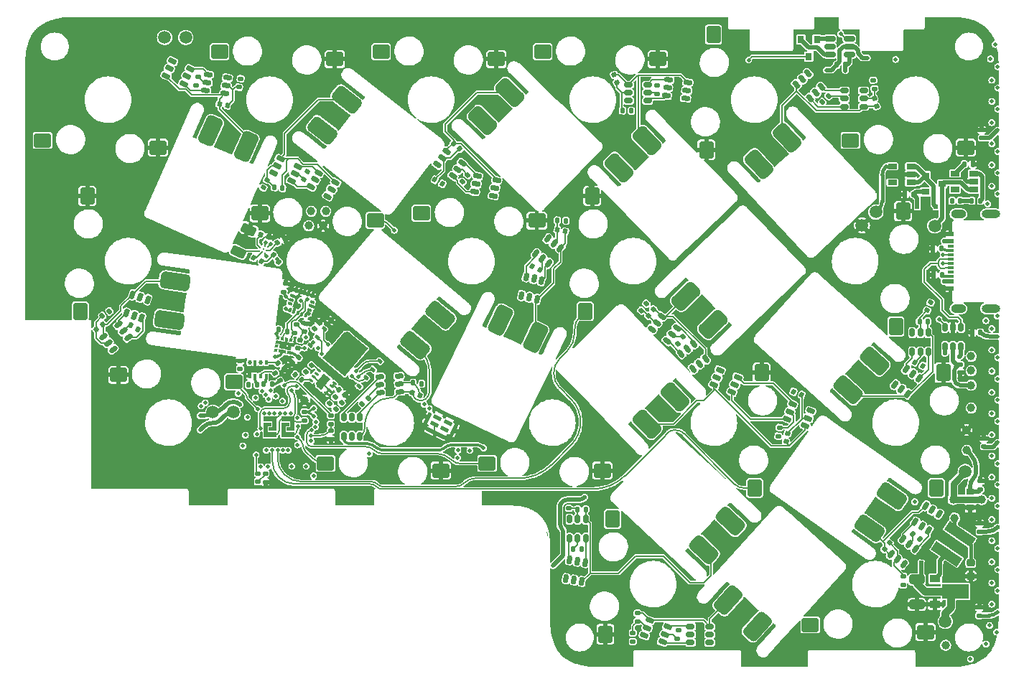
<source format=gbl>
G04 #@! TF.GenerationSoftware,KiCad,Pcbnew,(6.0.11-0)*
G04 #@! TF.CreationDate,2023-02-16T18:45:00+08:00*
G04 #@! TF.ProjectId,Left,4c656674-2e6b-4696-9361-645f70636258,rev?*
G04 #@! TF.SameCoordinates,Original*
G04 #@! TF.FileFunction,Copper,L4,Bot*
G04 #@! TF.FilePolarity,Positive*
%FSLAX46Y46*%
G04 Gerber Fmt 4.6, Leading zero omitted, Abs format (unit mm)*
G04 Created by KiCad (PCBNEW (6.0.11-0)) date 2023-02-16 18:45:00*
%MOMM*%
%LPD*%
G01*
G04 APERTURE LIST*
G04 Aperture macros list*
%AMRoundRect*
0 Rectangle with rounded corners*
0 $1 Rounding radius*
0 $2 $3 $4 $5 $6 $7 $8 $9 X,Y pos of 4 corners*
0 Add a 4 corners polygon primitive as box body*
4,1,4,$2,$3,$4,$5,$6,$7,$8,$9,$2,$3,0*
0 Add four circle primitives for the rounded corners*
1,1,$1+$1,$2,$3*
1,1,$1+$1,$4,$5*
1,1,$1+$1,$6,$7*
1,1,$1+$1,$8,$9*
0 Add four rect primitives between the rounded corners*
20,1,$1+$1,$2,$3,$4,$5,0*
20,1,$1+$1,$4,$5,$6,$7,0*
20,1,$1+$1,$6,$7,$8,$9,0*
20,1,$1+$1,$8,$9,$2,$3,0*%
%AMRotRect*
0 Rectangle, with rotation*
0 The origin of the aperture is its center*
0 $1 length*
0 $2 width*
0 $3 Rotation angle, in degrees counterclockwise*
0 Add horizontal line*
21,1,$1,$2,0,0,$3*%
%AMOutline4P*
0 Free polygon, 4 corners , with rotation*
0 The origin of the aperture is its center*
0 number of corners: always 4*
0 $1 to $8 corner X, Y*
0 $9 Rotation angle, in degrees counterclockwise*
0 create outline with 4 corners*
4,1,4,$1,$2,$3,$4,$5,$6,$7,$8,$1,$2,$9*%
%AMOutline5P*
0 Free polygon, 5 corners , with rotation*
0 The origin of the aperture is its center*
0 number of corners: always 5*
0 $1 to $10 corner X, Y*
0 $11 Rotation angle, in degrees counterclockwise*
0 create outline with 5 corners*
4,1,5,$1,$2,$3,$4,$5,$6,$7,$8,$9,$10,$1,$2,$11*%
%AMOutline6P*
0 Free polygon, 6 corners , with rotation*
0 The origin of the aperture is its center*
0 number of corners: always 6*
0 $1 to $12 corner X, Y*
0 $13 Rotation angle, in degrees counterclockwise*
0 create outline with 6 corners*
4,1,6,$1,$2,$3,$4,$5,$6,$7,$8,$9,$10,$11,$12,$1,$2,$13*%
%AMOutline7P*
0 Free polygon, 7 corners , with rotation*
0 The origin of the aperture is its center*
0 number of corners: always 7*
0 $1 to $14 corner X, Y*
0 $15 Rotation angle, in degrees counterclockwise*
0 create outline with 7 corners*
4,1,7,$1,$2,$3,$4,$5,$6,$7,$8,$9,$10,$11,$12,$13,$14,$1,$2,$15*%
%AMOutline8P*
0 Free polygon, 8 corners , with rotation*
0 The origin of the aperture is its center*
0 number of corners: always 8*
0 $1 to $16 corner X, Y*
0 $17 Rotation angle, in degrees counterclockwise*
0 create outline with 8 corners*
4,1,8,$1,$2,$3,$4,$5,$6,$7,$8,$9,$10,$11,$12,$13,$14,$15,$16,$1,$2,$17*%
%AMFreePoly0*
4,1,6,0.500000,-0.850000,-0.200000,-0.850000,-0.499999,-0.550000,-0.500000,0.850000,0.500000,0.850000,0.500000,-0.850000,0.500000,-0.850000,$1*%
%AMFreePoly1*
4,1,9,1.475000,0.375000,1.050000,0.375000,1.050000,0.775000,0.300000,0.775000,0.300000,-0.250000,-0.250000,-0.250000,-0.250000,1.250000,1.475000,1.250000,1.475000,0.375000,1.475000,0.375000,$1*%
%AMFreePoly2*
4,1,9,3.862500,-0.866500,0.737500,-0.866500,0.737500,-0.450000,-0.737500,-0.450000,-0.737500,0.450000,0.737500,0.450000,0.737500,0.866500,3.862500,0.866500,3.862500,-0.866500,3.862500,-0.866500,$1*%
G04 Aperture macros list end*
%ADD10C,0.038100*%
G04 #@! TA.AperFunction,SMDPad,CuDef*
%ADD11RoundRect,0.500000X-0.508653X1.246504X-1.227993X0.551846X0.508653X-1.246504X1.227993X-0.551846X0*%
G04 #@! TD*
G04 #@! TA.AperFunction,SMDPad,CuDef*
%ADD12RoundRect,0.500000X0.508653X-1.246504X1.227993X-0.551846X-0.508653X1.246504X-1.227993X0.551846X0*%
G04 #@! TD*
G04 #@! TA.AperFunction,SMDPad,CuDef*
%ADD13RoundRect,0.170000X-0.830000X-0.680000X0.830000X-0.680000X0.830000X0.680000X-0.830000X0.680000X0*%
G04 #@! TD*
G04 #@! TA.AperFunction,SMDPad,CuDef*
%ADD14RoundRect,0.170000X0.830000X0.680000X-0.830000X0.680000X-0.830000X-0.680000X0.830000X-0.680000X0*%
G04 #@! TD*
G04 #@! TA.AperFunction,SMDPad,CuDef*
%ADD15RoundRect,0.170000X0.680000X-0.830000X0.680000X0.830000X-0.680000X0.830000X-0.680000X-0.830000X0*%
G04 #@! TD*
G04 #@! TA.AperFunction,SMDPad,CuDef*
%ADD16RoundRect,0.170000X-0.680000X0.830000X-0.680000X-0.830000X0.680000X-0.830000X0.680000X0.830000X0*%
G04 #@! TD*
G04 #@! TA.AperFunction,SMDPad,CuDef*
%ADD17RoundRect,0.500000X-0.486821X1.255191X-1.218175X0.573193X0.486821X-1.255191X1.218175X-0.573193X0*%
G04 #@! TD*
G04 #@! TA.AperFunction,SMDPad,CuDef*
%ADD18RoundRect,0.500000X0.486821X-1.255191X1.218175X-0.573193X-0.486821X1.255191X-1.218175X0.573193X0*%
G04 #@! TD*
G04 #@! TA.AperFunction,SMDPad,CuDef*
%ADD19RoundRect,0.500000X0.594366X-1.207986X1.263496X-0.464841X-0.594366X1.207986X-1.263496X0.464841X0*%
G04 #@! TD*
G04 #@! TA.AperFunction,SMDPad,CuDef*
%ADD20RoundRect,0.500000X-0.594366X1.207986X-1.263496X0.464841X0.594366X-1.207986X1.263496X-0.464841X0*%
G04 #@! TD*
G04 #@! TA.AperFunction,SMDPad,CuDef*
%ADD21RoundRect,0.500000X-1.207986X-0.594366X-0.464841X-1.263496X1.207986X0.594366X0.464841X1.263496X0*%
G04 #@! TD*
G04 #@! TA.AperFunction,SMDPad,CuDef*
%ADD22RoundRect,0.500000X1.207986X0.594366X0.464841X1.263496X-1.207986X-0.594366X-0.464841X-1.263496X0*%
G04 #@! TD*
G04 #@! TA.AperFunction,SMDPad,CuDef*
%ADD23RoundRect,0.500000X-1.168249X0.669100X-1.307422X-0.321168X1.168249X-0.669100X1.307422X0.321168X0*%
G04 #@! TD*
G04 #@! TA.AperFunction,SMDPad,CuDef*
%ADD24RoundRect,0.500000X1.168249X-0.669100X1.307422X0.321168X-1.168249X0.669100X-1.307422X-0.321168X0*%
G04 #@! TD*
G04 #@! TA.AperFunction,SMDPad,CuDef*
%ADD25RoundRect,0.500000X0.636162X-1.186507X1.278949X-0.420462X-0.636162X1.186507X-1.278949X0.420462X0*%
G04 #@! TD*
G04 #@! TA.AperFunction,SMDPad,CuDef*
%ADD26RoundRect,0.500000X-0.636162X1.186507X-1.278949X0.420462X0.636162X-1.186507X1.278949X-0.420462X0*%
G04 #@! TD*
G04 #@! TA.AperFunction,SMDPad,CuDef*
%ADD27RoundRect,0.500000X-1.246504X-0.508653X-0.551846X-1.227993X1.246504X0.508653X0.551846X1.227993X0*%
G04 #@! TD*
G04 #@! TA.AperFunction,SMDPad,CuDef*
%ADD28RoundRect,0.500000X1.246504X0.508653X0.551846X1.227993X-1.246504X-0.508653X-0.551846X-1.227993X0*%
G04 #@! TD*
G04 #@! TA.AperFunction,SMDPad,CuDef*
%ADD29RoundRect,0.500000X0.965194X0.938564X0.051648X1.345300X-0.965194X-0.938564X-0.051648X-1.345300X0*%
G04 #@! TD*
G04 #@! TA.AperFunction,SMDPad,CuDef*
%ADD30RoundRect,0.500000X-0.965194X-0.938564X-0.051648X-1.345300X0.965194X0.938564X0.051648X1.345300X0*%
G04 #@! TD*
G04 #@! TA.AperFunction,SMDPad,CuDef*
%ADD31RoundRect,0.500000X0.997361X0.904307X0.098567X1.342678X-0.997361X-0.904307X-0.098567X-1.342678X0*%
G04 #@! TD*
G04 #@! TA.AperFunction,SMDPad,CuDef*
%ADD32RoundRect,0.500000X-0.997361X-0.904307X-0.098567X-1.342678X0.997361X0.904307X0.098567X1.342678X0*%
G04 #@! TD*
G04 #@! TA.AperFunction,SMDPad,CuDef*
%ADD33RoundRect,0.500000X0.737152X-1.126547X1.310728X-0.307395X-0.737152X1.126547X-1.310728X0.307395X0*%
G04 #@! TD*
G04 #@! TA.AperFunction,SMDPad,CuDef*
%ADD34RoundRect,0.500000X-0.737152X1.126547X-1.310728X0.307395X0.737152X-1.126547X1.310728X-0.307395X0*%
G04 #@! TD*
G04 #@! TA.AperFunction,SMDPad,CuDef*
%ADD35RoundRect,0.500000X-0.677183X1.163582X-1.292844X0.375571X0.677183X-1.163582X1.292844X-0.375571X0*%
G04 #@! TD*
G04 #@! TA.AperFunction,SMDPad,CuDef*
%ADD36RoundRect,0.500000X0.677183X-1.163582X1.292844X-0.375571X-0.677183X1.163582X-1.292844X0.375571X0*%
G04 #@! TD*
G04 #@! TA.AperFunction,SMDPad,CuDef*
%ADD37RoundRect,0.500000X0.573193X-1.218175X1.255191X-0.486821X-0.573193X1.218175X-1.255191X0.486821X0*%
G04 #@! TD*
G04 #@! TA.AperFunction,SMDPad,CuDef*
%ADD38RoundRect,0.500000X-0.573193X1.218175X-1.255191X0.486821X0.573193X-1.218175X1.255191X-0.486821X0*%
G04 #@! TD*
G04 #@! TA.AperFunction,SMDPad,CuDef*
%ADD39RoundRect,0.500000X-0.551846X1.227993X-1.246504X0.508653X0.551846X-1.227993X1.246504X-0.508653X0*%
G04 #@! TD*
G04 #@! TA.AperFunction,SMDPad,CuDef*
%ADD40RoundRect,0.500000X0.551846X-1.227993X1.246504X-0.508653X-0.551846X1.227993X-1.246504X0.508653X0*%
G04 #@! TD*
G04 #@! TA.AperFunction,SMDPad,CuDef*
%ADD41RoundRect,0.135000X-0.152889X0.170514X-0.209025X-0.093586X0.152889X-0.170514X0.209025X0.093586X0*%
G04 #@! TD*
G04 #@! TA.AperFunction,SMDPad,CuDef*
%ADD42R,0.500000X0.500000*%
G04 #@! TD*
G04 #@! TA.AperFunction,SMDPad,CuDef*
%ADD43RoundRect,0.150000X0.150000X-0.350000X0.150000X0.350000X-0.150000X0.350000X-0.150000X-0.350000X0*%
G04 #@! TD*
G04 #@! TA.AperFunction,SMDPad,CuDef*
%ADD44RoundRect,0.140000X-0.137177X0.172286X-0.195393X-0.101596X0.137177X-0.172286X0.195393X0.101596X0*%
G04 #@! TD*
G04 #@! TA.AperFunction,SMDPad,CuDef*
%ADD45C,1.000000*%
G04 #@! TD*
G04 #@! TA.AperFunction,SMDPad,CuDef*
%ADD46R,0.800000X0.900000*%
G04 #@! TD*
G04 #@! TA.AperFunction,SMDPad,CuDef*
%ADD47RoundRect,0.150000X0.183455X0.333683X-0.368153X-0.097280X-0.183455X-0.333683X0.368153X0.097280X0*%
G04 #@! TD*
G04 #@! TA.AperFunction,SMDPad,CuDef*
%ADD48RoundRect,0.135000X0.107097X-0.202436X0.225457X0.040239X-0.107097X0.202436X-0.225457X-0.040239X0*%
G04 #@! TD*
G04 #@! TA.AperFunction,SMDPad,CuDef*
%ADD49RoundRect,0.135000X0.222332X0.054942X0.015500X0.228495X-0.222332X-0.054942X-0.015500X-0.228495X0*%
G04 #@! TD*
G04 #@! TA.AperFunction,SMDPad,CuDef*
%ADD50C,1.500000*%
G04 #@! TD*
G04 #@! TA.AperFunction,SMDPad,CuDef*
%ADD51RoundRect,0.150000X0.368153X-0.097280X-0.183455X0.333683X-0.368153X0.097280X0.183455X-0.333683X0*%
G04 #@! TD*
G04 #@! TA.AperFunction,SMDPad,CuDef*
%ADD52RoundRect,0.135000X0.146845X-0.175745X0.212164X0.086234X-0.146845X0.175745X-0.212164X-0.086234X0*%
G04 #@! TD*
G04 #@! TA.AperFunction,SMDPad,CuDef*
%ADD53RoundRect,0.140000X-0.051308X-0.214167X0.200354X-0.091423X0.051308X0.214167X-0.200354X0.091423X0*%
G04 #@! TD*
G04 #@! TA.AperFunction,SMDPad,CuDef*
%ADD54RoundRect,0.140000X-0.157003X-0.154435X0.121463X-0.183703X0.157003X0.154435X-0.121463X0.183703X0*%
G04 #@! TD*
G04 #@! TA.AperFunction,SMDPad,CuDef*
%ADD55RoundRect,0.140000X0.193489X0.105176X-0.066123X0.210066X-0.193489X-0.105176X0.066123X-0.210066X0*%
G04 #@! TD*
G04 #@! TA.AperFunction,SMDPad,CuDef*
%ADD56R,0.800000X0.540000*%
G04 #@! TD*
G04 #@! TA.AperFunction,SMDPad,CuDef*
%ADD57R,0.800000X0.300000*%
G04 #@! TD*
G04 #@! TA.AperFunction,ComponentPad*
%ADD58O,2.200000X1.000000*%
G04 #@! TD*
G04 #@! TA.AperFunction,ComponentPad*
%ADD59O,1.800000X1.000000*%
G04 #@! TD*
G04 #@! TA.AperFunction,SMDPad,CuDef*
%ADD60RoundRect,0.150000X0.086944X-0.370730X0.208498X0.318635X-0.086944X0.370730X-0.208498X-0.318635X0*%
G04 #@! TD*
G04 #@! TA.AperFunction,SMDPad,CuDef*
%ADD61RoundRect,0.150000X0.371324X-0.084372X-0.194988X0.327077X-0.371324X0.084372X0.194988X-0.327077X0*%
G04 #@! TD*
G04 #@! TA.AperFunction,SMDPad,CuDef*
%ADD62RotRect,0.550000X0.250000X320.000000*%
G04 #@! TD*
G04 #@! TA.AperFunction,SMDPad,CuDef*
%ADD63RotRect,0.550000X0.250000X140.000000*%
G04 #@! TD*
G04 #@! TA.AperFunction,SMDPad,CuDef*
%ADD64FreePoly0,320.000000*%
G04 #@! TD*
G04 #@! TA.AperFunction,SMDPad,CuDef*
%ADD65RoundRect,0.150000X0.058265X0.376305X-0.312679X-0.217329X-0.058265X-0.376305X0.312679X0.217329X0*%
G04 #@! TD*
G04 #@! TA.AperFunction,SMDPad,CuDef*
%ADD66RoundRect,0.135000X-0.135000X-0.185000X0.135000X-0.185000X0.135000X0.185000X-0.135000X0.185000X0*%
G04 #@! TD*
G04 #@! TA.AperFunction,SMDPad,CuDef*
%ADD67RoundRect,0.150000X0.097280X0.368153X-0.333683X-0.183455X-0.097280X-0.368153X0.333683X0.183455X0*%
G04 #@! TD*
G04 #@! TA.AperFunction,SMDPad,CuDef*
%ADD68RoundRect,0.150000X-0.380751X0.005326X0.258730X-0.279390X0.380751X-0.005326X-0.258730X0.279390X0*%
G04 #@! TD*
G04 #@! TA.AperFunction,SMDPad,CuDef*
%ADD69RoundRect,0.135000X-0.228896X-0.007516X-0.062668X-0.220279X0.228896X0.007516X0.062668X0.220279X0*%
G04 #@! TD*
G04 #@! TA.AperFunction,SMDPad,CuDef*
%ADD70RoundRect,0.135000X0.135000X0.185000X-0.135000X0.185000X-0.135000X-0.185000X0.135000X-0.185000X0*%
G04 #@! TD*
G04 #@! TA.AperFunction,SMDPad,CuDef*
%ADD71RoundRect,0.147500X0.172500X-0.147500X0.172500X0.147500X-0.172500X0.147500X-0.172500X-0.147500X0*%
G04 #@! TD*
G04 #@! TA.AperFunction,SMDPad,CuDef*
%ADD72RoundRect,0.150000X-0.097280X-0.368153X0.333683X0.183455X0.097280X0.368153X-0.333683X-0.183455X0*%
G04 #@! TD*
G04 #@! TA.AperFunction,SMDPad,CuDef*
%ADD73RoundRect,0.140000X0.172286X0.137177X-0.101596X0.195393X-0.172286X-0.137177X0.101596X-0.195393X0*%
G04 #@! TD*
G04 #@! TA.AperFunction,SMDPad,CuDef*
%ADD74RoundRect,0.135000X0.047149X-0.224114X0.227814X-0.023465X-0.047149X0.224114X-0.227814X0.023465X0*%
G04 #@! TD*
G04 #@! TA.AperFunction,SMDPad,CuDef*
%ADD75RoundRect,0.140000X0.047769X-0.214984X0.220154X0.005659X-0.047769X0.214984X-0.220154X-0.005659X0*%
G04 #@! TD*
G04 #@! TA.AperFunction,SMDPad,CuDef*
%ADD76RoundRect,0.135000X0.141374X0.180176X-0.128461X0.189599X-0.141374X-0.180176X0.128461X-0.189599X0*%
G04 #@! TD*
G04 #@! TA.AperFunction,SMDPad,CuDef*
%ADD77RoundRect,0.150000X0.378109X-0.045096X-0.228109X0.304904X-0.378109X0.045096X0.228109X-0.304904X0*%
G04 #@! TD*
G04 #@! TA.AperFunction,SMDPad,CuDef*
%ADD78RoundRect,0.140000X0.216520X0.040237X0.002028X0.220218X-0.216520X-0.040237X-0.002028X-0.220218X0*%
G04 #@! TD*
G04 #@! TA.AperFunction,SMDPad,CuDef*
%ADD79RoundRect,0.135000X0.164411X-0.159433X0.201988X0.107939X-0.164411X0.159433X-0.201988X-0.107939X0*%
G04 #@! TD*
G04 #@! TA.AperFunction,SMDPad,CuDef*
%ADD80RoundRect,0.150000X0.350000X0.150000X-0.350000X0.150000X-0.350000X-0.150000X0.350000X-0.150000X0*%
G04 #@! TD*
G04 #@! TA.AperFunction,SMDPad,CuDef*
%ADD81RoundRect,0.135000X0.212522X0.085350X-0.016451X0.228428X-0.212522X-0.085350X0.016451X-0.228428X0*%
G04 #@! TD*
G04 #@! TA.AperFunction,SMDPad,CuDef*
%ADD82RoundRect,0.140000X-0.170000X0.140000X-0.170000X-0.140000X0.170000X-0.140000X0.170000X0.140000X0*%
G04 #@! TD*
G04 #@! TA.AperFunction,SMDPad,CuDef*
%ADD83RoundRect,0.135000X-0.054942X0.222332X-0.228495X0.015500X0.054942X-0.222332X0.228495X-0.015500X0*%
G04 #@! TD*
G04 #@! TA.AperFunction,SMDPad,CuDef*
%ADD84R,0.900000X0.800000*%
G04 #@! TD*
G04 #@! TA.AperFunction,SMDPad,CuDef*
%ADD85RoundRect,0.135000X-0.185000X0.135000X-0.185000X-0.135000X0.185000X-0.135000X0.185000X0.135000X0*%
G04 #@! TD*
G04 #@! TA.AperFunction,SMDPad,CuDef*
%ADD86RoundRect,0.135000X0.185000X-0.135000X0.185000X0.135000X-0.185000X0.135000X-0.185000X-0.135000X0*%
G04 #@! TD*
G04 #@! TA.AperFunction,SMDPad,CuDef*
%ADD87RoundRect,0.140000X-0.013339X-0.219823X0.213186X-0.055243X0.013339X0.219823X-0.213186X0.055243X0*%
G04 #@! TD*
G04 #@! TA.AperFunction,SMDPad,CuDef*
%ADD88RoundRect,0.140000X-0.047769X0.214984X-0.220154X-0.005659X0.047769X-0.214984X0.220154X0.005659X0*%
G04 #@! TD*
G04 #@! TA.AperFunction,SMDPad,CuDef*
%ADD89RoundRect,0.135000X0.175745X0.146845X-0.086234X0.212164X-0.175745X-0.146845X0.086234X-0.212164X0*%
G04 #@! TD*
G04 #@! TA.AperFunction,SMDPad,CuDef*
%ADD90RoundRect,0.140000X0.170000X-0.140000X0.170000X0.140000X-0.170000X0.140000X-0.170000X-0.140000X0*%
G04 #@! TD*
G04 #@! TA.AperFunction,SMDPad,CuDef*
%ADD91RoundRect,0.135000X-0.228428X0.016451X-0.085350X-0.212522X0.228428X-0.016451X0.085350X0.212522X0*%
G04 #@! TD*
G04 #@! TA.AperFunction,SMDPad,CuDef*
%ADD92RoundRect,0.135000X0.215371X0.077881X-0.008469X0.228863X-0.215371X-0.077881X0.008469X-0.228863X0*%
G04 #@! TD*
G04 #@! TA.AperFunction,SMDPad,CuDef*
%ADD93FreePoly1,270.000000*%
G04 #@! TD*
G04 #@! TA.AperFunction,SMDPad,CuDef*
%ADD94FreePoly1,90.000000*%
G04 #@! TD*
G04 #@! TA.AperFunction,SMDPad,CuDef*
%ADD95RoundRect,0.135000X0.198575X0.114096X-0.048082X0.223915X-0.198575X-0.114096X0.048082X-0.223915X0*%
G04 #@! TD*
G04 #@! TA.AperFunction,SMDPad,CuDef*
%ADD96Outline4P,-0.225000X0.475000X0.225000X0.475000X0.225000X-0.475000X-0.225000X-0.475000X64.000000*%
G04 #@! TD*
G04 #@! TA.AperFunction,SMDPad,CuDef*
%ADD97Outline6P,-0.225000X0.537500X-0.112500X0.650000X0.225000X0.650000X0.225000X-0.650000X-0.112500X-0.650000X-0.225000X-0.537500X334.000000*%
G04 #@! TD*
G04 #@! TA.AperFunction,SMDPad,CuDef*
%ADD98Outline6P,-0.225000X1.037500X-0.112500X1.150000X0.225000X1.150000X0.225000X-1.150000X-0.112500X-1.150000X-0.225000X-1.037500X244.000000*%
G04 #@! TD*
G04 #@! TA.AperFunction,SMDPad,CuDef*
%ADD99Outline6P,-0.225000X0.537500X-0.112500X0.650000X0.225000X0.650000X0.225000X-0.650000X-0.112500X-0.650000X-0.225000X-0.537500X154.000000*%
G04 #@! TD*
G04 #@! TA.AperFunction,SMDPad,CuDef*
%ADD100Outline6P,-0.225000X1.037500X-0.112500X1.150000X0.225000X1.150000X0.225000X-1.150000X-0.112500X-1.150000X-0.225000X-1.037500X64.000000*%
G04 #@! TD*
G04 #@! TA.AperFunction,SMDPad,CuDef*
%ADD101RoundRect,0.087500X0.025277X-0.205362X0.141158X0.151284X-0.025277X0.205362X-0.141158X-0.151284X0*%
G04 #@! TD*
G04 #@! TA.AperFunction,SMDPad,CuDef*
%ADD102RoundRect,0.087500X0.151284X-0.141158X0.205362X0.025277X-0.151284X0.141158X-0.205362X-0.025277X0*%
G04 #@! TD*
G04 #@! TA.AperFunction,SMDPad,CuDef*
%ADD103RoundRect,0.135000X0.140622X-0.180763X0.215044X0.078777X-0.140622X0.180763X-0.215044X-0.078777X0*%
G04 #@! TD*
G04 #@! TA.AperFunction,SMDPad,CuDef*
%ADD104RoundRect,0.150000X-0.350000X-0.150000X0.350000X-0.150000X0.350000X0.150000X-0.350000X0.150000X0*%
G04 #@! TD*
G04 #@! TA.AperFunction,SMDPad,CuDef*
%ADD105RoundRect,0.150000X0.380751X-0.005326X-0.258730X0.279390X-0.380751X0.005326X0.258730X-0.279390X0*%
G04 #@! TD*
G04 #@! TA.AperFunction,SMDPad,CuDef*
%ADD106RotRect,0.375000X0.350000X170.000000*%
G04 #@! TD*
G04 #@! TA.AperFunction,SMDPad,CuDef*
%ADD107RotRect,0.375000X0.350000X80.000000*%
G04 #@! TD*
G04 #@! TA.AperFunction,SMDPad,CuDef*
%ADD108RoundRect,0.150000X-0.084372X-0.371324X0.327077X0.194988X0.084372X0.371324X-0.327077X-0.194988X0*%
G04 #@! TD*
G04 #@! TA.AperFunction,SMDPad,CuDef*
%ADD109R,0.350000X0.500000*%
G04 #@! TD*
G04 #@! TA.AperFunction,SMDPad,CuDef*
%ADD110C,0.270000*%
G04 #@! TD*
G04 #@! TA.AperFunction,SMDPad,CuDef*
%ADD111RoundRect,0.140000X-0.140000X-0.170000X0.140000X-0.170000X0.140000X0.170000X-0.140000X0.170000X0*%
G04 #@! TD*
G04 #@! TA.AperFunction,SMDPad,CuDef*
%ADD112RoundRect,0.150000X-0.150000X0.350000X-0.150000X-0.350000X0.150000X-0.350000X0.150000X0.350000X0*%
G04 #@! TD*
G04 #@! TA.AperFunction,SMDPad,CuDef*
%ADD113RoundRect,0.150000X-0.351031X0.147570X0.135229X-0.355968X0.351031X-0.147570X-0.135229X0.355968X0*%
G04 #@! TD*
G04 #@! TA.AperFunction,SMDPad,CuDef*
%ADD114RoundRect,0.150000X0.333683X-0.183455X-0.097280X0.368153X-0.333683X0.183455X0.097280X-0.368153X0*%
G04 #@! TD*
G04 #@! TA.AperFunction,SMDPad,CuDef*
%ADD115RoundRect,0.150000X0.367470X0.099830X-0.325718X0.197251X-0.367470X-0.099830X0.325718X-0.197251X0*%
G04 #@! TD*
G04 #@! TA.AperFunction,SMDPad,CuDef*
%ADD116RoundRect,0.140000X-0.202004X0.087718X-0.124825X-0.181435X0.202004X-0.087718X0.124825X0.181435X0*%
G04 #@! TD*
G04 #@! TA.AperFunction,SMDPad,CuDef*
%ADD117RoundRect,0.140000X0.207631X-0.073414X0.111865X0.189700X-0.207631X0.073414X-0.111865X-0.189700X0*%
G04 #@! TD*
G04 #@! TA.AperFunction,SMDPad,CuDef*
%ADD118RoundRect,0.135000X0.152889X-0.170514X0.209025X0.093586X-0.152889X0.170514X-0.209025X-0.093586X0*%
G04 #@! TD*
G04 #@! TA.AperFunction,SMDPad,CuDef*
%ADD119RoundRect,0.225000X-0.250000X0.225000X-0.250000X-0.225000X0.250000X-0.225000X0.250000X0.225000X0*%
G04 #@! TD*
G04 #@! TA.AperFunction,SMDPad,CuDef*
%ADD120RoundRect,0.135000X0.194472X0.120957X-0.055868X0.222101X-0.194472X-0.120957X0.055868X-0.222101X0*%
G04 #@! TD*
G04 #@! TA.AperFunction,SMDPad,CuDef*
%ADD121RoundRect,0.135000X0.062668X-0.220279X0.228896X-0.007516X-0.062668X0.220279X-0.228896X0.007516X0*%
G04 #@! TD*
G04 #@! TA.AperFunction,SMDPad,CuDef*
%ADD122RoundRect,0.150000X0.512500X0.150000X-0.512500X0.150000X-0.512500X-0.150000X0.512500X-0.150000X0*%
G04 #@! TD*
G04 #@! TA.AperFunction,SMDPad,CuDef*
%ADD123R,1.060000X0.650000*%
G04 #@! TD*
G04 #@! TA.AperFunction,SMDPad,CuDef*
%ADD124RoundRect,0.147500X0.147500X0.172500X-0.147500X0.172500X-0.147500X-0.172500X0.147500X-0.172500X0*%
G04 #@! TD*
G04 #@! TA.AperFunction,SMDPad,CuDef*
%ADD125RoundRect,0.140000X-0.172286X-0.137177X0.101596X-0.195393X0.172286X0.137177X-0.101596X0.195393X0*%
G04 #@! TD*
G04 #@! TA.AperFunction,SMDPad,CuDef*
%ADD126RoundRect,0.135000X0.206050X0.099967X-0.032346X0.226724X-0.206050X-0.099967X0.032346X-0.226724X0*%
G04 #@! TD*
G04 #@! TA.AperFunction,SMDPad,CuDef*
%ADD127RoundRect,0.135000X-0.099967X0.206050X-0.226724X-0.032346X0.099967X-0.206050X0.226724X0.032346X0*%
G04 #@! TD*
G04 #@! TA.AperFunction,SMDPad,CuDef*
%ADD128RoundRect,0.135000X0.008469X0.228863X-0.215371X0.077881X-0.008469X-0.228863X0.215371X-0.077881X0*%
G04 #@! TD*
G04 #@! TA.AperFunction,SMDPad,CuDef*
%ADD129RoundRect,0.150000X-0.380705X-0.007965X0.268323X-0.270190X0.380705X0.007965X-0.268323X0.270190X0*%
G04 #@! TD*
G04 #@! TA.AperFunction,SMDPad,CuDef*
%ADD130RoundRect,0.135000X-0.062668X0.220279X-0.228896X0.007516X0.062668X-0.220279X0.228896X-0.007516X0*%
G04 #@! TD*
G04 #@! TA.AperFunction,SMDPad,CuDef*
%ADD131Outline5P,-0.200000X0.260000X-0.160000X0.300000X0.200000X0.300000X0.200000X-0.300000X-0.200000X-0.300000X230.000000*%
G04 #@! TD*
G04 #@! TA.AperFunction,SMDPad,CuDef*
%ADD132Outline5P,-1.700000X1.810000X-1.360000X2.150000X1.700000X2.150000X1.700000X-2.150000X-1.700000X-2.150000X320.000000*%
G04 #@! TD*
G04 #@! TA.AperFunction,SMDPad,CuDef*
%ADD133RoundRect,0.135000X0.031401X-0.226857X0.225623X-0.039299X-0.031401X0.226857X-0.225623X0.039299X0*%
G04 #@! TD*
G04 #@! TA.AperFunction,SMDPad,CuDef*
%ADD134RoundRect,0.135000X-0.190132X-0.127670X0.063585X-0.220016X0.190132X0.127670X-0.063585X0.220016X0*%
G04 #@! TD*
G04 #@! TA.AperFunction,SMDPad,CuDef*
%ADD135RoundRect,0.135000X-0.198575X-0.114096X0.048082X-0.223915X0.198575X0.114096X-0.048082X0.223915X0*%
G04 #@! TD*
G04 #@! TA.AperFunction,SMDPad,CuDef*
%ADD136RoundRect,0.150000X-0.370730X-0.086944X0.318635X-0.208498X0.370730X0.086944X-0.318635X0.208498X0*%
G04 #@! TD*
G04 #@! TA.AperFunction,SMDPad,CuDef*
%ADD137RoundRect,0.135000X0.070317X-0.217958X0.229019X0.000477X-0.070317X0.217958X-0.229019X-0.000477X0*%
G04 #@! TD*
G04 #@! TA.AperFunction,SMDPad,CuDef*
%ADD138RoundRect,0.150000X-0.344552X-0.162123X0.355022X-0.137694X0.344552X0.162123X-0.355022X0.137694X0*%
G04 #@! TD*
G04 #@! TA.AperFunction,SMDPad,CuDef*
%ADD139R,1.300000X0.900000*%
G04 #@! TD*
G04 #@! TA.AperFunction,SMDPad,CuDef*
%ADD140FreePoly2,0.000000*%
G04 #@! TD*
G04 #@! TA.AperFunction,SMDPad,CuDef*
%ADD141RoundRect,0.250000X-0.650000X0.325000X-0.650000X-0.325000X0.650000X-0.325000X0.650000X0.325000X0*%
G04 #@! TD*
G04 #@! TA.AperFunction,SMDPad,CuDef*
%ADD142RoundRect,0.150000X-0.380195X-0.021247X0.277589X-0.260661X0.380195X0.021247X-0.277589X0.260661X0*%
G04 #@! TD*
G04 #@! TA.AperFunction,SMDPad,CuDef*
%ADD143RoundRect,0.140000X-0.002028X0.220218X-0.216520X0.040237X0.002028X-0.220218X0.216520X-0.040237X0*%
G04 #@! TD*
G04 #@! TA.AperFunction,SMDPad,CuDef*
%ADD144RotRect,0.500000X0.500000X354.000000*%
G04 #@! TD*
G04 #@! TA.AperFunction,SMDPad,CuDef*
%ADD145RoundRect,0.135000X-0.114096X0.198575X-0.223915X-0.048082X0.114096X-0.198575X0.223915X0.048082X0*%
G04 #@! TD*
G04 #@! TA.AperFunction,SMDPad,CuDef*
%ADD146RoundRect,0.140000X-0.216520X-0.040237X-0.002028X-0.220218X0.216520X0.040237X0.002028X0.220218X0*%
G04 #@! TD*
G04 #@! TA.AperFunction,SMDPad,CuDef*
%ADD147RoundRect,0.135000X0.153598X0.169875X-0.114923X0.198098X-0.153598X-0.169875X0.114923X-0.198098X0*%
G04 #@! TD*
G04 #@! TA.AperFunction,SMDPad,CuDef*
%ADD148RotRect,1.200000X3.700000X236.000000*%
G04 #@! TD*
G04 #@! TA.AperFunction,SMDPad,CuDef*
%ADD149RoundRect,0.140000X-0.040237X0.216520X-0.220218X0.002028X0.040237X-0.216520X0.220218X-0.002028X0*%
G04 #@! TD*
G04 #@! TA.AperFunction,SMDPad,CuDef*
%ADD150RoundRect,0.150000X0.060872X-0.375892X0.230217X0.303315X-0.060872X0.375892X-0.230217X-0.303315X0*%
G04 #@! TD*
G04 #@! TA.AperFunction,SMDPad,CuDef*
%ADD151RoundRect,0.140000X0.181435X0.124825X-0.087718X0.202004X-0.181435X-0.124825X0.087718X-0.202004X0*%
G04 #@! TD*
G04 #@! TA.AperFunction,SMDPad,CuDef*
%ADD152RoundRect,0.250000X0.443861X-0.539693X0.698071X0.031273X-0.443861X0.539693X-0.698071X-0.031273X0*%
G04 #@! TD*
G04 #@! TA.AperFunction,SMDPad,CuDef*
%ADD153RoundRect,0.150000X-0.034503X0.379222X-0.250814X-0.286517X0.034503X-0.379222X0.250814X0.286517X0*%
G04 #@! TD*
G04 #@! TA.AperFunction,SMDPad,CuDef*
%ADD154RoundRect,0.150000X0.380195X0.021247X-0.277589X0.260661X-0.380195X-0.021247X0.277589X-0.260661X0*%
G04 #@! TD*
G04 #@! TA.AperFunction,SMDPad,CuDef*
%ADD155RoundRect,0.135000X-0.201988X0.107939X-0.164411X-0.159433X0.201988X-0.107939X0.164411X0.159433X0*%
G04 #@! TD*
G04 #@! TA.AperFunction,SMDPad,CuDef*
%ADD156RoundRect,0.150000X0.373538X0.073953X-0.311165X0.219491X-0.373538X-0.073953X0.311165X-0.219491X0*%
G04 #@! TD*
G04 #@! TA.AperFunction,ViaPad*
%ADD157C,1.000000*%
G04 #@! TD*
G04 #@! TA.AperFunction,ViaPad*
%ADD158C,0.500000*%
G04 #@! TD*
G04 #@! TA.AperFunction,ViaPad*
%ADD159C,0.540000*%
G04 #@! TD*
G04 #@! TA.AperFunction,Conductor*
%ADD160C,0.150000*%
G04 #@! TD*
G04 #@! TA.AperFunction,Conductor*
%ADD161C,0.500000*%
G04 #@! TD*
G04 #@! TA.AperFunction,Conductor*
%ADD162C,0.540000*%
G04 #@! TD*
G04 #@! TA.AperFunction,Conductor*
%ADD163C,0.900000*%
G04 #@! TD*
G04 #@! TA.AperFunction,Conductor*
%ADD164C,0.400000*%
G04 #@! TD*
G04 #@! TA.AperFunction,Conductor*
%ADD165C,0.300000*%
G04 #@! TD*
G04 #@! TA.AperFunction,Conductor*
%ADD166C,0.200000*%
G04 #@! TD*
G04 #@! TA.AperFunction,Conductor*
%ADD167C,0.700000*%
G04 #@! TD*
G04 #@! TA.AperFunction,Conductor*
%ADD168C,0.800000*%
G04 #@! TD*
G04 #@! TA.AperFunction,Conductor*
%ADD169C,0.250000*%
G04 #@! TD*
G04 APERTURE END LIST*
D10*
X155832007Y-128435617D02*
X155824705Y-128394021D01*
X155817173Y-128352633D01*
X155809409Y-128311450D01*
X155801414Y-128270475D01*
X155793187Y-128229706D01*
X155784728Y-128189144D01*
X155776036Y-128148789D01*
X155767112Y-128108640D01*
X155757955Y-128068699D01*
X155748564Y-128028966D01*
X155742174Y-128002592D01*
D11*
X167586232Y-81874499D03*
D12*
X164277269Y-85069928D03*
D13*
X117174459Y-71388500D03*
D14*
X130775541Y-72238500D03*
D15*
X162668750Y-140089041D03*
D16*
X163518750Y-126487959D03*
D17*
X184126713Y-81497101D03*
D18*
X180762486Y-84634293D03*
D13*
X121936959Y-90438500D03*
D14*
X135538041Y-91288500D03*
D13*
X140986959Y-90438500D03*
D14*
X154588041Y-91288500D03*
D16*
X197781250Y-90187959D03*
D15*
X196931250Y-103789041D03*
D13*
X105268209Y-109488500D03*
D14*
X118869291Y-110338500D03*
D19*
X191324575Y-111267340D03*
D20*
X194402576Y-107848874D03*
D21*
X177164160Y-136071375D03*
D22*
X180582626Y-139149376D03*
D15*
X174575000Y-82939041D03*
D16*
X175425000Y-69337959D03*
D14*
X205175541Y-82688500D03*
D13*
X191574459Y-81838500D03*
D23*
X111923578Y-98466817D03*
D24*
X111283382Y-103022050D03*
D16*
X202543750Y-109237959D03*
D15*
X201693750Y-122839041D03*
D14*
X162313041Y-120788500D03*
D13*
X148711959Y-119938500D03*
X136224459Y-71388500D03*
D14*
X149825541Y-72238500D03*
X109925541Y-82688500D03*
D13*
X96324459Y-81838500D03*
D25*
X140245869Y-105956478D03*
D26*
X143202692Y-102432674D03*
D27*
X172174499Y-100213768D03*
D28*
X175369928Y-103522731D03*
D29*
X120297851Y-82573660D03*
D30*
X116095542Y-80702672D03*
D31*
X154422400Y-105068592D03*
D32*
X150287948Y-103052084D03*
D15*
X100756300Y-101989041D03*
D16*
X101606300Y-88387959D03*
D33*
X193817799Y-127581370D03*
D34*
X196456251Y-123813271D03*
D14*
X143263041Y-120788500D03*
D13*
X129661959Y-119938500D03*
D35*
X132160410Y-77023792D03*
D36*
X129328368Y-80648642D03*
D37*
X174281390Y-130126174D03*
D38*
X177418582Y-126761947D03*
D13*
X155274459Y-71388500D03*
D14*
X168875541Y-72238500D03*
D12*
X167563768Y-115275501D03*
D11*
X170872731Y-112080072D03*
D16*
X181112500Y-109237959D03*
D15*
X180262500Y-122839041D03*
X160287500Y-101989041D03*
D16*
X161137500Y-88387959D03*
D39*
X151415245Y-76185268D03*
D40*
X148219817Y-79494231D03*
D14*
X200413041Y-139838500D03*
D13*
X186811959Y-138988500D03*
D41*
X119676035Y-74561145D03*
X119463965Y-75558855D03*
D42*
X201650000Y-89650000D03*
X199450000Y-89650000D03*
D43*
X160350000Y-128787500D03*
X159400000Y-128787500D03*
X158450000Y-128787500D03*
X158450000Y-126512500D03*
X159400000Y-126512500D03*
X160350000Y-126512500D03*
D44*
X127399798Y-103430489D03*
X127200202Y-104369511D03*
D45*
X205800000Y-113400000D03*
D46*
X185725000Y-69950000D03*
X187625000Y-69950000D03*
X186675000Y-71950000D03*
D47*
X105271484Y-103581075D03*
X105856362Y-104329685D03*
X106441241Y-105078295D03*
X104648516Y-106478925D03*
X104063638Y-105730315D03*
X103478759Y-104981705D03*
D48*
X122336431Y-87398385D03*
X122783569Y-86481615D03*
D49*
X126899983Y-110100022D03*
X126118617Y-109444378D03*
D50*
X192920000Y-91860000D03*
D51*
X171131241Y-104001705D03*
X170546362Y-104750315D03*
X169961484Y-105498925D03*
X168168759Y-104098295D03*
X168753638Y-103349685D03*
X169338516Y-102601075D03*
D52*
X126026620Y-104544851D03*
X126273380Y-103555149D03*
D53*
X124018579Y-93910418D03*
X124881421Y-93489582D03*
D54*
X123652629Y-87379826D03*
X124607371Y-87480174D03*
D55*
X140795048Y-111929811D03*
X139904952Y-111570189D03*
D45*
X205250000Y-116000000D03*
D56*
X203402700Y-92893500D03*
X203402700Y-99293500D03*
X203402700Y-93693500D03*
X203402700Y-98493500D03*
D57*
X203402700Y-94843500D03*
X203402700Y-95843500D03*
X203402700Y-96343500D03*
X203402700Y-97343500D03*
X203402700Y-97843500D03*
X203402700Y-96843500D03*
X203402700Y-95343500D03*
X203402700Y-94335500D03*
D58*
X208102700Y-101668800D03*
X208102700Y-90518200D03*
D59*
X204302700Y-90517900D03*
X204302700Y-101668800D03*
D60*
X159908043Y-133855185D03*
X158972475Y-133690219D03*
X158036908Y-133525253D03*
X158431957Y-131284815D03*
X159367525Y-131449781D03*
X160303092Y-131614747D03*
D61*
X145818653Y-84500040D03*
X145260257Y-85268606D03*
X144701861Y-86037172D03*
X142861347Y-84699960D03*
X143419743Y-83931394D03*
X143978139Y-83162828D03*
D62*
X127967807Y-110119258D03*
X128289201Y-109736236D03*
X128610595Y-109353213D03*
D63*
X128931988Y-108970191D03*
D62*
X130732193Y-110480742D03*
X130410799Y-110863764D03*
X130089405Y-111246787D03*
X129768012Y-111629809D03*
D64*
X129350000Y-110300000D03*
D65*
X200397137Y-124921922D03*
X201202783Y-125425345D03*
X202008429Y-125928769D03*
X200802863Y-127858078D03*
X199997217Y-127354655D03*
X199191571Y-126851231D03*
D66*
X204990000Y-84650000D03*
X206010000Y-84650000D03*
D67*
X197761705Y-128858759D03*
X198510315Y-129443638D03*
X199258925Y-130028516D03*
X197858295Y-131821241D03*
X197109685Y-131236362D03*
X196361075Y-130651484D03*
D50*
X118800000Y-113900000D03*
D68*
X110883142Y-74217605D03*
X111269542Y-73349737D03*
X111655942Y-72481869D03*
X113734258Y-73407195D03*
X113347858Y-74275063D03*
X112961458Y-75142931D03*
D69*
X123536013Y-95368115D03*
X124163987Y-96171885D03*
D70*
X202310000Y-94600000D03*
X201290000Y-94600000D03*
D71*
X121710000Y-122085000D03*
X121710000Y-121115000D03*
D41*
X171315887Y-139621145D03*
X171103817Y-140618855D03*
D72*
X155973295Y-96356241D03*
X155224685Y-95771362D03*
X154476075Y-95186484D03*
X155876705Y-93393759D03*
X156625315Y-93978638D03*
X157373925Y-94563516D03*
D73*
X118119511Y-77719798D03*
X117180489Y-77520202D03*
D74*
X130883743Y-113554004D03*
X131566257Y-112795996D03*
D75*
X167754482Y-102528245D03*
X168345518Y-101771755D03*
D50*
X201509579Y-91923361D03*
D76*
X165729689Y-78347799D03*
X164710311Y-78312201D03*
D77*
X130876370Y-86786557D03*
X130401370Y-87609281D03*
X129926370Y-88432005D03*
X127956162Y-87294505D03*
X128431162Y-86471781D03*
X128906162Y-85649057D03*
D78*
X145517701Y-82818538D03*
X144782299Y-82201462D03*
D79*
X183069022Y-116725037D03*
X183210978Y-115714963D03*
D80*
X167650000Y-75250000D03*
X167650000Y-76200000D03*
X167650000Y-77150000D03*
X165375000Y-77150000D03*
X165375000Y-76200000D03*
X165375000Y-75250000D03*
D45*
X129400000Y-91900000D03*
D81*
X107582505Y-104150259D03*
X106717495Y-103609741D03*
D50*
X116400000Y-113900000D03*
D82*
X207301725Y-116999497D03*
X207301725Y-117959497D03*
D83*
X128027822Y-108359317D03*
X127372178Y-109140683D03*
D84*
X205700000Y-123250000D03*
X205700000Y-125150000D03*
X203700000Y-124200000D03*
D85*
X130310000Y-114270000D03*
X130310000Y-115290000D03*
D80*
X174977352Y-139170000D03*
X174977352Y-140120000D03*
X174977352Y-141070000D03*
X172702352Y-141070000D03*
X172702352Y-140120000D03*
X172702352Y-139170000D03*
D86*
X165909852Y-140950000D03*
X165909852Y-139930000D03*
D87*
X102645872Y-104124137D03*
X103422528Y-103559863D03*
D88*
X196165518Y-129311755D03*
X195574482Y-130068245D03*
D84*
X200400000Y-87900000D03*
X200400000Y-86000000D03*
X202400000Y-86950000D03*
D70*
X190990000Y-72910000D03*
X189970000Y-72910000D03*
D45*
X127700000Y-91900000D03*
D89*
X125144851Y-104373380D03*
X124155149Y-104126620D03*
D90*
X166459852Y-138580000D03*
X166459852Y-137620000D03*
D91*
X123749741Y-109317495D03*
X124290259Y-110182505D03*
D92*
X199782809Y-128815188D03*
X198937191Y-128244812D03*
D93*
X124760000Y-114650000D03*
D94*
X125760000Y-116600000D03*
D82*
X206750000Y-136920000D03*
X206750000Y-137880000D03*
D50*
X205100000Y-120900000D03*
D95*
X200095908Y-108427436D03*
X199164092Y-108012564D03*
D96*
X143720378Y-115927888D03*
X142507006Y-115336087D03*
X142879622Y-114572112D03*
X144092994Y-115163913D03*
D97*
X144816715Y-115989751D03*
D98*
X142696137Y-116374044D03*
D99*
X141783285Y-114510249D03*
D100*
X143858923Y-114104038D03*
D101*
X127372511Y-102474061D03*
X126896982Y-102319553D03*
X126421454Y-102165044D03*
X125945926Y-102010536D03*
X125470398Y-101856027D03*
D102*
X125480447Y-101096982D03*
X125634956Y-100621454D03*
X125789464Y-100145926D03*
D101*
X126227489Y-99525939D03*
X126703018Y-99680447D03*
X127178546Y-99834956D03*
X127654074Y-99989464D03*
X128129602Y-100143973D03*
D102*
X128119553Y-100903018D03*
X127965044Y-101378546D03*
X127810536Y-101854074D03*
D52*
X114406620Y-75314851D03*
X114653380Y-74325149D03*
D93*
X122660000Y-114650000D03*
D94*
X123660000Y-116600000D03*
D103*
X126399425Y-106370243D03*
X126680575Y-105389757D03*
D50*
X113200000Y-69700000D03*
D104*
X190842500Y-77850000D03*
X190842500Y-76900000D03*
X190842500Y-75950000D03*
X193117500Y-75950000D03*
X193117500Y-76900000D03*
X193117500Y-77850000D03*
D105*
X126441824Y-84905326D03*
X126055424Y-85773194D03*
X125669024Y-86641062D03*
X123590708Y-85715736D03*
X123977108Y-84847868D03*
X124363508Y-83980000D03*
D106*
X125581152Y-105393801D03*
X125494328Y-105886205D03*
X125407504Y-106378609D03*
X125320680Y-106871013D03*
D107*
X124813795Y-106794328D03*
X124321391Y-106707504D03*
D106*
X123818848Y-106606199D03*
X123905672Y-106113795D03*
X123992496Y-105621391D03*
X124079320Y-105128987D03*
D107*
X124586205Y-105205672D03*
X125078609Y-105292496D03*
D85*
X158380000Y-124220000D03*
X158380000Y-125240000D03*
D108*
X198339960Y-111748653D03*
X197571394Y-111190257D03*
X196802828Y-110631861D03*
X198140040Y-108791347D03*
X198908606Y-109349743D03*
X199677172Y-109908139D03*
D109*
X120725000Y-109619200D03*
X121375000Y-109619200D03*
X122025000Y-109619200D03*
X122675000Y-109619200D03*
X122675000Y-108019200D03*
X122025000Y-108019200D03*
X121375000Y-108019200D03*
X120725000Y-108019200D03*
D110*
X122870716Y-94428969D03*
X122499843Y-94279126D03*
X122128969Y-94129284D03*
X122720874Y-94799843D03*
X122350000Y-94650000D03*
X121979126Y-94500157D03*
X122571031Y-95170716D03*
X122200157Y-95020874D03*
X121829284Y-94871031D03*
D111*
X159400000Y-125350000D03*
X160360000Y-125350000D03*
D112*
X202710000Y-103882500D03*
X203660000Y-103882500D03*
X204610000Y-103882500D03*
X204610000Y-106157500D03*
X203660000Y-106157500D03*
X202710000Y-106157500D03*
D86*
X197770000Y-134270000D03*
X197770000Y-133250000D03*
X206897861Y-123017968D03*
X206897861Y-121997968D03*
D111*
X205920000Y-104500000D03*
X206880000Y-104500000D03*
D74*
X130133743Y-112879004D03*
X130816257Y-112120996D03*
D45*
X205800000Y-110700000D03*
D113*
X185206453Y-75241676D03*
X185889826Y-74581751D03*
X186573199Y-73921826D03*
X188153547Y-75558324D03*
X187470174Y-76218249D03*
X186786801Y-76878174D03*
D85*
X122590000Y-121120000D03*
X122590000Y-122140000D03*
D114*
X174498925Y-107611484D03*
X173750315Y-108196362D03*
X173001705Y-108781241D03*
X171601075Y-106988516D03*
X172349685Y-106403638D03*
X173098295Y-105818759D03*
D115*
X172398644Y-75007555D03*
X172266430Y-75948309D03*
X172134215Y-76889064D03*
X169881356Y-76572445D03*
X170013570Y-75631691D03*
X170145785Y-74690936D03*
D43*
X200750000Y-106787500D03*
X199800000Y-106787500D03*
X198850000Y-106787500D03*
X198850000Y-104512500D03*
X199800000Y-104512500D03*
X200750000Y-104512500D03*
D82*
X206800000Y-127020000D03*
X206800000Y-127980000D03*
D50*
X110700000Y-69700000D03*
D45*
X128000000Y-90200000D03*
D116*
X194387694Y-76888594D03*
X194652306Y-77811406D03*
D45*
X127200000Y-112500000D03*
D66*
X122410000Y-110610000D03*
X123430000Y-110610000D03*
D45*
X205800000Y-109000000D03*
D117*
X164044170Y-75011052D03*
X163715830Y-74108948D03*
D76*
X158029689Y-91307799D03*
X157010311Y-91272201D03*
D82*
X119600000Y-107820000D03*
X119600000Y-108780000D03*
D118*
X124743965Y-99698855D03*
X124956035Y-98701145D03*
D119*
X205750000Y-131675000D03*
X205750000Y-133225000D03*
D70*
X202410000Y-97700000D03*
X201390000Y-97700000D03*
D120*
X122142864Y-96091049D03*
X121197136Y-95708951D03*
D121*
X171192613Y-105806685D03*
X171820587Y-105002915D03*
D122*
X191437500Y-69825000D03*
X191437500Y-70775000D03*
X191437500Y-71725000D03*
X189162500Y-71725000D03*
X189162500Y-70775000D03*
X189162500Y-69825000D03*
D123*
X206100000Y-85750000D03*
X206100000Y-86700000D03*
X206100000Y-87650000D03*
X203900000Y-87650000D03*
X203900000Y-85750000D03*
D124*
X204517500Y-88950000D03*
X203547500Y-88950000D03*
D44*
X184169798Y-116390489D03*
X183970202Y-117329511D03*
D50*
X202743979Y-138576090D03*
D82*
X204509579Y-108277478D03*
X204509579Y-109237478D03*
D125*
X157000489Y-92370202D03*
X157939511Y-92569798D03*
D126*
X143450303Y-86959430D03*
X142549697Y-86480570D03*
D127*
X127555696Y-85510228D03*
X127076836Y-86410834D03*
D85*
X130300000Y-116090000D03*
X130300000Y-117110000D03*
D128*
X104202809Y-101984812D03*
X103357191Y-102555188D03*
D129*
X175479452Y-110684710D03*
X175835328Y-109803885D03*
X176191205Y-108923060D03*
X178300548Y-109775290D03*
X177944672Y-110656115D03*
X177588795Y-111536940D03*
D130*
X167513987Y-101098115D03*
X166886013Y-101901885D03*
D131*
X127902823Y-105998861D03*
X128719163Y-105025985D03*
X129535503Y-104053108D03*
X130336523Y-103067376D03*
X136081856Y-107888283D03*
X135280837Y-108874015D03*
X134464497Y-109846892D03*
X133648156Y-110819768D03*
D132*
X132000000Y-106950000D03*
D133*
X188263137Y-77304276D03*
X188996863Y-76595724D03*
D134*
X184860757Y-111495570D03*
X185819243Y-111844430D03*
D123*
X198700000Y-84900000D03*
X198700000Y-85850000D03*
X198700000Y-86800000D03*
X196500000Y-86800000D03*
X196500000Y-84900000D03*
D86*
X127200000Y-114890000D03*
X127200000Y-113870000D03*
D135*
X154054092Y-96702564D03*
X154985908Y-97117436D03*
D82*
X207050000Y-80600000D03*
X207050000Y-81560000D03*
D136*
X115554815Y-75918043D03*
X115719781Y-74982475D03*
X115884747Y-74046908D03*
X118125185Y-74441957D03*
X117960219Y-75377525D03*
X117795253Y-76313092D03*
D70*
X199010000Y-88200000D03*
X197990000Y-88200000D03*
D137*
X145830230Y-86732599D03*
X146429770Y-85907401D03*
D138*
X136146347Y-111589119D03*
X136113193Y-110639698D03*
X136080038Y-109690277D03*
X138353653Y-109610881D03*
X138386807Y-110560302D03*
X138419962Y-111509723D03*
D45*
X129700000Y-90200000D03*
D139*
X201550000Y-136550000D03*
D140*
X201637500Y-135050000D03*
D139*
X201550000Y-133550000D03*
D70*
X121626900Y-110659500D03*
X120606900Y-110659500D03*
D141*
X199400000Y-133625000D03*
X199400000Y-136575000D03*
D49*
X124815683Y-108752822D03*
X124034317Y-108097178D03*
D43*
X133730000Y-116757500D03*
X132780000Y-116757500D03*
X131830000Y-116757500D03*
X131830000Y-114482500D03*
X132780000Y-114482500D03*
X133730000Y-114482500D03*
D45*
X202800000Y-141400000D03*
D142*
X184106181Y-114723660D03*
X184431100Y-113830952D03*
X184756019Y-112938244D03*
X186893819Y-113716340D03*
X186568900Y-114609048D03*
X186243981Y-115501756D03*
D143*
X126492701Y-107441462D03*
X125757299Y-108058538D03*
D144*
X199906026Y-131685019D03*
X202093974Y-131914981D03*
D145*
X201017436Y-100954092D03*
X200602564Y-101885908D03*
D133*
X134013137Y-112934276D03*
X134746863Y-112225724D03*
D146*
X131232299Y-111241462D03*
X131967701Y-111858538D03*
D147*
X141017206Y-110543310D03*
X140002794Y-110436690D03*
D85*
X168770000Y-75310000D03*
X168770000Y-76330000D03*
D70*
X159850000Y-130070000D03*
X158830000Y-130070000D03*
D148*
X204482870Y-128289347D03*
X202917130Y-130610653D03*
D66*
X205890000Y-88950000D03*
X206910000Y-88950000D03*
D149*
X128958538Y-103332299D03*
X128341462Y-104067701D03*
D150*
X154621595Y-100583537D03*
X153699814Y-100353711D03*
X152778033Y-100123886D03*
X153328405Y-97916463D03*
X154250186Y-98146289D03*
X155171967Y-98376114D03*
D151*
X122981406Y-93222306D03*
X122058594Y-92957694D03*
D152*
X119430148Y-95011060D03*
X120619852Y-92338940D03*
D153*
X106908003Y-100034607D03*
X107811507Y-100328173D03*
X108715011Y-100621739D03*
X108011997Y-102785393D03*
X107108493Y-102491827D03*
X106204989Y-102198261D03*
D111*
X199720000Y-103180000D03*
X200680000Y-103180000D03*
D154*
X170063671Y-139216340D03*
X169738752Y-140109048D03*
X169413833Y-141001756D03*
X167276033Y-140223660D03*
X167600952Y-139330952D03*
X167925871Y-138438244D03*
D45*
X205300000Y-118400000D03*
D50*
X194570000Y-90290000D03*
D155*
X194259022Y-74734963D03*
X194400978Y-75745037D03*
D45*
X205800000Y-107300000D03*
D156*
X149850159Y-86517259D03*
X149652643Y-87446500D03*
X149455127Y-88375740D03*
X147229841Y-87902741D03*
X147427357Y-86973500D03*
X147624873Y-86044260D03*
D157*
X143202692Y-102432674D03*
X180610000Y-139140000D03*
X148240000Y-79550000D03*
X180762486Y-84634293D03*
D158*
X143450303Y-86959430D03*
X165909850Y-140949999D03*
D157*
X175410000Y-103580000D03*
D158*
X141017206Y-110543310D03*
X156510000Y-132010000D03*
D157*
X150300000Y-103070000D03*
D158*
X160240000Y-123920000D03*
X158029689Y-91307800D03*
D157*
X196470000Y-123840000D03*
D158*
X197770000Y-134270000D03*
X194259022Y-74734963D03*
D157*
X177490000Y-126860000D03*
D158*
X201030000Y-100960000D03*
X199161288Y-124458491D03*
X113200000Y-69700000D03*
X184860760Y-111495571D03*
X104202809Y-101984812D03*
X187625000Y-69950000D03*
D157*
X111190000Y-103080000D03*
D158*
X165729689Y-78347799D03*
X167513987Y-101098115D03*
X189162500Y-69825000D03*
X122336431Y-87398385D03*
X119676035Y-74561145D03*
D157*
X116060000Y-80660000D03*
X164250000Y-85110000D03*
X194450000Y-107920000D03*
X129540000Y-80680000D03*
X170920000Y-112100000D03*
D158*
X104090184Y-67617937D03*
X146100000Y-75550000D03*
X156518461Y-133548738D03*
X102400000Y-120350000D03*
X129430000Y-111950000D03*
X106590184Y-67617937D03*
X123210500Y-117500000D03*
X94604292Y-85141845D03*
X124429262Y-105770721D03*
X131967701Y-111858538D03*
X94604292Y-90141845D03*
X116590184Y-67617937D03*
X160840000Y-87140000D03*
X206330000Y-68140000D03*
X160760000Y-114460000D03*
X158560261Y-142919723D03*
X153450000Y-124800000D03*
X197990000Y-88200000D03*
X125210500Y-117500000D03*
X156518461Y-138548738D03*
X192920000Y-91860000D03*
X143858923Y-114104038D03*
X94604292Y-97641845D03*
X160971907Y-143570646D03*
X162560000Y-81420000D03*
X143500000Y-81350000D03*
X208130000Y-69880000D03*
X129230000Y-121400000D03*
X119220000Y-119340000D03*
X121055500Y-120430000D03*
X102400000Y-113600000D03*
X111590184Y-67617937D03*
X95040000Y-70180000D03*
X117050000Y-124550000D03*
X156518461Y-131048738D03*
X128958538Y-103332299D03*
X101590184Y-67617937D03*
X164460000Y-82560000D03*
X127400000Y-121230000D03*
X94604292Y-77641845D03*
X94604292Y-102641845D03*
X156941923Y-141011938D03*
X145500000Y-76900000D03*
X126975000Y-98978500D03*
X148450000Y-124550000D03*
X187390000Y-112760000D03*
X163471907Y-143609845D03*
X94604292Y-80141845D03*
X109090184Y-67617937D03*
X119250000Y-117660000D03*
X156518461Y-136048738D03*
X129400000Y-91900000D03*
X96674153Y-68292523D03*
X188760000Y-67620000D03*
X94604292Y-100141845D03*
X102400000Y-108600000D03*
X102400000Y-111100000D03*
X201380000Y-67620000D03*
X130300000Y-117110000D03*
X146870000Y-99290000D03*
X155900000Y-111600000D03*
X157490000Y-110140000D03*
X97104292Y-102641845D03*
X159090000Y-86710000D03*
X165640392Y-143613865D03*
X94604292Y-82641845D03*
X125070000Y-102600000D03*
X102400000Y-116100000D03*
X124210500Y-117500000D03*
X119260000Y-115920000D03*
X94604292Y-92641845D03*
X197781250Y-90187959D03*
X94604292Y-95141845D03*
X102400000Y-106100000D03*
X119460000Y-122640000D03*
X131700000Y-124550000D03*
X99090184Y-67654769D03*
X147540000Y-99750000D03*
X143350000Y-105670000D03*
X114550000Y-124550000D03*
X119240000Y-118550000D03*
X94604292Y-87641845D03*
X155550000Y-126200000D03*
X156450000Y-128550000D03*
X142600000Y-80450000D03*
X102390000Y-122664024D03*
X160180000Y-104140000D03*
X143263041Y-120788500D03*
X127399798Y-103430489D03*
X94604292Y-75141845D03*
X134200000Y-124550000D03*
X162313041Y-120788500D03*
X129440000Y-101940000D03*
X114090184Y-67617937D03*
X94620000Y-72641845D03*
X203880000Y-67640000D03*
D159*
X202602700Y-99293500D03*
D158*
X150950000Y-124550000D03*
X157650000Y-103220000D03*
X144816715Y-115989751D03*
X192080000Y-116120000D03*
X99500000Y-102641845D03*
X208934106Y-78136635D03*
X208934106Y-129955835D03*
X208934106Y-107455835D03*
X208934106Y-83136635D03*
X208934106Y-112455835D03*
X208934106Y-109955835D03*
X208934106Y-134955835D03*
D157*
X205800000Y-113400000D03*
D158*
X208641004Y-70507438D03*
X208934106Y-85646235D03*
X208934106Y-119955835D03*
D157*
X204600000Y-135040000D03*
D158*
X208934106Y-75636635D03*
X208934106Y-117455835D03*
X208934106Y-88146235D03*
X208934106Y-80636635D03*
X208934106Y-127455835D03*
D157*
X202743979Y-138576090D03*
D158*
X208934106Y-104955835D03*
D157*
X203110000Y-135040000D03*
D158*
X208934106Y-114955835D03*
X208934106Y-132455835D03*
X208900000Y-102540000D03*
X208934106Y-122455835D03*
X208934106Y-73136635D03*
X208934106Y-124955835D03*
X208934106Y-137455835D03*
X208810000Y-139840000D03*
D159*
X202602700Y-98493500D03*
D158*
X203547500Y-88950000D03*
X200400000Y-87900000D03*
X203660000Y-105957500D03*
X203900000Y-87650000D03*
X145261810Y-119263190D03*
D159*
X202602700Y-93693500D03*
D158*
X199450000Y-89650000D03*
X127503255Y-100618127D03*
X130133743Y-112879004D03*
X127700000Y-91900000D03*
X127375000Y-105051213D03*
X126380002Y-114590000D03*
X122630000Y-93850000D03*
X128027822Y-108359317D03*
X122410000Y-110640000D03*
X124800000Y-110700000D03*
X124040000Y-93920000D03*
X186675000Y-71950000D03*
X179570000Y-72350000D03*
X202400000Y-86950000D03*
X119928192Y-117859839D03*
X125700000Y-120265000D03*
X122900000Y-120320000D03*
X128270000Y-121400000D03*
X121500000Y-118920000D03*
X202449500Y-96363000D03*
X202020000Y-102930000D03*
X202494653Y-95287051D03*
X125670000Y-111360000D03*
X126410000Y-115560000D03*
X124293562Y-114030498D03*
X171315885Y-139621146D03*
X174977352Y-141070000D03*
X188720000Y-73550000D03*
X176191205Y-108923060D03*
X199782806Y-128815188D03*
X107582505Y-104150259D03*
X186573199Y-73921826D03*
X148310000Y-118110000D03*
X110700000Y-69700000D03*
X193570000Y-72100000D03*
X129926370Y-88432005D03*
X188263141Y-77304276D03*
X159849999Y-130069998D03*
X108715011Y-100621739D03*
X172151281Y-76860659D03*
X131830000Y-116757500D03*
X119455148Y-94936060D03*
X127555696Y-85510228D03*
X123941952Y-95862499D03*
X114406620Y-75314851D03*
X134013137Y-112934276D03*
X158036899Y-133525267D03*
X154054092Y-96702564D03*
X149455127Y-88375740D03*
X145750230Y-86642599D03*
X196840000Y-110590000D03*
X168770000Y-75310000D03*
X173001705Y-108781241D03*
X202008429Y-125928769D03*
X200095904Y-108427437D03*
X111655942Y-72481869D03*
X152778033Y-100123886D03*
X171192613Y-105806685D03*
X183069020Y-116725037D03*
X128498056Y-115635829D03*
X206897861Y-123017968D03*
X208234100Y-119049567D03*
X207750000Y-89320000D03*
X208234100Y-134049567D03*
X208234100Y-136549567D03*
X208234100Y-114049567D03*
X208234100Y-111549567D03*
X208234100Y-74730367D03*
X208234100Y-121549567D03*
X208234100Y-124049567D03*
X207550000Y-141240000D03*
D157*
X203700000Y-124200000D03*
D158*
X208234100Y-129049567D03*
X208080000Y-72220000D03*
X208234100Y-106549567D03*
X208234100Y-77230367D03*
X208234100Y-126549567D03*
X208234100Y-82230367D03*
X208234100Y-131549567D03*
X208234100Y-79730367D03*
X208234100Y-116549567D03*
X208234100Y-109049567D03*
X208234100Y-104049567D03*
D157*
X207070000Y-124210000D03*
D158*
X208234100Y-84739967D03*
X207970000Y-139050000D03*
X208234100Y-87239967D03*
X122040500Y-115794019D03*
X126263934Y-110852554D03*
X190970000Y-73620000D03*
X126767652Y-100725112D03*
X128000000Y-90200000D03*
X122680000Y-95520000D03*
X123750000Y-109320000D03*
X126900000Y-110100000D03*
X128783904Y-106330000D03*
X130883743Y-113554004D03*
X128531617Y-115017237D03*
X128000000Y-116680000D03*
X122710000Y-118369502D03*
X125030000Y-100270000D03*
X124034317Y-108097178D03*
X122190034Y-111393651D03*
X127179500Y-106330000D03*
X196910000Y-72290000D03*
X190430000Y-69260000D03*
X207540000Y-103110000D03*
X134840000Y-118810000D03*
X202800000Y-141400000D03*
X120472910Y-114485271D03*
X205720000Y-143010000D03*
D159*
X204420000Y-107340000D03*
D158*
X205800000Y-109000000D03*
X146696052Y-118403948D03*
X205800000Y-107300000D03*
D159*
X202710001Y-106957500D03*
D158*
X145290000Y-118370000D03*
X114900000Y-116000000D03*
X118900000Y-114169037D03*
X133570000Y-109710000D03*
X123674059Y-114030498D03*
X132780000Y-109630000D03*
X123054556Y-114030498D03*
X129950000Y-105890000D03*
X122435054Y-114030499D03*
X114900000Y-114300000D03*
X119604032Y-113010517D03*
X124611561Y-112565378D03*
X133260000Y-109060000D03*
X128250000Y-105655500D03*
X123180000Y-111320000D03*
X122980000Y-112350000D03*
X129228404Y-107033488D03*
X128000000Y-117299503D03*
X144092994Y-115163913D03*
X126380002Y-117760000D03*
X142879622Y-114572112D03*
X123546463Y-95276965D03*
X123230189Y-94070189D03*
X131566257Y-112795996D03*
X125030000Y-101700000D03*
X128280500Y-114350000D03*
X127400000Y-120270000D03*
X120606900Y-110659500D03*
X126273380Y-103555149D03*
X126118617Y-109444378D03*
X143720378Y-115927888D03*
X195740000Y-84930000D03*
X130816257Y-112120996D03*
X127680000Y-102260000D03*
X121429989Y-112190000D03*
X123438500Y-110640500D03*
X129700000Y-90200000D03*
X128341462Y-104067701D03*
X133648156Y-110819768D03*
X123831105Y-111986259D03*
X123720000Y-107330000D03*
D157*
X203860000Y-126380000D03*
D158*
X131232299Y-111241462D03*
X128290000Y-113440000D03*
X122050000Y-120320000D03*
X119600000Y-108780000D03*
X127372178Y-109140683D03*
X122025000Y-108019200D03*
X123860000Y-104650000D03*
X120725000Y-108019200D03*
X121664121Y-113495068D03*
X115015956Y-113167130D03*
X175000000Y-69700000D03*
X124913065Y-114030498D03*
X191590000Y-81870000D03*
X125560000Y-114030498D03*
X115500000Y-112780497D03*
X119400000Y-111680000D03*
X117160000Y-71380000D03*
X122630025Y-111829760D03*
X126380002Y-116810000D03*
X163480000Y-126550000D03*
X186850000Y-139000000D03*
X201720000Y-122880000D03*
X196890000Y-103830000D03*
X125266000Y-118369502D03*
X137800000Y-92430000D03*
X141321987Y-112970000D03*
X141010000Y-90490000D03*
X141905356Y-113460001D03*
X124646497Y-118369502D03*
X124026994Y-118369502D03*
X123407491Y-118369502D03*
X180262500Y-122839041D03*
X155450000Y-71020000D03*
X120240000Y-116589500D03*
X128018279Y-116027743D03*
X136220000Y-71410000D03*
X121570000Y-116470000D03*
X100780000Y-102000000D03*
X96340000Y-81900000D03*
D160*
X185206453Y-76009238D02*
X185206453Y-75241676D01*
X183490000Y-77760000D02*
X183490000Y-80860388D01*
X192622980Y-78344520D02*
X187541735Y-78344520D01*
X185206453Y-76043547D02*
X183490000Y-77760000D01*
X193117500Y-77850000D02*
X192622980Y-78344520D01*
X187541735Y-78344520D02*
X185206453Y-76009238D01*
X194652306Y-77811406D02*
X193156094Y-77811406D01*
X185206453Y-76009238D02*
X185206453Y-76043547D01*
D161*
X157710000Y-130810000D02*
X156510000Y-132010000D01*
X158380000Y-124220000D02*
X159515736Y-124220000D01*
X187750000Y-69825000D02*
X189162500Y-69825000D01*
X158231118Y-124220000D02*
X158380000Y-124220000D01*
X157300000Y-127067158D02*
X157300000Y-125151118D01*
X157710000Y-129540000D02*
X157710000Y-128056984D01*
X157710000Y-129540000D02*
X157710000Y-130810000D01*
X157499996Y-127550004D02*
G75*
G02*
X157710000Y-128056984I-506996J-506996D01*
G01*
X158231118Y-124220000D02*
G75*
G03*
X157300000Y-125151118I-18J-931100D01*
G01*
X160239989Y-123919989D02*
G75*
G02*
X159515736Y-124220000I-724289J724289D01*
G01*
X157300018Y-127067158D02*
G75*
G03*
X157500000Y-127550000I682782J-42D01*
G01*
D160*
X112475537Y-75810000D02*
X110883142Y-74217605D01*
X117180489Y-77520202D02*
X117180489Y-78150489D01*
X117617737Y-76490608D02*
X113927977Y-76490608D01*
X117180489Y-77520202D02*
X117180489Y-76927856D01*
X117180489Y-76927856D02*
X117795253Y-76313092D01*
X113927977Y-76490608D02*
X113247369Y-75810000D01*
X117180489Y-78150489D02*
X120297851Y-81267851D01*
X113247369Y-75810000D02*
X112475537Y-75810000D01*
X147554732Y-76185268D02*
X151415245Y-76185268D01*
X144782299Y-82201462D02*
X144782299Y-81792299D01*
X143790000Y-79950000D02*
X147554732Y-76185268D01*
X145645743Y-82201462D02*
X149850159Y-86405878D01*
X144782299Y-82201462D02*
X145645743Y-82201462D01*
X143790000Y-80800000D02*
X143790000Y-79950000D01*
X143978139Y-82916169D02*
X144774308Y-82120000D01*
X144782299Y-81792299D02*
X143790000Y-80800000D01*
X174290000Y-134000000D02*
X172640000Y-134000000D01*
X164223151Y-132906849D02*
X160856379Y-132906849D01*
X160350000Y-126512500D02*
X160350000Y-125360000D01*
X160350000Y-126512500D02*
X160856379Y-127018879D01*
X166230000Y-130900000D02*
X164223151Y-132906849D01*
X160856379Y-127018879D02*
X160856379Y-132906849D01*
X169540000Y-130900000D02*
X166230000Y-130900000D01*
X172640000Y-134000000D02*
X169540000Y-130900000D01*
X160856379Y-132906849D02*
X159908043Y-133855185D01*
X175140000Y-133150000D02*
X174290000Y-134000000D01*
X175140000Y-130984784D02*
X175140000Y-133150000D01*
X166570000Y-74270000D02*
X166570000Y-80858267D01*
X171523746Y-74132657D02*
X166707343Y-74132657D01*
X166707343Y-74132657D02*
X166570000Y-74270000D01*
X164233948Y-74108948D02*
X165375000Y-75250000D01*
X163715830Y-74108948D02*
X164233948Y-74108948D01*
X166707343Y-74132657D02*
X166492343Y-74132657D01*
X166492343Y-74132657D02*
X165375000Y-75250000D01*
X172398644Y-75007555D02*
X171523746Y-74132657D01*
X201244520Y-105007020D02*
X201244520Y-109115480D01*
X200680000Y-103180000D02*
X200680000Y-104442500D01*
X201244520Y-109115480D02*
X198611347Y-111748653D01*
X198108613Y-111980000D02*
X192037235Y-111980000D01*
X200750000Y-104512500D02*
X201244520Y-105007020D01*
X175479452Y-110684710D02*
X175479452Y-111370548D01*
X174300000Y-112550000D02*
X173440000Y-112550000D01*
X173440000Y-112550000D02*
X170714499Y-115275501D01*
X186243981Y-116016019D02*
X184380000Y-117880000D01*
X182260480Y-117880000D02*
X175479452Y-111098972D01*
X170714499Y-115275501D02*
X167563768Y-115275501D01*
X184380000Y-117880000D02*
X182260480Y-117880000D01*
X175479452Y-111370548D02*
X174300000Y-112550000D01*
X186243981Y-115501756D02*
X186243981Y-116016019D01*
X183970202Y-117470202D02*
X184380000Y-117880000D01*
X198850000Y-125710000D02*
X199609059Y-125710000D01*
X195574482Y-129338053D02*
X195368214Y-129131786D01*
X195428214Y-129131786D02*
X198850000Y-125710000D01*
X195574482Y-130068245D02*
X195574482Y-129338053D01*
X199609059Y-125710000D02*
X200397137Y-124921922D01*
X195368214Y-129131786D02*
X193817799Y-127581370D01*
X195368214Y-129131786D02*
X195428214Y-129131786D01*
X196157721Y-130651484D02*
X195574482Y-130068245D01*
X174977352Y-138258183D02*
X177164160Y-136071375D01*
X174977352Y-139170000D02*
X174977352Y-138258183D01*
X167925871Y-138438244D02*
X167107627Y-137620000D01*
X167107627Y-137620000D02*
X166459852Y-137620000D01*
X174245596Y-138438244D02*
X174977352Y-139170000D01*
X167925871Y-138438244D02*
X174245596Y-138438244D01*
X124580000Y-85970000D02*
X124580000Y-87452803D01*
X124363508Y-83980000D02*
X124850000Y-83493508D01*
X126396491Y-83980000D02*
X125340000Y-83980000D01*
X124850000Y-83493508D02*
X124850000Y-81010000D01*
X125340000Y-83980000D02*
X125090000Y-84230000D01*
X127052297Y-84635806D02*
X126396491Y-83980000D01*
X128836208Y-77023792D02*
X132160410Y-77023792D01*
X130876370Y-86786557D02*
X128725619Y-84635806D01*
X125340000Y-83980000D02*
X124363508Y-83980000D01*
X124850000Y-81010000D02*
X128836208Y-77023792D01*
X125090000Y-85460000D02*
X124580000Y-85970000D01*
X125090000Y-84230000D02*
X125090000Y-85460000D01*
X128725619Y-84635806D02*
X127052297Y-84635806D01*
X142507006Y-115336087D02*
X142507006Y-116184913D01*
X122128969Y-93671031D02*
X122128969Y-94129284D01*
X122981406Y-93222306D02*
X122577694Y-93222306D01*
X130089405Y-111246787D02*
X129350000Y-110507382D01*
X124279932Y-105621391D02*
X123992496Y-105621391D01*
X124429262Y-105770721D02*
X124279932Y-105621391D01*
X128852965Y-110300000D02*
X128289201Y-109736236D01*
X122577694Y-93222306D02*
X122128969Y-93671031D01*
D162*
X203402700Y-99293500D02*
X202602700Y-99293500D01*
D160*
X169338516Y-102601075D02*
X170659673Y-102601075D01*
X174498925Y-107611484D02*
X174498925Y-106440327D01*
X174498925Y-106440327D02*
X170659673Y-102601075D01*
X169787192Y-102601075D02*
X172174499Y-100213768D01*
X168509196Y-101771755D02*
X169338516Y-102601075D01*
X156560000Y-98645132D02*
X156560000Y-96970000D01*
X157939511Y-92569798D02*
X157939511Y-93997930D01*
X157939511Y-93997930D02*
X157373925Y-94563516D01*
X154621595Y-100583537D02*
X156560000Y-98645132D01*
X154422400Y-105068592D02*
X154422400Y-100782732D01*
X156560000Y-96970000D02*
X157390000Y-96140000D01*
X157390000Y-96140000D02*
X157390000Y-94579591D01*
X193117500Y-76900000D02*
X194376288Y-76900000D01*
X194400978Y-75745037D02*
X194400978Y-76875310D01*
X118119511Y-77719798D02*
X118720000Y-77119309D01*
X118720000Y-77119309D02*
X118720000Y-75870000D01*
X118720000Y-75870000D02*
X119031145Y-75558855D01*
X119031145Y-75558855D02*
X119463965Y-75558855D01*
X118720000Y-75870000D02*
X118227525Y-75377525D01*
X142549697Y-86480570D02*
X143595273Y-85434994D01*
X143595273Y-85434994D02*
X143595273Y-84106924D01*
X144404845Y-83931394D02*
X143419743Y-83931394D01*
X145517701Y-82818538D02*
X144404845Y-83931394D01*
X159400000Y-126512500D02*
X159400000Y-125350000D01*
X158380000Y-125240000D02*
X159290000Y-125240000D01*
X159400000Y-125350000D02*
G75*
G03*
X159290000Y-125240000I-110000J0D01*
G01*
X167128122Y-101901885D02*
X167754482Y-102528245D01*
X168575922Y-103349685D02*
X167754482Y-102528245D01*
X164044170Y-75644170D02*
X164600000Y-76200000D01*
X164600000Y-78201890D02*
X164600000Y-76200000D01*
X164044170Y-75011052D02*
X164044170Y-75644170D01*
X164600000Y-76200000D02*
X165375000Y-76200000D01*
X199720000Y-102768472D02*
X200602564Y-101885908D01*
X199720000Y-103180000D02*
X199720000Y-102768472D01*
X199800000Y-104512500D02*
X199800000Y-103260000D01*
X185910952Y-114609048D02*
X186568900Y-114609048D01*
X184169798Y-116350202D02*
X185840000Y-114680000D01*
X185840000Y-114680000D02*
X185840000Y-111865187D01*
X185840000Y-114680000D02*
X185910952Y-114609048D01*
X157000489Y-92370202D02*
X157000489Y-93603464D01*
X157000489Y-93603464D02*
X156625315Y-93978638D01*
X157000489Y-92370202D02*
X157000489Y-91282023D01*
X196690000Y-131656047D02*
X197109685Y-131236362D01*
X197109685Y-130255922D02*
X196165518Y-129311755D01*
X197109685Y-131236362D02*
X197109685Y-130255922D01*
X197770000Y-133110000D02*
X196690000Y-132030000D01*
X196690000Y-132030000D02*
X196690000Y-131656047D01*
X166459852Y-138580000D02*
X166850000Y-138580000D01*
X165909852Y-139130000D02*
X166459852Y-138580000D01*
X165909852Y-139930000D02*
X165909852Y-139130000D01*
X166850000Y-138580000D02*
X167600952Y-139330952D01*
X122783569Y-86481615D02*
X122783569Y-85366431D01*
X122783569Y-85366431D02*
X123302132Y-84847868D01*
X123302132Y-84847868D02*
X123977108Y-84847868D01*
X123652629Y-87350675D02*
X122783569Y-86481615D01*
D163*
X202743979Y-138576090D02*
X202743979Y-137570000D01*
D161*
X206800000Y-127980000D02*
X207668660Y-127980000D01*
D164*
X206750000Y-137880000D02*
X207910082Y-137880000D01*
D161*
X207322228Y-117980000D02*
X207301725Y-117959497D01*
D163*
X203400000Y-136913979D02*
X203400000Y-135050000D01*
D161*
X208409941Y-117980000D02*
X207322228Y-117980000D01*
X207980483Y-104955835D02*
X208934106Y-104955835D01*
D163*
X199400000Y-134100000D02*
X200350000Y-135050000D01*
D161*
X207050000Y-81560000D02*
X208010741Y-81560000D01*
X199906026Y-133118974D02*
X199400000Y-133625000D01*
X208010741Y-81560000D02*
X208934106Y-80636635D01*
D163*
X203400000Y-135050000D02*
X201637500Y-135050000D01*
X202743979Y-137570000D02*
X203400000Y-136913979D01*
X200350000Y-135050000D02*
X201637500Y-135050000D01*
D161*
X199906026Y-131685019D02*
X199906026Y-133118974D01*
X208409941Y-117980000D02*
X208934106Y-117455835D01*
D163*
X199400000Y-133625000D02*
X199400000Y-134100000D01*
D161*
X208934124Y-127455853D02*
G75*
G02*
X207668660Y-127980000I-1265424J1265453D01*
G01*
X207980483Y-104955842D02*
G75*
G02*
X206880000Y-104500000I17J1556342D01*
G01*
D164*
X208934118Y-137455847D02*
G75*
G02*
X207910082Y-137880000I-1024018J1024047D01*
G01*
D161*
X199010000Y-88200000D02*
X199310000Y-87900000D01*
X204156110Y-108423889D02*
X203990000Y-108590000D01*
X199450000Y-88640000D02*
X199010000Y-88200000D01*
X204509579Y-108277478D02*
X204077478Y-108277478D01*
X203660000Y-107860000D02*
X203660000Y-106157500D01*
X204524591Y-110700000D02*
X205800000Y-110700000D01*
X204077478Y-108277478D02*
X203660000Y-107860000D01*
X203800000Y-109048700D02*
X203800000Y-109975409D01*
D162*
X203402700Y-93693500D02*
X202602700Y-93693500D01*
D161*
X199450000Y-89650000D02*
X199450000Y-88640000D01*
X199310000Y-87900000D02*
X200400000Y-87900000D01*
D162*
X203402700Y-98493500D02*
X202602700Y-98493500D01*
D161*
X204156112Y-108423891D02*
G75*
G02*
X204509579Y-108277478I353488J-353509D01*
G01*
X203800001Y-109048700D02*
G75*
G02*
X203990001Y-108590001I648699J0D01*
G01*
X204524591Y-110700000D02*
G75*
G02*
X203800000Y-109975409I9J724600D01*
G01*
D160*
X140834415Y-106545024D02*
X140245869Y-105956478D01*
X134290000Y-115830000D02*
X134290000Y-115678061D01*
X140774558Y-112530000D02*
X141010000Y-112530000D01*
X141487990Y-112332010D02*
X141630000Y-112190000D01*
X133730000Y-116757500D02*
X134030138Y-116457362D01*
X137974020Y-111955664D02*
X138419962Y-111509723D01*
X137206518Y-112210000D02*
X137360000Y-112210000D01*
X141930000Y-111465736D02*
X141930000Y-109190000D01*
X138419962Y-111509723D02*
X139844486Y-111509723D01*
X140148736Y-112158736D02*
X140340000Y-112350000D01*
X135420011Y-112950011D02*
G75*
G03*
X134290000Y-115678061I2728089J-2728089D01*
G01*
X137206518Y-112210008D02*
G75*
G03*
X135420000Y-112950000I-18J-2526492D01*
G01*
X141930014Y-111465736D02*
G75*
G02*
X141629999Y-112189999I-1024314J36D01*
G01*
X134290006Y-115830000D02*
G75*
G02*
X134030137Y-116457361I-887206J0D01*
G01*
X140148727Y-112158745D02*
G75*
G02*
X139904952Y-111570189I588573J588545D01*
G01*
X137974030Y-111955674D02*
G75*
G02*
X137360000Y-112210000I-614030J614074D01*
G01*
X141487994Y-112332014D02*
G75*
G02*
X141010000Y-112530000I-477994J478014D01*
G01*
X140774558Y-112530017D02*
G75*
G02*
X140340000Y-112350000I42J614617D01*
G01*
X140834423Y-106545016D02*
G75*
G02*
X141930000Y-109190000I-2645023J-2644984D01*
G01*
X105560000Y-101910000D02*
X105560000Y-101370000D01*
X105560000Y-101370000D02*
X106895393Y-100034607D01*
X103478759Y-104981705D02*
X103478759Y-103616094D01*
X103910137Y-103559863D02*
X105560000Y-101910000D01*
X103422528Y-103559863D02*
X103910137Y-103559863D01*
X108475793Y-98466817D02*
X111923578Y-98466817D01*
X106908003Y-100034607D02*
X108475793Y-98466817D01*
X126166720Y-103049815D02*
X126896982Y-102319553D01*
X125646328Y-104164559D02*
X125646328Y-103321328D01*
X125646328Y-103321328D02*
X125917841Y-103049815D01*
X127270000Y-100851382D02*
X127270000Y-101946535D01*
D165*
X122675000Y-109970234D02*
X122675000Y-109619200D01*
D160*
X125917841Y-103049815D02*
X126166720Y-103049815D01*
X125866457Y-104705014D02*
X126026620Y-104544851D01*
X127503255Y-100618127D02*
X127270000Y-100851382D01*
X128321114Y-108359317D02*
X128027822Y-108359317D01*
X128931988Y-108970191D02*
X128321114Y-108359317D01*
X126026620Y-104544851D02*
X125646328Y-104164559D01*
X122499843Y-94279126D02*
X122499843Y-93980157D01*
X122499843Y-93980157D02*
X122630000Y-93850000D01*
X127270000Y-101946535D02*
X126896982Y-102319553D01*
X125866466Y-104705023D02*
G75*
G03*
X125581152Y-105393801I688734J-688777D01*
G01*
D165*
X122675013Y-109970234D02*
G75*
G02*
X122409999Y-110609999I-904813J34D01*
G01*
D160*
X102645872Y-104124137D02*
X102645872Y-103266507D01*
X102645872Y-103266507D02*
X103357191Y-102555188D01*
X104063638Y-105730315D02*
X103202042Y-105730315D01*
X103202042Y-105730315D02*
X102645872Y-105174145D01*
X102645872Y-105174145D02*
X102645872Y-104124137D01*
X138685232Y-110436690D02*
X140002794Y-110436690D01*
X140299460Y-110733356D02*
X140002794Y-110436690D01*
X138685232Y-110436706D02*
G75*
G03*
X138386808Y-110560303I-32J-421994D01*
G01*
X140299467Y-110733349D02*
G75*
G02*
X140795048Y-111929811I-1196467J-1196451D01*
G01*
X125690000Y-110310000D02*
X126002305Y-110310000D01*
X123129154Y-94799843D02*
X124018579Y-93910418D01*
D161*
X204600000Y-86800000D02*
X202550000Y-86800000D01*
D160*
X122720874Y-94799843D02*
X123129154Y-94799843D01*
X124800000Y-110700000D02*
X124836446Y-110663554D01*
D161*
X202400000Y-91032940D02*
X201509579Y-91923361D01*
D160*
X179970000Y-71950000D02*
X186675000Y-71950000D01*
X179570000Y-72350000D02*
X179970000Y-71950000D01*
X126630000Y-110570000D02*
X130295857Y-114235857D01*
D161*
X202550000Y-86800000D02*
X202400000Y-86950000D01*
X205895000Y-87650000D02*
X205450000Y-87650000D01*
X202400000Y-86950000D02*
X202400000Y-91032940D01*
X205450000Y-87650000D02*
X204600000Y-86800000D01*
D160*
X125690000Y-110309999D02*
G75*
G03*
X124836447Y-110663555I0J-1207101D01*
G01*
X126629999Y-110570001D02*
G75*
G03*
X126002305Y-110310000I-627699J-627699D01*
G01*
X130309995Y-114270000D02*
G75*
G03*
X130295857Y-114235857I-48295J0D01*
G01*
D161*
X201400000Y-87230000D02*
X200400000Y-86230000D01*
X201400000Y-89400000D02*
X201400000Y-87230000D01*
X200400000Y-86000000D02*
X199300000Y-84900000D01*
X200400000Y-86000000D02*
X199600000Y-86800000D01*
X201650000Y-89650000D02*
X201400000Y-89400000D01*
X199600000Y-86800000D02*
X198700000Y-86800000D01*
X199300000Y-84900000D02*
X198700000Y-84900000D01*
D160*
X122590000Y-121205000D02*
X121710000Y-122085000D01*
X121500000Y-120905000D02*
X121500000Y-118920000D01*
X121710000Y-121115000D02*
X121500000Y-120905000D01*
D161*
X202093974Y-133006026D02*
X201550000Y-133550000D01*
X202093974Y-131433809D02*
X202093974Y-131914981D01*
X202093974Y-131914981D02*
X202093974Y-133006026D01*
X202917130Y-130610653D02*
X202093974Y-131433809D01*
X205890000Y-88950000D02*
X204517500Y-88950000D01*
D165*
X203402700Y-94843500D02*
X202941586Y-94843500D01*
X202353726Y-94600000D02*
X202310000Y-94600000D01*
X202740004Y-94759996D02*
G75*
G03*
X202941586Y-94843500I201596J201596D01*
G01*
X202353726Y-94599990D02*
G75*
G02*
X202740000Y-94760000I-26J-546310D01*
G01*
D166*
X201930000Y-96330000D02*
X201930000Y-96630000D01*
X200290000Y-98520000D02*
X202370000Y-100600000D01*
X202670000Y-96900000D02*
X202726500Y-96843500D01*
X201930000Y-96080000D02*
X202166500Y-95843500D01*
X202370000Y-101860000D02*
X203210000Y-102700000D01*
X202370000Y-100600000D02*
X202370000Y-101860000D01*
X201930000Y-96630000D02*
X202200000Y-96900000D01*
X200290000Y-97030000D02*
X200290000Y-98520000D01*
X204610000Y-103050000D02*
X204610000Y-103882500D01*
X200990000Y-96330000D02*
X200290000Y-97030000D01*
X201930000Y-96330000D02*
X200990000Y-96330000D01*
X202166500Y-95843500D02*
X203402700Y-95843500D01*
X202200000Y-96900000D02*
X202670000Y-96900000D01*
X202726500Y-96843500D02*
X203402700Y-96843500D01*
X201930000Y-96330000D02*
X201930000Y-96080000D01*
X203210000Y-102700000D02*
X204260000Y-102700000D01*
X204260000Y-102700000D02*
X204610000Y-103050000D01*
X202469000Y-96343500D02*
X203402700Y-96343500D01*
X202710000Y-103620000D02*
X202020000Y-102930000D01*
X202449500Y-96363000D02*
X202469000Y-96343500D01*
X202494653Y-95287051D02*
X202551102Y-95343500D01*
X202551102Y-95343500D02*
X203402700Y-95343500D01*
D165*
X202553500Y-97843500D02*
X202410000Y-97700000D01*
X203402700Y-97843500D02*
X202553500Y-97843500D01*
D160*
X124760000Y-114650000D02*
X125357868Y-114650000D01*
X124758700Y-114650000D02*
X124671568Y-114650000D01*
X125690676Y-114650000D02*
X125837892Y-114502784D01*
X123660000Y-116600000D02*
X123677868Y-116600000D01*
X124758700Y-114650000D02*
X124760000Y-114650000D01*
X125720000Y-114800000D02*
X125774939Y-114854939D01*
X126270000Y-115060000D02*
X126789584Y-115060000D01*
X124200000Y-116063726D02*
X124200000Y-115168550D01*
X126100000Y-113870000D02*
X126100000Y-112398111D01*
X124760000Y-114650000D02*
X125690676Y-114650000D01*
X125720009Y-114799991D02*
G75*
G03*
X125357868Y-114650000I-362109J-362109D01*
G01*
X125670003Y-111359997D02*
G75*
G02*
X126100000Y-112398111I-1038103J-1038103D01*
G01*
X124040009Y-116450009D02*
G75*
G02*
X123677868Y-116600000I-362109J362109D01*
G01*
X126270000Y-115060006D02*
G75*
G02*
X125774939Y-114854939I0J700106D01*
G01*
X127200005Y-114890005D02*
G75*
G02*
X126789584Y-115060000I-410405J410405D01*
G01*
X126099997Y-113870000D02*
G75*
G02*
X125837892Y-114502784I-894897J0D01*
G01*
X124671568Y-114649965D02*
G75*
G03*
X124361613Y-114778387I32J-438335D01*
G01*
X124200010Y-116063726D02*
G75*
G02*
X124040000Y-116450000I-546310J26D01*
G01*
X124361631Y-114778405D02*
G75*
G03*
X124200000Y-115168550I390169J-390195D01*
G01*
X126410000Y-115850666D02*
X126410000Y-115560000D01*
X126212427Y-116327574D02*
X126067281Y-116472720D01*
X125760000Y-116599988D02*
G75*
G03*
X126067281Y-116472720I0J434588D01*
G01*
X126409968Y-115850666D02*
G75*
G02*
X126212427Y-116327574I-674368J-34D01*
G01*
X122660000Y-114650000D02*
X123432761Y-114650000D01*
X124162092Y-114347928D02*
G75*
G02*
X123432761Y-114650000I-729292J729328D01*
G01*
X124293571Y-114030498D02*
G75*
G02*
X124162082Y-114347918I-448871J-2D01*
G01*
D161*
X189162500Y-71725000D02*
X188515000Y-71725000D01*
X187690000Y-70900000D02*
X186675000Y-70900000D01*
X186675000Y-70900000D02*
X185725000Y-69950000D01*
X188515000Y-71725000D02*
X187690000Y-70900000D01*
X192470000Y-71230000D02*
X192015000Y-70775000D01*
X192470000Y-71570000D02*
X192470000Y-71230000D01*
D160*
X123941952Y-95862499D02*
X123941952Y-95949850D01*
X123941952Y-95949850D02*
X124163987Y-96171885D01*
X121829284Y-94871031D02*
X119570177Y-94871031D01*
D161*
X189330000Y-73550000D02*
X190300000Y-72580000D01*
D165*
X131830000Y-116757500D02*
X131830000Y-117040000D01*
D161*
X193570000Y-72100000D02*
X193000000Y-72100000D01*
X190300000Y-72580000D02*
X190300000Y-71220000D01*
X190745000Y-70775000D02*
X191437500Y-70775000D01*
X190300000Y-71220000D02*
X190745000Y-70775000D01*
D165*
X132370000Y-117580000D02*
X134422183Y-117580000D01*
X144613969Y-117750000D02*
X147440884Y-117750000D01*
X136305269Y-118360000D02*
X143141300Y-118360000D01*
D161*
X193000000Y-72100000D02*
X192470000Y-71570000D01*
X188720000Y-73550000D02*
X189330000Y-73550000D01*
D165*
X135750005Y-118129995D02*
G75*
G03*
X134422183Y-117580000I-1327805J-1327805D01*
G01*
X144613969Y-117749988D02*
G75*
G03*
X143600000Y-118170000I31J-1434012D01*
G01*
X136305269Y-118360012D02*
G75*
G02*
X135750001Y-118129999I31J785312D01*
G01*
X148310005Y-118109995D02*
G75*
G03*
X147440884Y-117750000I-869105J-869105D01*
G01*
X132370000Y-117580000D02*
G75*
G02*
X131830000Y-117040000I0J540000D01*
G01*
X143600000Y-118170000D02*
G75*
G02*
X143141300Y-118360000I-458700J458700D01*
G01*
D160*
X188545223Y-75950000D02*
X188153547Y-75558324D01*
X190842500Y-75950000D02*
X188545223Y-75950000D01*
X187771612Y-77862985D02*
X190829515Y-77862985D01*
X186786801Y-76878174D02*
X187771612Y-77862985D01*
X115884747Y-74046908D02*
X115245034Y-73407195D01*
X115245034Y-73407195D02*
X113734258Y-73407195D01*
X112961458Y-75142931D02*
X113736570Y-75918043D01*
X113736570Y-75918043D02*
X115554815Y-75918043D01*
X145262504Y-86884840D02*
X146280405Y-87902741D01*
X144701861Y-86037172D02*
X145262504Y-86597815D01*
X146280405Y-87902741D02*
X147229841Y-87902741D01*
X145262504Y-86597815D02*
X145262504Y-86884840D01*
X146080653Y-84500040D02*
X147624873Y-86044260D01*
X158365480Y-128872020D02*
X158365480Y-131218338D01*
X160350000Y-131567839D02*
X160350000Y-128787500D01*
X170111484Y-105498925D02*
X171601075Y-106988516D01*
X171526820Y-104001705D02*
X173098295Y-105573180D01*
X171131241Y-104001705D02*
X171526820Y-104001705D01*
X169881356Y-76572445D02*
X169573801Y-76880000D01*
X167920000Y-76880000D02*
X167650000Y-77150000D01*
X169573801Y-76880000D02*
X167920000Y-76880000D01*
X168209064Y-74690936D02*
X170145785Y-74690936D01*
X167650000Y-75250000D02*
X168209064Y-74690936D01*
X198850000Y-107500000D02*
X198140040Y-108209960D01*
X198850000Y-106787500D02*
X198850000Y-107500000D01*
X198140040Y-108209960D02*
X198140040Y-108791347D01*
X200750000Y-108835311D02*
X200750000Y-106787500D01*
X199677172Y-109908139D02*
X200750000Y-108835311D01*
X182460000Y-110490000D02*
X179015258Y-110490000D01*
X179015258Y-110490000D02*
X178300548Y-109775290D01*
X184756019Y-112786019D02*
X182460000Y-110490000D01*
X177588795Y-112518795D02*
X179793660Y-114723660D01*
X177588795Y-111536940D02*
X177588795Y-112518795D01*
X179793660Y-114723660D02*
X184106181Y-114723660D01*
X190538224Y-76595724D02*
X190842500Y-76900000D01*
X188996863Y-76595724D02*
X190538224Y-76595724D01*
X115310706Y-74982475D02*
X114653380Y-74325149D01*
X145260257Y-85268606D02*
X145790975Y-85268606D01*
X145790975Y-85268606D02*
X146429770Y-85907401D01*
X158830000Y-130070000D02*
X159400000Y-129500000D01*
X159400000Y-129500000D02*
X159400000Y-128787500D01*
X171820587Y-105002915D02*
X170798962Y-105002915D01*
X167650000Y-76200000D02*
X168640000Y-76200000D01*
X199800000Y-107376656D02*
X199164092Y-108012564D01*
X199800000Y-106787500D02*
X199800000Y-107376656D01*
X184858927Y-115036030D02*
X184858927Y-114258779D01*
X183210978Y-115714963D02*
X184179994Y-115714963D01*
X184179994Y-115714963D02*
X184858927Y-115036030D01*
X184858927Y-114258779D02*
X184431100Y-113830952D01*
X153328405Y-97916463D02*
X153328405Y-96652020D01*
X153328405Y-96652020D02*
X154476075Y-95504350D01*
X155540000Y-98008081D02*
X155171967Y-98376114D01*
X155540000Y-96789536D02*
X155540000Y-98008081D01*
X155973295Y-96356241D02*
X155540000Y-96789536D01*
X199301094Y-130028516D02*
X200802863Y-128526747D01*
X200802863Y-128526747D02*
X200802863Y-127858078D01*
X197761705Y-128858759D02*
X197761705Y-128281097D01*
X197761705Y-128281097D02*
X199191571Y-126851231D01*
X169552143Y-141140066D02*
X172632286Y-141140066D01*
X170180077Y-139099934D02*
X172632286Y-139099934D01*
X125669024Y-86641062D02*
X126322467Y-87294505D01*
X126322467Y-87294505D02*
X127956162Y-87294505D01*
X126441824Y-84905326D02*
X128162431Y-84905326D01*
X128162431Y-84905326D02*
X128906162Y-85649057D01*
X155224685Y-95771362D02*
X155224685Y-96878659D01*
X155224685Y-96878659D02*
X154985908Y-97117436D01*
X198937191Y-129016762D02*
X198510315Y-129443638D01*
X198937191Y-128244812D02*
X198937191Y-129016762D01*
X169738752Y-140109048D02*
X170594010Y-140109048D01*
X170594010Y-140109048D02*
X171103817Y-140618855D01*
X126439196Y-85773194D02*
X127076836Y-86410834D01*
D161*
X205671680Y-118771680D02*
X205300000Y-118400000D01*
X206665829Y-123250000D02*
X206897861Y-123017968D01*
X205700000Y-123250000D02*
X206665829Y-123250000D01*
X206400000Y-120842599D02*
X206400000Y-120530000D01*
X205700000Y-123250000D02*
X205700000Y-122532548D01*
X206019986Y-121759986D02*
G75*
G03*
X205700000Y-122532548I772514J-772514D01*
G01*
X205671672Y-118771688D02*
G75*
G02*
X206400000Y-120530000I-1758272J-1758312D01*
G01*
X206399999Y-120842599D02*
G75*
G02*
X206020000Y-121760000I-1297399J-1D01*
G01*
D167*
X207060000Y-124200000D02*
X207070000Y-124210000D01*
D168*
X203700000Y-124200000D02*
X203700000Y-122300000D01*
X203700000Y-124200000D02*
X207060000Y-124200000D01*
X203700000Y-122300000D02*
X205100000Y-120900000D01*
D161*
X190990000Y-72910000D02*
X191190000Y-72910000D01*
D160*
X125320000Y-110960000D02*
X125260208Y-111019792D01*
D161*
X191437500Y-72662500D02*
X191437500Y-71725000D01*
X190970000Y-73620000D02*
X190970000Y-72930000D01*
D160*
X124638163Y-113450000D02*
X122527989Y-113450000D01*
X121960000Y-114033847D02*
X121960000Y-115599675D01*
X125140000Y-111310000D02*
X125140000Y-111392011D01*
X122241214Y-113568786D02*
X122090000Y-113720000D01*
X125490000Y-112230000D02*
X125490000Y-112697158D01*
X126263934Y-110852554D02*
X125579397Y-110852554D01*
X125280000Y-111730000D02*
X125284938Y-111734938D01*
D161*
X191190000Y-72910000D02*
X191437500Y-72662500D01*
D160*
X125280003Y-111729997D02*
G75*
G02*
X125140000Y-111392011I337997J337997D01*
G01*
X125139996Y-111310000D02*
G75*
G02*
X125260209Y-111019793I410404J0D01*
G01*
X125290013Y-113180013D02*
G75*
G03*
X125490000Y-112697158I-482813J482813D01*
G01*
X125490006Y-112230000D02*
G75*
G03*
X125284938Y-111734938I-700106J0D01*
G01*
X124638163Y-113449984D02*
G75*
G03*
X125290000Y-113180000I37J921784D01*
G01*
X125320001Y-110960001D02*
G75*
G02*
X125579397Y-110852554I259399J-259399D01*
G01*
X121960020Y-114033847D02*
G75*
G02*
X122090000Y-113720000I443780J47D01*
G01*
X122241211Y-113568783D02*
G75*
G02*
X122527989Y-113450000I286789J-286817D01*
G01*
X122040476Y-115794043D02*
G75*
G02*
X121960000Y-115599675I194424J194343D01*
G01*
X127000480Y-101586018D02*
X126421454Y-102165044D01*
X124779702Y-104738529D02*
X125144851Y-104373380D01*
X122571031Y-95170716D02*
X122571031Y-95411031D01*
X123748895Y-109316649D02*
X123749741Y-109317495D01*
X127000480Y-100957940D02*
X127000480Y-101586018D01*
X126899983Y-110100022D02*
X127921368Y-110100022D01*
X122571031Y-95411031D02*
X122680000Y-95520000D01*
X126767652Y-100725112D02*
X127000480Y-100957940D01*
X122614849Y-109110000D02*
X123250000Y-109110000D01*
X126421454Y-102165044D02*
X125144851Y-103441647D01*
X125144851Y-103441647D02*
X125144851Y-104373380D01*
X122126965Y-109373035D02*
X122231007Y-109268993D01*
X123748886Y-109316658D02*
G75*
G03*
X123250000Y-109110000I-498886J-498842D01*
G01*
X122614849Y-109110025D02*
G75*
G03*
X122231007Y-109268993I-49J-542775D01*
G01*
X122126971Y-109373041D02*
G75*
G03*
X122025000Y-109619200I246129J-246159D01*
G01*
X124779725Y-104738552D02*
G75*
G03*
X124586205Y-105205672I467075J-467148D01*
G01*
X127967824Y-110119241D02*
G75*
G03*
X127921368Y-110100022I-46424J-46459D01*
G01*
X130300000Y-116090000D02*
X130300000Y-115300000D01*
X128000000Y-116680000D02*
X128875614Y-116680000D01*
X130299996Y-116089996D02*
G75*
G02*
X128875614Y-116680000I-1424396J1424396D01*
G01*
X125381454Y-100621454D02*
X125030000Y-100270000D01*
X125634956Y-100621454D02*
X125381454Y-100621454D01*
X125030000Y-100270000D02*
X124743965Y-99983965D01*
X124743965Y-99983965D02*
X124743965Y-99698855D01*
D165*
X121375000Y-110051360D02*
X121375000Y-109619200D01*
X121375017Y-110051360D02*
G75*
G03*
X121626900Y-110659500I859983J-40D01*
G01*
D160*
X122675000Y-108019200D02*
X123956339Y-108019200D01*
X127139257Y-106370243D02*
X126399425Y-106370243D01*
X127179500Y-106330000D02*
X127139257Y-106370243D01*
X190995000Y-69825000D02*
X190430000Y-69260000D01*
D162*
X204610000Y-106157500D02*
X204610000Y-107150000D01*
X204610000Y-107150000D02*
X204420000Y-107340000D01*
X202710000Y-106157500D02*
X202710001Y-106957500D01*
D161*
X114900000Y-116000000D02*
X115280000Y-115620000D01*
X116366396Y-115170000D02*
X116490000Y-115170000D01*
X117241127Y-114858873D02*
X117775736Y-114324264D01*
X117241137Y-114858883D02*
G75*
G02*
X116490000Y-115170000I-751137J751183D01*
G01*
X116366396Y-115169999D02*
G75*
G03*
X115280000Y-115620000I4J-1536401D01*
G01*
X118800000Y-113899992D02*
G75*
G03*
X117775736Y-114324264I0J-1448508D01*
G01*
D160*
X133570000Y-109710000D02*
X133787371Y-109492629D01*
X135280837Y-108874043D02*
G75*
G03*
X133787371Y-109492629I-37J-2112057D01*
G01*
X133160667Y-110010668D02*
X132780000Y-109630000D01*
X134460397Y-109850992D02*
X134395171Y-109916218D01*
X133617764Y-110200000D02*
X133710029Y-110200003D01*
X134464497Y-109846892D02*
X134460397Y-109850992D01*
X133160694Y-110010641D02*
G75*
G03*
X133617764Y-110200000I457106J457041D01*
G01*
X133710029Y-110199969D02*
G75*
G03*
X134395170Y-109916217I71J968869D01*
G01*
X129450000Y-105390000D02*
X129450000Y-104138611D01*
X129950000Y-105890000D02*
X129450000Y-105390000D01*
D161*
X119554198Y-112960684D02*
X119604032Y-113010517D01*
X115434315Y-114300000D02*
X114900000Y-114300000D01*
X117526691Y-113433309D02*
X117936446Y-113023554D01*
X119598340Y-113004826D02*
X119604032Y-113010517D01*
X117526695Y-113433313D02*
G75*
G02*
X116400000Y-113900000I-1126695J1126713D01*
G01*
X118790000Y-112669999D02*
G75*
G03*
X117936447Y-113023555I0J-1207101D01*
G01*
X115434315Y-114300006D02*
G75*
G03*
X116400000Y-113900000I-15J1365706D01*
G01*
X119598347Y-113004819D02*
G75*
G03*
X118790000Y-112670000I-808347J-808381D01*
G01*
D160*
X133260000Y-109060000D02*
X134115944Y-108204056D01*
X134850000Y-107900000D02*
X136053569Y-107900000D01*
X134850000Y-107899997D02*
G75*
G03*
X134115944Y-108204056I0J-1038103D01*
G01*
X136081871Y-107888298D02*
G75*
G02*
X136053569Y-107900000I-28271J28298D01*
G01*
X128250000Y-105655500D02*
X127906639Y-105998861D01*
X129228404Y-107033488D02*
X129228404Y-105578404D01*
X129228404Y-105578404D02*
X128719163Y-105069163D01*
X121979126Y-94500157D02*
X121630000Y-94151031D01*
X121630000Y-94151031D02*
X121630000Y-93445141D01*
X121630000Y-93445141D02*
X122104952Y-92970189D01*
D165*
X126347627Y-107296389D02*
X126492701Y-107441462D01*
X126347630Y-107296386D02*
G75*
G03*
X125320680Y-106871013I-1026930J-1026914D01*
G01*
D160*
X108146805Y-104303195D02*
X107371705Y-105078295D01*
X107371705Y-105078295D02*
X106441241Y-105078295D01*
X108146805Y-102920201D02*
X108146805Y-104303195D01*
X105271484Y-103581075D02*
X105271484Y-103131766D01*
X105271484Y-103131766D02*
X106204989Y-102198261D01*
X136080038Y-109690277D02*
X131830000Y-113940315D01*
X131830000Y-113940315D02*
X131830000Y-114482500D01*
X136120881Y-111589119D02*
X133730000Y-113980000D01*
X133730000Y-113980000D02*
X133730000Y-114482500D01*
X106576306Y-103609741D02*
X105856362Y-104329685D01*
X136113193Y-110639698D02*
X134902212Y-111850679D01*
X134746893Y-112225724D02*
G75*
G02*
X134902212Y-111850679I530407J24D01*
G01*
X122813079Y-96091049D02*
X123536013Y-95368115D01*
X122142864Y-96091049D02*
X122813079Y-96091049D01*
X122871409Y-94428969D02*
X123230189Y-94070189D01*
X121512080Y-95708951D02*
X122200157Y-95020874D01*
X121197136Y-95708951D02*
X121512080Y-95708951D01*
D161*
X206745000Y-85750000D02*
X206305000Y-85750000D01*
X206910000Y-88950000D02*
X207100000Y-88760000D01*
X207100000Y-86105000D02*
X206745000Y-85750000D01*
X207100000Y-88760000D02*
X207100000Y-86105000D01*
X203900000Y-85750000D02*
X204990000Y-84660000D01*
D160*
X127034566Y-104535147D02*
X127200202Y-104369511D01*
X127372511Y-102292099D02*
X127557305Y-102107305D01*
D169*
X128280500Y-114350000D02*
X128225118Y-114294618D01*
D160*
X125186027Y-101856027D02*
X125030000Y-101700000D01*
D165*
X123860000Y-104650000D02*
X123993765Y-104516235D01*
X123895708Y-104685707D02*
X123860000Y-104650000D01*
X124428411Y-107091590D02*
X124360000Y-107160000D01*
D160*
X130556467Y-110656467D02*
X131141462Y-111241462D01*
X127680000Y-102230000D02*
X127680000Y-102260000D01*
D164*
X194570000Y-90290000D02*
X194895736Y-89964264D01*
D165*
X123949584Y-107330000D02*
X123720000Y-107330000D01*
D169*
X127200000Y-113870000D02*
X127251889Y-113870000D01*
D164*
X203860000Y-126380000D02*
X203860000Y-127666477D01*
X195770000Y-84900000D02*
X196500000Y-84900000D01*
D160*
X130410799Y-110802136D02*
X130556467Y-110656467D01*
D164*
X195740000Y-84930000D02*
X195770000Y-84900000D01*
D160*
X127557305Y-102107305D02*
X127680000Y-102230000D01*
X127008221Y-104289990D02*
X126273380Y-103555149D01*
X125470398Y-101856027D02*
X125186027Y-101856027D01*
D165*
X124168774Y-110303990D02*
X124290259Y-110182505D01*
D164*
X204482870Y-128289347D02*
X205750000Y-129556477D01*
X205750000Y-129556477D02*
X205750000Y-131675000D01*
D165*
X124321391Y-106707504D02*
X124587504Y-106707504D01*
D164*
X195320000Y-88940000D02*
X195320000Y-85943969D01*
D160*
X127557305Y-102107305D02*
X127810536Y-101854074D01*
X130556467Y-110656467D02*
X130732193Y-110480742D01*
D164*
X195320008Y-88940000D02*
G75*
G02*
X194895736Y-89964264I-1448508J0D01*
G01*
D165*
X124168777Y-110303993D02*
G75*
G02*
X123430000Y-110610000I-738777J738793D01*
G01*
X123949584Y-107329993D02*
G75*
G03*
X124360000Y-107160000I16J580393D01*
G01*
D169*
X128290003Y-113440003D02*
G75*
G02*
X127251889Y-113870000I-1038103J1038103D01*
G01*
D160*
X127008218Y-104289993D02*
G75*
G03*
X127200202Y-104369511I191982J191993D01*
G01*
D164*
X195740009Y-84930009D02*
G75*
G03*
X195320000Y-85943969I1013991J-1013991D01*
G01*
D169*
X127200000Y-113869990D02*
G75*
G02*
X128225118Y-114294618I0J-1449710D01*
G01*
D165*
X123895707Y-104685708D02*
G75*
G02*
X124079320Y-105128987I-443307J-443292D01*
G01*
X124155177Y-104126620D02*
G75*
G02*
X123993765Y-104516235I-550977J20D01*
G01*
D160*
X127034583Y-104535164D02*
G75*
G03*
X126680575Y-105389757I854617J-854636D01*
G01*
D165*
X124428414Y-107091593D02*
G75*
G03*
X124587504Y-106707504I-384114J384093D01*
G01*
D160*
X118869291Y-110338500D02*
X120252161Y-111721370D01*
X120507949Y-112338896D02*
X121664121Y-113495068D01*
X120379990Y-112030000D02*
G75*
G03*
X120252161Y-111721370I-436490J0D01*
G01*
X120507958Y-112338887D02*
G75*
G02*
X120380000Y-112030000I308842J308887D01*
G01*
X126789582Y-117219580D02*
X126380002Y-116810000D01*
X128119658Y-119299658D02*
X127319914Y-118499914D01*
X127029992Y-117800000D02*
G75*
G03*
X127319914Y-118499914I989808J0D01*
G01*
X129661959Y-119938541D02*
G75*
G02*
X128119658Y-119299658I41J2181141D01*
G01*
X127030010Y-117800000D02*
G75*
G03*
X126789581Y-117219581I-820810J0D01*
G01*
X136098270Y-91288500D02*
X135538041Y-91288500D01*
X137054642Y-91684642D02*
X137800000Y-92430000D01*
X136098270Y-91288517D02*
G75*
G02*
X137054642Y-91684642I30J-1352483D01*
G01*
X147298975Y-121700000D02*
X152446036Y-121700000D01*
X159673750Y-102602791D02*
X160287500Y-101989041D01*
X156293792Y-120106207D02*
X158629235Y-117770764D01*
X157301248Y-107548750D02*
X158150144Y-106699855D01*
X159060000Y-104503270D02*
X159060000Y-104084514D01*
X124026994Y-118369502D02*
X124026994Y-119398248D01*
X136504634Y-122688501D02*
X144912523Y-122688501D01*
X158629235Y-112359235D02*
X157301248Y-111031248D01*
X126882993Y-122100000D02*
X135083866Y-122100000D01*
X124863497Y-121263497D02*
X124754427Y-121154427D01*
X136504634Y-122688486D02*
G75*
G02*
X135794250Y-122394250I-34J1004586D01*
G01*
X146105757Y-122194258D02*
G75*
G02*
X147298975Y-121700000I1193243J-1193242D01*
G01*
X152446036Y-121700010D02*
G75*
G03*
X156293792Y-120106207I-36J5441610D01*
G01*
X158150151Y-106699862D02*
G75*
G03*
X159060000Y-104503270I-2196551J2196562D01*
G01*
X159750008Y-115065000D02*
G75*
G03*
X158629235Y-112359235I-3826508J0D01*
G01*
X124754402Y-121154452D02*
G75*
G02*
X124026994Y-119398248I1756198J1756152D01*
G01*
X158629230Y-117770759D02*
G75*
G03*
X159750000Y-115065000I-2705730J2705759D01*
G01*
X135083866Y-122100014D02*
G75*
G02*
X135794250Y-122394250I34J-1004586D01*
G01*
X157301248Y-111031248D02*
G75*
G02*
X156580000Y-109290000I1741252J1741248D01*
G01*
X159060019Y-104084514D02*
G75*
G02*
X159673751Y-102602792I2095481J14D01*
G01*
X156580000Y-109290000D02*
G75*
G02*
X157301249Y-107548751I2462500J0D01*
G01*
X144912523Y-122688509D02*
G75*
G03*
X146105749Y-122194250I-23J1687509D01*
G01*
X126882993Y-122100004D02*
G75*
G02*
X124863497Y-121263497I7J2856004D01*
G01*
X170044687Y-116299873D02*
X169763808Y-116580752D01*
X134972028Y-122370000D02*
X126105865Y-122370000D01*
X161157535Y-122958501D02*
X136392796Y-122958501D01*
X179024041Y-122839041D02*
X179659041Y-122839041D01*
X169745819Y-116624180D02*
X165005291Y-121364708D01*
X123407491Y-118369502D02*
X123407491Y-119671625D01*
X170947280Y-116010000D02*
X170744504Y-116010000D01*
X171993258Y-116443258D02*
X177940028Y-122390028D01*
X170044683Y-116299869D02*
G75*
G02*
X170744504Y-116010000I699817J-699831D01*
G01*
X179024041Y-122839007D02*
G75*
G02*
X177940028Y-122390028I-41J1533007D01*
G01*
X124197832Y-121579658D02*
G75*
G02*
X123407491Y-119671625I1908068J1908058D01*
G01*
X134972028Y-122369970D02*
G75*
G02*
X135682412Y-122664250I-28J-1004630D01*
G01*
X161157535Y-122958510D02*
G75*
G03*
X165005291Y-121364708I-35J5441610D01*
G01*
X126105865Y-122370017D02*
G75*
G02*
X124197826Y-121579664I35J2698417D01*
G01*
X136392796Y-122958513D02*
G75*
G02*
X135682412Y-122664250I4J1004613D01*
G01*
X169754784Y-116602466D02*
G75*
G02*
X169763809Y-116580753I30716J-34D01*
G01*
X170947280Y-116010004D02*
G75*
G02*
X171993258Y-116443258I20J-1479196D01*
G01*
X169745838Y-116624199D02*
G75*
G03*
X169754814Y-116602466I-21738J21699D01*
G01*
X145499637Y-119938500D02*
X148711959Y-119938500D01*
X127450000Y-116590000D02*
X127450000Y-117378829D01*
X136258406Y-118750000D02*
X142630345Y-118750000D01*
X128018279Y-116027743D02*
X128012257Y-116027743D01*
X134351178Y-117960000D02*
X128031171Y-117960000D01*
X145499637Y-119938484D02*
G75*
G02*
X144610000Y-119570000I-37J1258084D01*
G01*
X128012257Y-116027700D02*
G75*
G03*
X127450000Y-116590000I43J-562300D01*
G01*
X127450000Y-117378829D02*
G75*
G03*
X128031171Y-117960000I581200J29D01*
G01*
X134351178Y-117960010D02*
G75*
G02*
X135510000Y-118440000I22J-1638790D01*
G01*
X144609987Y-119570013D02*
G75*
G03*
X142630345Y-118750000I-1979687J-1979687D01*
G01*
X136258406Y-118749997D02*
G75*
G02*
X135510000Y-118440000I-6J1058397D01*
G01*
G04 #@! TA.AperFunction,Conductor*
G36*
X203255211Y-67264024D02*
G01*
X203295356Y-67264024D01*
X203297452Y-67264054D01*
X204065196Y-67285805D01*
X204069650Y-67286066D01*
X204587744Y-67332291D01*
X204590034Y-67332532D01*
X204649047Y-67339698D01*
X204713502Y-67347526D01*
X204713507Y-67347526D01*
X204764343Y-67353699D01*
X204783458Y-67356020D01*
X204787840Y-67356686D01*
X205001507Y-67395734D01*
X205365601Y-67462273D01*
X205370505Y-67463343D01*
X205890375Y-67595475D01*
X205918076Y-67602516D01*
X205923551Y-67604135D01*
X205978445Y-67622697D01*
X205978447Y-67622698D01*
X206085291Y-67658826D01*
X206088303Y-67659918D01*
X206424499Y-67790077D01*
X206427709Y-67791408D01*
X206427729Y-67791417D01*
X206574589Y-67856406D01*
X206580823Y-67859523D01*
X207027982Y-68110140D01*
X207034665Y-68114371D01*
X207442495Y-68404164D01*
X207448907Y-68409278D01*
X207483188Y-68439886D01*
X207483189Y-68439888D01*
X207483195Y-68439893D01*
X207483200Y-68439899D01*
X207561073Y-68509428D01*
X207564036Y-68512224D01*
X207602917Y-68550990D01*
X207602920Y-68550993D01*
X207669449Y-68617324D01*
X207682614Y-68630450D01*
X207682770Y-68630606D01*
X207762480Y-68710553D01*
X207762483Y-68710556D01*
X207801261Y-68749449D01*
X207804057Y-68752412D01*
X207817536Y-68767508D01*
X207840718Y-68793472D01*
X207904197Y-68864570D01*
X207909311Y-68870982D01*
X208199105Y-69278812D01*
X208203335Y-69285494D01*
X208254967Y-69377618D01*
X208453954Y-69732658D01*
X208457070Y-69738888D01*
X208522061Y-69885755D01*
X208523388Y-69888953D01*
X208540869Y-69934107D01*
X208574790Y-70021723D01*
X208575818Y-70072332D01*
X208544075Y-70111761D01*
X208526682Y-70118123D01*
X208526993Y-70119081D01*
X208521455Y-70120881D01*
X208515700Y-70121792D01*
X208510509Y-70124437D01*
X208510506Y-70124438D01*
X208407854Y-70176742D01*
X208407852Y-70176744D01*
X208402662Y-70179388D01*
X208312954Y-70269096D01*
X208310310Y-70274286D01*
X208310308Y-70274288D01*
X208258197Y-70376562D01*
X208255358Y-70382134D01*
X208254447Y-70387886D01*
X208254446Y-70387889D01*
X208240202Y-70477826D01*
X208235512Y-70507438D01*
X208236423Y-70513190D01*
X208254446Y-70626987D01*
X208254447Y-70626990D01*
X208255358Y-70632742D01*
X208258003Y-70637933D01*
X208258004Y-70637936D01*
X208310308Y-70740588D01*
X208310310Y-70740590D01*
X208312954Y-70745780D01*
X208402662Y-70835488D01*
X208407852Y-70838132D01*
X208407854Y-70838134D01*
X208510506Y-70890438D01*
X208510509Y-70890439D01*
X208515700Y-70893084D01*
X208521452Y-70893995D01*
X208521455Y-70893996D01*
X208635252Y-70912019D01*
X208641004Y-70912930D01*
X208766308Y-70893084D01*
X208766725Y-70895714D01*
X208806972Y-70897126D01*
X208844583Y-70931004D01*
X208852033Y-70952430D01*
X208956786Y-71525631D01*
X208957452Y-71530013D01*
X208965947Y-71599967D01*
X208965947Y-71599968D01*
X208980934Y-71723376D01*
X208980938Y-71723412D01*
X208981182Y-71725730D01*
X209027180Y-72241278D01*
X209027406Y-72243809D01*
X209027668Y-72248276D01*
X209039282Y-72658183D01*
X209039307Y-72659071D01*
X209023349Y-72707109D01*
X208980246Y-72733650D01*
X208953761Y-72734256D01*
X208939858Y-72732054D01*
X208934106Y-72731143D01*
X208928354Y-72732054D01*
X208814557Y-72750077D01*
X208814554Y-72750078D01*
X208808802Y-72750989D01*
X208803611Y-72753634D01*
X208803608Y-72753635D01*
X208700956Y-72805939D01*
X208700954Y-72805941D01*
X208695764Y-72808585D01*
X208606056Y-72898293D01*
X208603412Y-72903483D01*
X208603410Y-72903485D01*
X208551106Y-73006137D01*
X208548460Y-73011331D01*
X208547549Y-73017083D01*
X208547548Y-73017086D01*
X208536531Y-73086650D01*
X208528614Y-73136635D01*
X208529525Y-73142387D01*
X208547548Y-73256184D01*
X208547549Y-73256187D01*
X208548460Y-73261939D01*
X208551105Y-73267130D01*
X208551106Y-73267133D01*
X208603410Y-73369785D01*
X208603412Y-73369787D01*
X208606056Y-73374977D01*
X208695764Y-73464685D01*
X208700954Y-73467329D01*
X208700956Y-73467331D01*
X208803608Y-73519635D01*
X208803611Y-73519636D01*
X208808802Y-73522281D01*
X208814554Y-73523192D01*
X208814557Y-73523193D01*
X208928354Y-73541216D01*
X208934106Y-73542127D01*
X208939858Y-73541216D01*
X208939860Y-73541216D01*
X208963874Y-73537413D01*
X209013563Y-73547072D01*
X209045418Y-73586411D01*
X209049449Y-73610502D01*
X209049449Y-75162768D01*
X209032136Y-75210334D01*
X208988299Y-75235644D01*
X208963874Y-75235857D01*
X208939860Y-75232054D01*
X208939858Y-75232054D01*
X208934106Y-75231143D01*
X208928354Y-75232054D01*
X208814557Y-75250077D01*
X208814554Y-75250078D01*
X208808802Y-75250989D01*
X208803611Y-75253634D01*
X208803608Y-75253635D01*
X208700956Y-75305939D01*
X208700954Y-75305941D01*
X208695764Y-75308585D01*
X208606056Y-75398293D01*
X208603412Y-75403483D01*
X208603410Y-75403485D01*
X208551420Y-75505521D01*
X208548460Y-75511331D01*
X208547549Y-75517083D01*
X208547548Y-75517086D01*
X208532976Y-75609092D01*
X208528614Y-75636635D01*
X208529525Y-75642387D01*
X208547548Y-75756184D01*
X208547549Y-75756187D01*
X208548460Y-75761939D01*
X208551105Y-75767130D01*
X208551106Y-75767133D01*
X208603410Y-75869785D01*
X208603412Y-75869787D01*
X208606056Y-75874977D01*
X208695764Y-75964685D01*
X208700954Y-75967329D01*
X208700956Y-75967331D01*
X208803608Y-76019635D01*
X208803611Y-76019636D01*
X208808802Y-76022281D01*
X208814554Y-76023192D01*
X208814557Y-76023193D01*
X208928354Y-76041216D01*
X208934106Y-76042127D01*
X208939858Y-76041216D01*
X208939860Y-76041216D01*
X208963874Y-76037413D01*
X209013563Y-76047072D01*
X209045418Y-76086411D01*
X209049449Y-76110502D01*
X209049449Y-77662768D01*
X209032136Y-77710334D01*
X208988299Y-77735644D01*
X208963874Y-77735857D01*
X208939860Y-77732054D01*
X208939858Y-77732054D01*
X208934106Y-77731143D01*
X208928354Y-77732054D01*
X208814557Y-77750077D01*
X208814554Y-77750078D01*
X208808802Y-77750989D01*
X208803611Y-77753634D01*
X208803608Y-77753635D01*
X208700956Y-77805939D01*
X208700954Y-77805941D01*
X208695764Y-77808585D01*
X208606056Y-77898293D01*
X208603412Y-77903483D01*
X208603410Y-77903485D01*
X208553706Y-78001035D01*
X208548460Y-78011331D01*
X208547549Y-78017083D01*
X208547548Y-78017086D01*
X208532878Y-78109711D01*
X208528614Y-78136635D01*
X208529525Y-78142387D01*
X208547548Y-78256184D01*
X208547549Y-78256187D01*
X208548460Y-78261939D01*
X208551105Y-78267130D01*
X208551106Y-78267133D01*
X208603410Y-78369785D01*
X208603412Y-78369787D01*
X208606056Y-78374977D01*
X208695764Y-78464685D01*
X208700954Y-78467329D01*
X208700956Y-78467331D01*
X208803608Y-78519635D01*
X208803611Y-78519636D01*
X208808802Y-78522281D01*
X208814554Y-78523192D01*
X208814557Y-78523193D01*
X208928354Y-78541216D01*
X208934106Y-78542127D01*
X208939858Y-78541216D01*
X208939860Y-78541216D01*
X208963874Y-78537413D01*
X209013563Y-78547072D01*
X209045418Y-78586411D01*
X209049449Y-78610502D01*
X209049449Y-80162136D01*
X209032136Y-80209702D01*
X208988299Y-80235012D01*
X208975449Y-80236136D01*
X208971455Y-80236136D01*
X208959879Y-80235225D01*
X208939858Y-80232054D01*
X208934106Y-80231143D01*
X208928354Y-80232054D01*
X208908333Y-80235225D01*
X208896757Y-80236136D01*
X208870673Y-80236136D01*
X208865134Y-80237936D01*
X208865132Y-80237936D01*
X208861750Y-80239035D01*
X208845863Y-80244197D01*
X208834579Y-80246906D01*
X208808802Y-80250989D01*
X208803609Y-80253635D01*
X208785554Y-80262834D01*
X208774826Y-80267278D01*
X208750016Y-80275339D01*
X208733087Y-80287639D01*
X208728909Y-80290674D01*
X208719012Y-80296740D01*
X208695764Y-80308585D01*
X208673197Y-80331152D01*
X207866522Y-81137826D01*
X207820646Y-81159218D01*
X207814196Y-81159500D01*
X207455546Y-81159500D01*
X207407980Y-81142187D01*
X207382670Y-81098350D01*
X207391460Y-81048500D01*
X207413101Y-81024883D01*
X207422601Y-81018231D01*
X207498231Y-80942601D01*
X207505543Y-80932158D01*
X207538339Y-80861827D01*
X207539188Y-80852120D01*
X207532465Y-80850000D01*
X206569194Y-80850000D01*
X206560039Y-80853332D01*
X206560959Y-80860322D01*
X206594457Y-80932158D01*
X206601769Y-80942601D01*
X206677399Y-81018231D01*
X206687842Y-81025543D01*
X206718325Y-81039758D01*
X206754118Y-81075552D01*
X206758529Y-81125978D01*
X206729495Y-81167442D01*
X206720597Y-81172471D01*
X206718850Y-81173672D01*
X206712609Y-81176444D01*
X206695435Y-81193648D01*
X206640980Y-81248198D01*
X206640979Y-81248200D01*
X206636153Y-81253034D01*
X206592395Y-81352013D01*
X206589500Y-81376842D01*
X206589500Y-81743158D01*
X206590563Y-81752090D01*
X206591850Y-81762905D01*
X206592514Y-81768489D01*
X206594766Y-81773560D01*
X206594767Y-81773562D01*
X206632983Y-81859598D01*
X206636444Y-81867391D01*
X206667865Y-81898757D01*
X206708198Y-81939020D01*
X206708200Y-81939021D01*
X206713034Y-81943847D01*
X206812013Y-81987605D01*
X206828315Y-81989506D01*
X206834714Y-81990252D01*
X206834716Y-81990252D01*
X206836842Y-81990500D01*
X207263158Y-81990500D01*
X207275757Y-81989001D01*
X207282978Y-81988142D01*
X207282980Y-81988142D01*
X207288489Y-81987486D01*
X207293560Y-81985234D01*
X207293562Y-81985233D01*
X207334901Y-81966871D01*
X207364940Y-81960500D01*
X207801356Y-81960500D01*
X207848922Y-81977813D01*
X207874232Y-82021650D01*
X207867291Y-82068093D01*
X207848454Y-82105063D01*
X207847543Y-82110815D01*
X207847542Y-82110818D01*
X207831061Y-82214878D01*
X207828608Y-82230367D01*
X207829519Y-82236119D01*
X207847542Y-82349916D01*
X207847543Y-82349919D01*
X207848454Y-82355671D01*
X207851099Y-82360862D01*
X207851100Y-82360865D01*
X207903404Y-82463517D01*
X207903406Y-82463519D01*
X207906050Y-82468709D01*
X207995758Y-82558417D01*
X208000948Y-82561061D01*
X208000950Y-82561063D01*
X208103602Y-82613367D01*
X208103605Y-82613368D01*
X208108796Y-82616013D01*
X208114548Y-82616924D01*
X208114551Y-82616925D01*
X208228348Y-82634948D01*
X208234100Y-82635859D01*
X208239852Y-82634948D01*
X208353649Y-82616925D01*
X208353652Y-82616924D01*
X208359404Y-82616013D01*
X208364595Y-82613368D01*
X208364598Y-82613367D01*
X208467250Y-82561063D01*
X208467252Y-82561061D01*
X208472442Y-82558417D01*
X208562150Y-82468709D01*
X208564794Y-82463519D01*
X208564796Y-82463517D01*
X208617100Y-82360865D01*
X208617101Y-82360862D01*
X208619746Y-82355671D01*
X208620657Y-82349919D01*
X208620658Y-82349916D01*
X208638681Y-82236119D01*
X208639592Y-82230367D01*
X208637139Y-82214878D01*
X208620658Y-82110818D01*
X208620657Y-82110815D01*
X208619746Y-82105063D01*
X208617100Y-82099869D01*
X208564796Y-81997217D01*
X208564794Y-81997215D01*
X208562150Y-81992025D01*
X208472442Y-81902317D01*
X208405772Y-81868347D01*
X208371253Y-81831330D01*
X208368603Y-81780780D01*
X208387044Y-81750089D01*
X208923123Y-81214010D01*
X208968999Y-81192618D01*
X209017894Y-81205719D01*
X209046928Y-81247183D01*
X209049449Y-81266336D01*
X209049450Y-82662769D01*
X209032137Y-82710335D01*
X208988300Y-82735645D01*
X208963876Y-82735858D01*
X208934106Y-82731143D01*
X208928354Y-82732054D01*
X208814557Y-82750077D01*
X208814554Y-82750078D01*
X208808802Y-82750989D01*
X208803611Y-82753634D01*
X208803608Y-82753635D01*
X208700956Y-82805939D01*
X208700954Y-82805941D01*
X208695764Y-82808585D01*
X208606056Y-82898293D01*
X208603412Y-82903483D01*
X208603410Y-82903485D01*
X208551106Y-83006137D01*
X208548460Y-83011331D01*
X208547549Y-83017083D01*
X208547548Y-83017086D01*
X208537186Y-83082510D01*
X208528614Y-83136635D01*
X208529525Y-83142387D01*
X208547548Y-83256184D01*
X208547549Y-83256187D01*
X208548460Y-83261939D01*
X208551105Y-83267130D01*
X208551106Y-83267133D01*
X208603410Y-83369785D01*
X208603412Y-83369787D01*
X208606056Y-83374977D01*
X208695764Y-83464685D01*
X208700954Y-83467329D01*
X208700956Y-83467331D01*
X208803608Y-83519635D01*
X208803611Y-83519636D01*
X208808802Y-83522281D01*
X208814554Y-83523192D01*
X208814557Y-83523193D01*
X208928354Y-83541216D01*
X208934106Y-83542127D01*
X208963875Y-83537412D01*
X209013562Y-83547070D01*
X209045418Y-83586408D01*
X209049450Y-83610501D01*
X209049450Y-85172369D01*
X209032137Y-85219935D01*
X208988300Y-85245245D01*
X208963876Y-85245458D01*
X208934106Y-85240743D01*
X208928354Y-85241654D01*
X208814557Y-85259677D01*
X208814554Y-85259678D01*
X208808802Y-85260589D01*
X208803611Y-85263234D01*
X208803608Y-85263235D01*
X208700956Y-85315539D01*
X208700954Y-85315541D01*
X208695764Y-85318185D01*
X208606056Y-85407893D01*
X208603412Y-85413083D01*
X208603410Y-85413085D01*
X208551183Y-85515586D01*
X208548460Y-85520931D01*
X208547549Y-85526683D01*
X208547548Y-85526686D01*
X208534520Y-85608946D01*
X208528614Y-85646235D01*
X208529525Y-85651987D01*
X208547548Y-85765784D01*
X208547549Y-85765787D01*
X208548460Y-85771539D01*
X208551105Y-85776730D01*
X208551106Y-85776733D01*
X208603410Y-85879385D01*
X208603412Y-85879387D01*
X208606056Y-85884577D01*
X208695764Y-85974285D01*
X208700954Y-85976929D01*
X208700956Y-85976931D01*
X208803608Y-86029235D01*
X208803611Y-86029236D01*
X208808802Y-86031881D01*
X208814554Y-86032792D01*
X208814557Y-86032793D01*
X208928354Y-86050816D01*
X208934106Y-86051727D01*
X208963875Y-86047012D01*
X209013562Y-86056670D01*
X209045418Y-86096008D01*
X209049450Y-86120101D01*
X209049450Y-87672369D01*
X209032137Y-87719935D01*
X208988300Y-87745245D01*
X208963876Y-87745458D01*
X208934106Y-87740743D01*
X208928354Y-87741654D01*
X208814557Y-87759677D01*
X208814554Y-87759678D01*
X208808802Y-87760589D01*
X208803611Y-87763234D01*
X208803608Y-87763235D01*
X208700956Y-87815539D01*
X208700954Y-87815541D01*
X208695764Y-87818185D01*
X208606056Y-87907893D01*
X208603412Y-87913083D01*
X208603410Y-87913085D01*
X208552452Y-88013096D01*
X208548460Y-88020931D01*
X208547549Y-88026683D01*
X208547548Y-88026686D01*
X208531991Y-88124911D01*
X208528614Y-88146235D01*
X208529525Y-88151987D01*
X208547548Y-88265784D01*
X208547549Y-88265787D01*
X208548460Y-88271539D01*
X208551105Y-88276730D01*
X208551106Y-88276733D01*
X208603410Y-88379385D01*
X208603412Y-88379387D01*
X208606056Y-88384577D01*
X208695764Y-88474285D01*
X208700954Y-88476929D01*
X208700956Y-88476931D01*
X208803608Y-88529235D01*
X208803611Y-88529236D01*
X208808802Y-88531881D01*
X208814554Y-88532792D01*
X208814557Y-88532793D01*
X208928354Y-88550816D01*
X208934106Y-88551727D01*
X208963875Y-88547012D01*
X209013562Y-88556670D01*
X209045418Y-88596008D01*
X209049450Y-88620101D01*
X209049450Y-89842037D01*
X209032137Y-89889603D01*
X208988300Y-89914913D01*
X208948208Y-89910840D01*
X208948149Y-89910817D01*
X208944068Y-89908573D01*
X208889288Y-89894508D01*
X208789384Y-89868857D01*
X208789383Y-89868857D01*
X208784877Y-89867700D01*
X207792394Y-89867700D01*
X207746976Y-89851169D01*
X207721726Y-89866340D01*
X207707606Y-89867700D01*
X207461775Y-89867700D01*
X207394945Y-89876143D01*
X207344263Y-89882545D01*
X207344261Y-89882545D01*
X207339642Y-89883129D01*
X207269652Y-89910840D01*
X207191160Y-89941917D01*
X207191158Y-89941918D01*
X207186829Y-89943632D01*
X207053863Y-90040237D01*
X206949100Y-90166874D01*
X206947117Y-90171088D01*
X206882958Y-90307434D01*
X206879121Y-90315587D01*
X206848324Y-90477030D01*
X206848616Y-90481674D01*
X206848616Y-90481677D01*
X206852569Y-90544505D01*
X206858644Y-90641060D01*
X206860082Y-90645487D01*
X206860083Y-90645490D01*
X206880081Y-90707037D01*
X206909432Y-90797371D01*
X206911928Y-90801304D01*
X206991045Y-90925971D01*
X206997498Y-90936140D01*
X207000892Y-90939327D01*
X207108261Y-91040153D01*
X207117307Y-91048648D01*
X207121379Y-91050887D01*
X207121381Y-91050888D01*
X207159551Y-91071872D01*
X207259319Y-91126720D01*
X207260150Y-91127177D01*
X207293492Y-91165264D01*
X207294552Y-91215872D01*
X207262834Y-91255321D01*
X207224500Y-91266024D01*
X204968139Y-91266024D01*
X204920573Y-91248711D01*
X204895263Y-91204874D01*
X204904053Y-91155024D01*
X204940898Y-91123221D01*
X205014240Y-91094183D01*
X205014242Y-91094182D01*
X205018571Y-91092468D01*
X205151537Y-90995863D01*
X205256300Y-90869226D01*
X205265684Y-90849285D01*
X205324298Y-90724723D01*
X205324298Y-90724722D01*
X205326279Y-90720513D01*
X205357076Y-90559070D01*
X205355882Y-90540083D01*
X205348720Y-90426254D01*
X205346756Y-90395040D01*
X205343981Y-90386497D01*
X205320033Y-90312794D01*
X205295968Y-90238729D01*
X205269865Y-90197597D01*
X205210397Y-90103891D01*
X205210396Y-90103889D01*
X205207902Y-90099960D01*
X205145611Y-90041465D01*
X205091484Y-89990636D01*
X205091482Y-89990635D01*
X205088093Y-89987452D01*
X204944068Y-89908273D01*
X204860027Y-89886695D01*
X204789384Y-89868557D01*
X204789383Y-89868557D01*
X204784877Y-89867400D01*
X203861775Y-89867400D01*
X203794945Y-89875843D01*
X203744263Y-89882245D01*
X203744261Y-89882245D01*
X203739642Y-89882829D01*
X203694803Y-89900582D01*
X203591160Y-89941617D01*
X203591158Y-89941618D01*
X203586829Y-89943332D01*
X203453863Y-90039937D01*
X203349100Y-90166574D01*
X203347117Y-90170788D01*
X203290359Y-90291406D01*
X203279121Y-90315287D01*
X203248324Y-90476730D01*
X203248616Y-90481374D01*
X203248616Y-90481377D01*
X203251644Y-90529497D01*
X203258644Y-90640760D01*
X203260082Y-90645187D01*
X203260083Y-90645190D01*
X203277055Y-90697425D01*
X203309432Y-90797071D01*
X203311928Y-90801004D01*
X203388705Y-90921984D01*
X203397498Y-90935840D01*
X203418399Y-90955467D01*
X203512840Y-91044153D01*
X203517307Y-91048348D01*
X203661332Y-91127527D01*
X203680584Y-91132470D01*
X203703812Y-91138434D01*
X203745578Y-91167032D01*
X203759191Y-91215786D01*
X203738280Y-91261884D01*
X203713726Y-91278477D01*
X203712136Y-91279136D01*
X203704985Y-91280558D01*
X203622124Y-91335923D01*
X203566759Y-91418784D01*
X203565337Y-91425934D01*
X203556688Y-91469415D01*
X203553615Y-91484862D01*
X203547317Y-91516524D01*
X203548739Y-91523673D01*
X203550803Y-91534049D01*
X203552225Y-91548486D01*
X203552225Y-93069500D01*
X203534912Y-93117066D01*
X203491075Y-93142376D01*
X203478225Y-93143500D01*
X202815748Y-93143500D01*
X202805752Y-93147138D01*
X202802700Y-93152425D01*
X202802700Y-93179558D01*
X202803766Y-93190381D01*
X202802044Y-93190551D01*
X202795284Y-93234571D01*
X202757238Y-93267959D01*
X202730394Y-93273000D01*
X202641621Y-93273000D01*
X202630045Y-93272089D01*
X202608452Y-93268669D01*
X202602700Y-93267758D01*
X202596948Y-93268669D01*
X202476893Y-93287683D01*
X202476890Y-93287684D01*
X202471138Y-93288595D01*
X202465947Y-93291240D01*
X202465944Y-93291241D01*
X202357647Y-93346421D01*
X202357644Y-93346423D01*
X202352455Y-93349067D01*
X202258267Y-93443255D01*
X202255623Y-93448444D01*
X202255621Y-93448447D01*
X202218077Y-93522132D01*
X202197795Y-93561938D01*
X202196884Y-93567690D01*
X202196883Y-93567693D01*
X202180131Y-93673468D01*
X202176958Y-93693500D01*
X202177869Y-93699252D01*
X202196883Y-93819307D01*
X202196884Y-93819310D01*
X202197795Y-93825062D01*
X202200440Y-93830253D01*
X202200441Y-93830256D01*
X202255621Y-93938553D01*
X202255623Y-93938556D01*
X202258267Y-93943745D01*
X202317697Y-94003175D01*
X202339089Y-94049051D01*
X202325988Y-94097946D01*
X202284524Y-94126980D01*
X202265374Y-94129501D01*
X202132586Y-94129501D01*
X202130417Y-94129759D01*
X202130416Y-94129759D01*
X202113204Y-94131806D01*
X202113203Y-94131806D01*
X202107690Y-94132462D01*
X202102619Y-94134714D01*
X202102617Y-94134715D01*
X202034865Y-94164810D01*
X202010490Y-94175637D01*
X202005661Y-94180474D01*
X202005660Y-94180475D01*
X201972852Y-94213341D01*
X201935350Y-94250908D01*
X201932587Y-94257157D01*
X201932586Y-94257159D01*
X201893888Y-94344692D01*
X201858820Y-94381197D01*
X201808493Y-94386619D01*
X201766454Y-94358424D01*
X201755163Y-94335477D01*
X201751185Y-94321829D01*
X201706384Y-94225754D01*
X201699072Y-94215311D01*
X201624689Y-94140928D01*
X201614246Y-94133616D01*
X201551824Y-94104508D01*
X201542120Y-94103659D01*
X201540000Y-94110383D01*
X201540000Y-95087958D01*
X201543332Y-95097113D01*
X201550322Y-95096193D01*
X201614246Y-95066384D01*
X201624689Y-95059072D01*
X201699072Y-94984689D01*
X201706384Y-94974246D01*
X201751185Y-94878172D01*
X201755125Y-94864653D01*
X201785055Y-94823831D01*
X201834223Y-94811799D01*
X201879623Y-94834186D01*
X201893797Y-94855319D01*
X201932860Y-94943261D01*
X201932864Y-94943266D01*
X201935637Y-94949510D01*
X201940474Y-94954339D01*
X201940475Y-94954340D01*
X201958009Y-94971843D01*
X202010908Y-95024650D01*
X202017156Y-95027412D01*
X202017157Y-95027413D01*
X202076477Y-95053638D01*
X202112981Y-95088706D01*
X202118403Y-95139033D01*
X202112490Y-95154910D01*
X202109007Y-95161747D01*
X202108096Y-95167499D01*
X202108095Y-95167502D01*
X202095078Y-95249690D01*
X202089161Y-95287051D01*
X202090072Y-95292803D01*
X202108095Y-95406600D01*
X202108096Y-95406603D01*
X202109007Y-95412355D01*
X202151220Y-95495203D01*
X202157389Y-95545443D01*
X202129821Y-95587896D01*
X202099723Y-95601375D01*
X202068760Y-95607534D01*
X202062700Y-95611583D01*
X202009630Y-95647043D01*
X202006019Y-95649456D01*
X201985899Y-95662899D01*
X201981849Y-95668961D01*
X201975974Y-95677754D01*
X201966770Y-95688970D01*
X201775473Y-95880267D01*
X201764258Y-95889470D01*
X201749399Y-95899399D01*
X201721442Y-95941240D01*
X201694034Y-95982259D01*
X201692613Y-95989404D01*
X201692612Y-95989406D01*
X201686539Y-96019937D01*
X201660279Y-96063212D01*
X201613961Y-96079500D01*
X201021961Y-96079500D01*
X201007526Y-96078078D01*
X200990000Y-96074592D01*
X200965327Y-96079500D01*
X200965326Y-96079500D01*
X200929894Y-96086548D01*
X200899407Y-96092612D01*
X200899405Y-96092613D01*
X200892260Y-96094034D01*
X200886203Y-96098081D01*
X200886201Y-96098082D01*
X200852771Y-96120419D01*
X200809399Y-96149399D01*
X200805350Y-96155459D01*
X200799470Y-96164259D01*
X200790267Y-96175473D01*
X200135473Y-96830267D01*
X200124258Y-96839470D01*
X200109399Y-96849399D01*
X200105350Y-96855459D01*
X200089140Y-96879720D01*
X200089139Y-96879721D01*
X200084020Y-96887382D01*
X200054034Y-96932259D01*
X200034592Y-97030000D01*
X200037873Y-97046492D01*
X200038078Y-97047525D01*
X200039500Y-97061962D01*
X200039500Y-98488038D01*
X200038078Y-98502475D01*
X200034592Y-98520000D01*
X200054034Y-98617741D01*
X200058926Y-98625062D01*
X200109399Y-98700601D01*
X200115459Y-98704650D01*
X200124259Y-98710530D01*
X200135473Y-98719733D01*
X202097826Y-100682086D01*
X202119218Y-100727962D01*
X202119500Y-100734412D01*
X202119500Y-101828038D01*
X202118078Y-101842475D01*
X202114592Y-101860000D01*
X202134034Y-101957741D01*
X202151411Y-101983747D01*
X202189399Y-102040601D01*
X202196742Y-102045507D01*
X202204259Y-102050530D01*
X202215473Y-102059733D01*
X203010267Y-102854527D01*
X203019470Y-102865741D01*
X203029399Y-102880601D01*
X203035459Y-102884650D01*
X203106201Y-102931918D01*
X203106203Y-102931919D01*
X203112260Y-102935966D01*
X203119405Y-102937387D01*
X203119407Y-102937388D01*
X203149894Y-102943452D01*
X203185326Y-102950500D01*
X203185327Y-102950500D01*
X203210000Y-102955408D01*
X203227526Y-102951922D01*
X203241961Y-102950500D01*
X204125588Y-102950500D01*
X204173154Y-102967813D01*
X204177914Y-102972174D01*
X204337826Y-103132087D01*
X204359218Y-103177964D01*
X204359500Y-103184413D01*
X204359500Y-103200188D01*
X204342187Y-103247754D01*
X204315538Y-103267817D01*
X204295675Y-103276640D01*
X204286847Y-103280561D01*
X204218833Y-103348694D01*
X204172977Y-103370126D01*
X204124071Y-103357067D01*
X204105757Y-103335702D01*
X204104777Y-103336403D01*
X204094191Y-103321617D01*
X204020386Y-103247941D01*
X204010561Y-103240933D01*
X203917224Y-103195308D01*
X203912496Y-103196289D01*
X203910000Y-103199452D01*
X203910000Y-104559616D01*
X203913638Y-104569612D01*
X203915118Y-104570466D01*
X203917122Y-104569843D01*
X204011069Y-104523717D01*
X204020883Y-104516691D01*
X204094559Y-104442886D01*
X204105119Y-104428082D01*
X204107045Y-104429456D01*
X204136463Y-104401097D01*
X204186962Y-104397611D01*
X204218781Y-104416355D01*
X204287287Y-104484741D01*
X204293535Y-104487503D01*
X204293536Y-104487504D01*
X204384583Y-104527756D01*
X204384585Y-104527756D01*
X204389673Y-104530006D01*
X204395201Y-104530650D01*
X204395203Y-104530651D01*
X204413225Y-104532752D01*
X204413229Y-104532752D01*
X204415354Y-104533000D01*
X204804646Y-104533000D01*
X204830846Y-104529882D01*
X204933153Y-104484439D01*
X205012241Y-104405213D01*
X205016205Y-104396248D01*
X205055256Y-104307917D01*
X205055256Y-104307915D01*
X205057506Y-104302827D01*
X205058352Y-104295577D01*
X205060252Y-104279275D01*
X205060252Y-104279271D01*
X205060500Y-104277146D01*
X205060500Y-104239926D01*
X205447625Y-104239926D01*
X205449292Y-104247447D01*
X205452618Y-104250000D01*
X205656952Y-104250000D01*
X205666948Y-104246362D01*
X205670000Y-104241075D01*
X205670000Y-104019194D01*
X205666668Y-104010039D01*
X205659678Y-104010959D01*
X205587842Y-104044457D01*
X205577399Y-104051769D01*
X205501769Y-104127399D01*
X205494457Y-104137842D01*
X205448910Y-104235516D01*
X205447625Y-104239926D01*
X205060500Y-104239926D01*
X205060500Y-103487854D01*
X205057382Y-103461654D01*
X205011939Y-103359347D01*
X204956768Y-103304272D01*
X204937550Y-103285087D01*
X204937548Y-103285086D01*
X204932713Y-103280259D01*
X204904577Y-103267820D01*
X204868074Y-103232753D01*
X204860500Y-103200140D01*
X204860500Y-103110000D01*
X207134508Y-103110000D01*
X207135419Y-103115752D01*
X207153442Y-103229549D01*
X207153443Y-103229552D01*
X207154354Y-103235304D01*
X207156999Y-103240495D01*
X207157000Y-103240498D01*
X207209304Y-103343150D01*
X207209306Y-103343152D01*
X207211950Y-103348342D01*
X207301658Y-103438050D01*
X207306848Y-103440694D01*
X207306850Y-103440696D01*
X207409502Y-103493000D01*
X207409505Y-103493001D01*
X207414696Y-103495646D01*
X207420448Y-103496557D01*
X207420451Y-103496558D01*
X207534248Y-103514581D01*
X207540000Y-103515492D01*
X207545752Y-103514581D01*
X207659549Y-103496558D01*
X207659552Y-103496557D01*
X207665304Y-103495646D01*
X207670495Y-103493001D01*
X207670498Y-103493000D01*
X207773150Y-103440696D01*
X207773152Y-103440694D01*
X207778342Y-103438050D01*
X207868050Y-103348342D01*
X207870694Y-103343152D01*
X207870696Y-103343150D01*
X207923000Y-103240498D01*
X207923001Y-103240495D01*
X207925646Y-103235304D01*
X207926557Y-103229552D01*
X207926558Y-103229549D01*
X207944581Y-103115752D01*
X207945492Y-103110000D01*
X207939898Y-103074678D01*
X207926558Y-102990451D01*
X207926557Y-102990448D01*
X207925646Y-102984696D01*
X207920031Y-102973676D01*
X207870696Y-102876850D01*
X207870694Y-102876848D01*
X207868050Y-102871658D01*
X207778342Y-102781950D01*
X207773152Y-102779306D01*
X207773150Y-102779304D01*
X207670498Y-102727000D01*
X207670495Y-102726999D01*
X207665304Y-102724354D01*
X207659552Y-102723443D01*
X207659549Y-102723442D01*
X207545752Y-102705419D01*
X207540000Y-102704508D01*
X207534248Y-102705419D01*
X207420451Y-102723442D01*
X207420448Y-102723443D01*
X207414696Y-102724354D01*
X207409505Y-102726999D01*
X207409502Y-102727000D01*
X207306850Y-102779304D01*
X207306848Y-102779306D01*
X207301658Y-102781950D01*
X207211950Y-102871658D01*
X207209306Y-102876848D01*
X207209304Y-102876850D01*
X207159969Y-102973676D01*
X207154354Y-102984696D01*
X207153443Y-102990448D01*
X207153442Y-102990451D01*
X207140102Y-103074678D01*
X207134508Y-103110000D01*
X204860500Y-103110000D01*
X204860500Y-103081966D01*
X204861922Y-103067528D01*
X204865409Y-103050000D01*
X204859742Y-103021511D01*
X204847388Y-102959407D01*
X204847387Y-102959406D01*
X204845966Y-102952260D01*
X204804578Y-102890317D01*
X204804577Y-102890316D01*
X204790601Y-102869399D01*
X204775745Y-102859472D01*
X204764530Y-102850269D01*
X204459733Y-102545473D01*
X204450530Y-102534259D01*
X204444650Y-102525459D01*
X204440601Y-102519399D01*
X204380520Y-102479255D01*
X204374259Y-102475071D01*
X204363804Y-102468085D01*
X204363803Y-102468084D01*
X204357741Y-102464034D01*
X204350591Y-102462612D01*
X204348310Y-102461667D01*
X204310991Y-102427468D01*
X204304384Y-102377282D01*
X204331583Y-102334591D01*
X204376630Y-102319300D01*
X204743625Y-102319300D01*
X204810455Y-102310857D01*
X204861137Y-102304455D01*
X204861139Y-102304455D01*
X204865758Y-102303871D01*
X204942164Y-102273620D01*
X205014240Y-102245083D01*
X205014242Y-102245082D01*
X205018571Y-102243368D01*
X205151537Y-102146763D01*
X205256300Y-102020126D01*
X205297228Y-101933150D01*
X205324298Y-101875623D01*
X205324298Y-101875622D01*
X205326279Y-101871413D01*
X205357076Y-101709970D01*
X205356750Y-101704777D01*
X205350464Y-101604876D01*
X205346756Y-101545940D01*
X205344484Y-101538945D01*
X205321045Y-101466808D01*
X205295968Y-101389629D01*
X205286194Y-101374228D01*
X205210397Y-101254791D01*
X205210396Y-101254789D01*
X205207902Y-101250860D01*
X205133422Y-101180919D01*
X205091484Y-101141536D01*
X205091482Y-101141535D01*
X205088093Y-101138352D01*
X204944068Y-101059173D01*
X204939561Y-101058016D01*
X204939559Y-101058015D01*
X204934433Y-101056699D01*
X204892666Y-101028102D01*
X204879053Y-100979348D01*
X204899963Y-100933249D01*
X204945613Y-100911377D01*
X204952835Y-100911024D01*
X207261639Y-100911024D01*
X207309205Y-100928337D01*
X207334515Y-100972174D01*
X207325725Y-101022024D01*
X207288880Y-101053827D01*
X207191160Y-101092517D01*
X207191158Y-101092518D01*
X207186829Y-101094232D01*
X207053863Y-101190837D01*
X206984870Y-101274235D01*
X206952436Y-101313442D01*
X206949100Y-101317474D01*
X206947117Y-101321688D01*
X206896226Y-101429838D01*
X206879121Y-101466187D01*
X206878249Y-101470758D01*
X206874080Y-101492613D01*
X206848324Y-101627630D01*
X206848616Y-101632274D01*
X206848616Y-101632277D01*
X206852420Y-101692734D01*
X206858644Y-101791660D01*
X206860082Y-101796087D01*
X206860083Y-101796090D01*
X206880847Y-101859995D01*
X206909432Y-101947971D01*
X206913582Y-101954511D01*
X206991156Y-102076746D01*
X206997498Y-102086740D01*
X207030231Y-102117478D01*
X207113793Y-102195948D01*
X207117307Y-102199248D01*
X207261332Y-102278427D01*
X207309347Y-102290755D01*
X207416016Y-102318143D01*
X207416017Y-102318143D01*
X207420523Y-102319300D01*
X208444456Y-102319300D01*
X208492022Y-102336613D01*
X208517332Y-102380450D01*
X208515030Y-102413370D01*
X208514354Y-102414696D01*
X208513443Y-102420448D01*
X208513442Y-102420451D01*
X208500192Y-102504113D01*
X208494508Y-102540000D01*
X208495419Y-102545752D01*
X208513442Y-102659549D01*
X208513443Y-102659552D01*
X208514354Y-102665304D01*
X208516999Y-102670495D01*
X208517000Y-102670498D01*
X208569304Y-102773150D01*
X208569306Y-102773152D01*
X208571950Y-102778342D01*
X208661658Y-102868050D01*
X208666848Y-102870694D01*
X208666850Y-102870696D01*
X208769502Y-102923000D01*
X208769505Y-102923001D01*
X208774696Y-102925646D01*
X208780448Y-102926557D01*
X208780451Y-102926558D01*
X208894248Y-102944581D01*
X208900000Y-102945492D01*
X208963875Y-102935375D01*
X209013562Y-102945033D01*
X209045418Y-102984372D01*
X209049450Y-103008464D01*
X209049450Y-104481969D01*
X209032137Y-104529535D01*
X208988300Y-104554845D01*
X208963876Y-104555058D01*
X208934106Y-104550343D01*
X208928354Y-104551254D01*
X208908339Y-104554424D01*
X208896763Y-104555335D01*
X208431882Y-104555335D01*
X208384316Y-104538022D01*
X208359006Y-104494185D01*
X208367796Y-104444335D01*
X208398287Y-104415401D01*
X208467250Y-104380263D01*
X208467252Y-104380261D01*
X208472442Y-104377617D01*
X208562150Y-104287909D01*
X208564794Y-104282719D01*
X208564796Y-104282717D01*
X208617100Y-104180065D01*
X208617101Y-104180062D01*
X208619746Y-104174871D01*
X208620657Y-104169119D01*
X208620658Y-104169116D01*
X208638681Y-104055319D01*
X208639592Y-104049567D01*
X208637373Y-104035558D01*
X208620658Y-103930018D01*
X208620657Y-103930015D01*
X208619746Y-103924263D01*
X208617100Y-103919069D01*
X208564796Y-103816417D01*
X208564794Y-103816415D01*
X208562150Y-103811225D01*
X208472442Y-103721517D01*
X208467252Y-103718873D01*
X208467250Y-103718871D01*
X208364598Y-103666567D01*
X208364595Y-103666566D01*
X208359404Y-103663921D01*
X208353652Y-103663010D01*
X208353649Y-103663009D01*
X208239852Y-103644986D01*
X208234100Y-103644075D01*
X208228348Y-103644986D01*
X208114551Y-103663009D01*
X208114548Y-103663010D01*
X208108796Y-103663921D01*
X208103605Y-103666566D01*
X208103602Y-103666567D01*
X208000950Y-103718871D01*
X208000948Y-103718873D01*
X207995758Y-103721517D01*
X207906050Y-103811225D01*
X207903406Y-103816415D01*
X207903404Y-103816417D01*
X207851100Y-103919069D01*
X207848454Y-103924263D01*
X207847543Y-103930015D01*
X207847542Y-103930018D01*
X207830827Y-104035558D01*
X207828608Y-104049567D01*
X207829519Y-104055319D01*
X207847542Y-104169116D01*
X207847543Y-104169119D01*
X207848454Y-104174871D01*
X207851099Y-104180062D01*
X207851100Y-104180065D01*
X207903404Y-104282717D01*
X207903406Y-104282719D01*
X207906050Y-104287909D01*
X207995758Y-104377617D01*
X208000948Y-104380261D01*
X208000950Y-104380263D01*
X208069913Y-104415401D01*
X208104435Y-104452421D01*
X208107085Y-104502971D01*
X208076621Y-104543397D01*
X208036318Y-104555335D01*
X208017829Y-104555335D01*
X208006252Y-104554424D01*
X207986239Y-104551254D01*
X207980487Y-104550343D01*
X207968053Y-104552312D01*
X207950674Y-104552995D01*
X207805476Y-104541567D01*
X207794016Y-104539751D01*
X207640820Y-104502971D01*
X207628983Y-104500129D01*
X207617940Y-104496541D01*
X207517795Y-104455059D01*
X207461129Y-104431586D01*
X207450790Y-104426318D01*
X207375635Y-104380263D01*
X207345835Y-104362001D01*
X207314324Y-104322386D01*
X207310500Y-104298906D01*
X207310500Y-104286842D01*
X207307486Y-104261511D01*
X207305233Y-104256438D01*
X207266329Y-104168851D01*
X207266328Y-104168849D01*
X207263556Y-104162609D01*
X207214872Y-104114010D01*
X207191802Y-104090980D01*
X207191800Y-104090979D01*
X207186966Y-104086153D01*
X207087987Y-104042395D01*
X207069779Y-104040272D01*
X207065286Y-104039748D01*
X207065284Y-104039748D01*
X207063158Y-104039500D01*
X206696842Y-104039500D01*
X206684243Y-104040999D01*
X206677022Y-104041858D01*
X206677020Y-104041858D01*
X206671511Y-104042514D01*
X206666440Y-104044766D01*
X206666438Y-104044767D01*
X206578851Y-104083671D01*
X206578849Y-104083672D01*
X206572609Y-104086444D01*
X206536842Y-104122274D01*
X206500980Y-104158198D01*
X206500979Y-104158200D01*
X206496153Y-104163034D01*
X206493390Y-104169283D01*
X206489531Y-104174920D01*
X206487837Y-104173760D01*
X206459397Y-104203371D01*
X206409070Y-104208798D01*
X206367028Y-104180606D01*
X206359710Y-104168222D01*
X206345544Y-104137842D01*
X206338231Y-104127399D01*
X206262601Y-104051769D01*
X206252158Y-104044457D01*
X206181827Y-104011661D01*
X206172120Y-104010812D01*
X206170000Y-104017535D01*
X206170000Y-104980806D01*
X206173332Y-104989961D01*
X206180322Y-104989041D01*
X206252158Y-104955543D01*
X206262601Y-104948231D01*
X206338231Y-104872601D01*
X206345543Y-104862158D01*
X206359758Y-104831675D01*
X206395552Y-104795882D01*
X206445978Y-104791471D01*
X206487442Y-104820505D01*
X206492471Y-104829403D01*
X206493672Y-104831150D01*
X206496444Y-104837391D01*
X206523334Y-104864234D01*
X206568198Y-104909020D01*
X206568200Y-104909021D01*
X206573034Y-104913847D01*
X206672013Y-104957605D01*
X206688315Y-104959506D01*
X206694714Y-104960252D01*
X206694716Y-104960252D01*
X206696842Y-104960500D01*
X206772031Y-104960500D01*
X206813143Y-104972971D01*
X206991817Y-105092358D01*
X206999973Y-105097808D01*
X207230032Y-105211262D01*
X207232316Y-105212037D01*
X207232320Y-105212039D01*
X207326733Y-105244088D01*
X207472931Y-105293716D01*
X207487404Y-105296595D01*
X207722146Y-105343291D01*
X207722150Y-105343291D01*
X207724515Y-105343762D01*
X207726919Y-105343920D01*
X207726922Y-105343920D01*
X207813055Y-105349566D01*
X207968635Y-105359765D01*
X207974459Y-105360416D01*
X207974728Y-105360416D01*
X207980479Y-105361327D01*
X207986231Y-105360416D01*
X207986232Y-105360416D01*
X208006248Y-105357246D01*
X208017823Y-105356335D01*
X208896763Y-105356335D01*
X208908339Y-105357246D01*
X208934106Y-105361327D01*
X208963874Y-105356612D01*
X209013562Y-105366270D01*
X209045418Y-105405608D01*
X209049450Y-105429701D01*
X209049450Y-106981969D01*
X209032137Y-107029535D01*
X208988300Y-107054845D01*
X208963875Y-107055058D01*
X208934106Y-107050343D01*
X208928354Y-107051254D01*
X208814557Y-107069277D01*
X208814554Y-107069278D01*
X208808802Y-107070189D01*
X208803611Y-107072834D01*
X208803608Y-107072835D01*
X208700956Y-107125139D01*
X208700954Y-107125141D01*
X208695764Y-107127785D01*
X208606056Y-107217493D01*
X208603412Y-107222683D01*
X208603410Y-107222685D01*
X208552467Y-107322666D01*
X208548460Y-107330531D01*
X208547549Y-107336283D01*
X208547548Y-107336286D01*
X208533095Y-107427543D01*
X208528614Y-107455835D01*
X208529525Y-107461587D01*
X208547548Y-107575384D01*
X208547549Y-107575387D01*
X208548460Y-107581139D01*
X208551105Y-107586330D01*
X208551106Y-107586333D01*
X208603410Y-107688985D01*
X208603412Y-107688987D01*
X208606056Y-107694177D01*
X208695764Y-107783885D01*
X208700954Y-107786529D01*
X208700956Y-107786531D01*
X208803608Y-107838835D01*
X208803611Y-107838836D01*
X208808802Y-107841481D01*
X208814554Y-107842392D01*
X208814557Y-107842393D01*
X208928354Y-107860416D01*
X208934106Y-107861327D01*
X208963874Y-107856612D01*
X209013562Y-107866270D01*
X209045418Y-107905608D01*
X209049450Y-107929701D01*
X209049450Y-109481969D01*
X209032137Y-109529535D01*
X208988300Y-109554845D01*
X208963875Y-109555058D01*
X208934106Y-109550343D01*
X208928354Y-109551254D01*
X208814557Y-109569277D01*
X208814554Y-109569278D01*
X208808802Y-109570189D01*
X208803611Y-109572834D01*
X208803608Y-109572835D01*
X208700956Y-109625139D01*
X208700954Y-109625141D01*
X208695764Y-109627785D01*
X208606056Y-109717493D01*
X208603412Y-109722683D01*
X208603410Y-109722685D01*
X208551106Y-109825337D01*
X208548460Y-109830531D01*
X208547549Y-109836283D01*
X208547548Y-109836286D01*
X208530106Y-109946413D01*
X208528614Y-109955835D01*
X208529525Y-109961587D01*
X208547548Y-110075384D01*
X208547549Y-110075387D01*
X208548460Y-110081139D01*
X208551105Y-110086330D01*
X208551106Y-110086333D01*
X208603410Y-110188985D01*
X208603412Y-110188987D01*
X208606056Y-110194177D01*
X208695764Y-110283885D01*
X208700954Y-110286529D01*
X208700956Y-110286531D01*
X208803608Y-110338835D01*
X208803611Y-110338836D01*
X208808802Y-110341481D01*
X208814554Y-110342392D01*
X208814557Y-110342393D01*
X208928354Y-110360416D01*
X208934106Y-110361327D01*
X208963874Y-110356612D01*
X209013562Y-110366270D01*
X209045418Y-110405608D01*
X209049450Y-110429701D01*
X209049450Y-111981969D01*
X209032137Y-112029535D01*
X208988300Y-112054845D01*
X208963875Y-112055058D01*
X208934106Y-112050343D01*
X208928354Y-112051254D01*
X208814557Y-112069277D01*
X208814554Y-112069278D01*
X208808802Y-112070189D01*
X208803611Y-112072834D01*
X208803608Y-112072835D01*
X208700956Y-112125139D01*
X208700954Y-112125141D01*
X208695764Y-112127785D01*
X208606056Y-112217493D01*
X208603412Y-112222683D01*
X208603410Y-112222685D01*
X208551106Y-112325337D01*
X208548460Y-112330531D01*
X208547549Y-112336283D01*
X208547548Y-112336286D01*
X208532336Y-112432333D01*
X208528614Y-112455835D01*
X208529525Y-112461587D01*
X208547548Y-112575384D01*
X208547549Y-112575387D01*
X208548460Y-112581139D01*
X208551105Y-112586330D01*
X208551106Y-112586333D01*
X208603410Y-112688985D01*
X208603412Y-112688987D01*
X208606056Y-112694177D01*
X208695764Y-112783885D01*
X208700954Y-112786529D01*
X208700956Y-112786531D01*
X208803608Y-112838835D01*
X208803611Y-112838836D01*
X208808802Y-112841481D01*
X208814554Y-112842392D01*
X208814557Y-112842393D01*
X208928354Y-112860416D01*
X208934106Y-112861327D01*
X208963874Y-112856612D01*
X209013562Y-112866270D01*
X209045418Y-112905608D01*
X209049450Y-112929701D01*
X209049450Y-114481969D01*
X209032137Y-114529535D01*
X208988300Y-114554845D01*
X208963875Y-114555058D01*
X208934106Y-114550343D01*
X208928354Y-114551254D01*
X208814557Y-114569277D01*
X208814554Y-114569278D01*
X208808802Y-114570189D01*
X208803611Y-114572834D01*
X208803608Y-114572835D01*
X208700956Y-114625139D01*
X208700954Y-114625141D01*
X208695764Y-114627785D01*
X208606056Y-114717493D01*
X208603412Y-114722683D01*
X208603410Y-114722685D01*
X208551782Y-114824011D01*
X208548460Y-114830531D01*
X208547549Y-114836283D01*
X208547548Y-114836286D01*
X208531153Y-114939805D01*
X208528614Y-114955835D01*
X208529525Y-114961587D01*
X208547548Y-115075384D01*
X208547549Y-115075387D01*
X208548460Y-115081139D01*
X208551105Y-115086330D01*
X208551106Y-115086333D01*
X208603410Y-115188985D01*
X208603412Y-115188987D01*
X208606056Y-115194177D01*
X208695764Y-115283885D01*
X208700954Y-115286529D01*
X208700956Y-115286531D01*
X208803608Y-115338835D01*
X208803611Y-115338836D01*
X208808802Y-115341481D01*
X208814554Y-115342392D01*
X208814557Y-115342393D01*
X208928354Y-115360416D01*
X208934106Y-115361327D01*
X208963874Y-115356612D01*
X209013562Y-115366270D01*
X209045418Y-115405608D01*
X209049450Y-115429701D01*
X209049450Y-116981336D01*
X209032137Y-117028902D01*
X208988300Y-117054212D01*
X208975450Y-117055336D01*
X208971455Y-117055336D01*
X208959879Y-117054425D01*
X208939858Y-117051254D01*
X208934106Y-117050343D01*
X208928354Y-117051254D01*
X208908333Y-117054425D01*
X208896757Y-117055336D01*
X208870673Y-117055336D01*
X208865134Y-117057136D01*
X208865132Y-117057136D01*
X208859094Y-117059098D01*
X208845863Y-117063397D01*
X208834579Y-117066106D01*
X208808802Y-117070189D01*
X208803609Y-117072835D01*
X208785554Y-117082034D01*
X208774826Y-117086478D01*
X208750016Y-117094539D01*
X208737571Y-117103581D01*
X208728909Y-117109874D01*
X208719012Y-117115940D01*
X208695764Y-117127785D01*
X208673197Y-117150352D01*
X208265722Y-117557826D01*
X208219846Y-117579218D01*
X208213396Y-117579500D01*
X207666437Y-117579500D01*
X207618871Y-117562187D01*
X207593561Y-117518350D01*
X207602351Y-117468500D01*
X207635163Y-117438433D01*
X207663883Y-117425041D01*
X207674326Y-117417728D01*
X207749956Y-117342098D01*
X207757268Y-117331655D01*
X207790064Y-117261324D01*
X207790913Y-117251617D01*
X207784190Y-117249497D01*
X206820919Y-117249497D01*
X206811764Y-117252829D01*
X206812684Y-117259819D01*
X206846182Y-117331655D01*
X206853494Y-117342098D01*
X206929124Y-117417728D01*
X206939567Y-117425040D01*
X206970050Y-117439255D01*
X207005843Y-117475049D01*
X207010254Y-117525475D01*
X206981220Y-117566939D01*
X206972322Y-117571968D01*
X206970575Y-117573169D01*
X206964334Y-117575941D01*
X206930862Y-117609472D01*
X206892705Y-117647695D01*
X206892704Y-117647697D01*
X206887878Y-117652531D01*
X206844120Y-117751510D01*
X206841225Y-117776339D01*
X206841225Y-118142655D01*
X206842037Y-118149480D01*
X206843233Y-118159528D01*
X206844239Y-118167986D01*
X206846491Y-118173057D01*
X206846492Y-118173059D01*
X206881363Y-118251565D01*
X206888169Y-118266888D01*
X206914414Y-118293087D01*
X206959923Y-118338517D01*
X206959925Y-118338518D01*
X206964759Y-118343344D01*
X207063738Y-118387102D01*
X207077572Y-118388715D01*
X207086439Y-118389749D01*
X207086441Y-118389749D01*
X207088567Y-118389997D01*
X207514883Y-118389997D01*
X207533176Y-118387820D01*
X207534701Y-118387639D01*
X207540214Y-118386983D01*
X207545290Y-118384729D01*
X207550640Y-118383258D01*
X207551019Y-118384635D01*
X207570504Y-118380500D01*
X208473374Y-118380500D01*
X208478912Y-118378700D01*
X208478915Y-118378700D01*
X208498187Y-118372438D01*
X208509478Y-118369727D01*
X208519485Y-118368142D01*
X208535245Y-118365646D01*
X208543741Y-118361317D01*
X208558491Y-118353802D01*
X208569219Y-118349358D01*
X208588492Y-118343096D01*
X208588493Y-118343095D01*
X208594031Y-118341296D01*
X208598740Y-118337874D01*
X208598745Y-118337872D01*
X208615139Y-118325961D01*
X208625039Y-118319894D01*
X208643094Y-118310694D01*
X208643095Y-118310694D01*
X208648283Y-118308050D01*
X208670846Y-118285487D01*
X208670850Y-118285484D01*
X208923125Y-118033209D01*
X208969000Y-118011817D01*
X209017895Y-118024918D01*
X209046928Y-118066382D01*
X209049450Y-118085535D01*
X209049450Y-119481969D01*
X209032137Y-119529535D01*
X208988300Y-119554845D01*
X208963875Y-119555058D01*
X208934106Y-119550343D01*
X208928354Y-119551254D01*
X208814557Y-119569277D01*
X208814554Y-119569278D01*
X208808802Y-119570189D01*
X208803611Y-119572834D01*
X208803608Y-119572835D01*
X208700956Y-119625139D01*
X208700954Y-119625141D01*
X208695764Y-119627785D01*
X208606056Y-119717493D01*
X208603412Y-119722683D01*
X208603410Y-119722685D01*
X208551106Y-119825337D01*
X208548460Y-119830531D01*
X208547549Y-119836283D01*
X208547548Y-119836286D01*
X208535159Y-119914508D01*
X208528614Y-119955835D01*
X208529525Y-119961587D01*
X208547548Y-120075384D01*
X208547549Y-120075387D01*
X208548460Y-120081139D01*
X208551105Y-120086330D01*
X208551106Y-120086333D01*
X208603410Y-120188985D01*
X208603412Y-120188987D01*
X208606056Y-120194177D01*
X208695764Y-120283885D01*
X208700954Y-120286529D01*
X208700956Y-120286531D01*
X208803608Y-120338835D01*
X208803611Y-120338836D01*
X208808802Y-120341481D01*
X208814554Y-120342392D01*
X208814557Y-120342393D01*
X208928354Y-120360416D01*
X208934106Y-120361327D01*
X208963874Y-120356612D01*
X209013562Y-120366270D01*
X209045418Y-120405608D01*
X209049450Y-120429701D01*
X209049450Y-121981969D01*
X209032137Y-122029535D01*
X208988300Y-122054845D01*
X208963875Y-122055058D01*
X208934106Y-122050343D01*
X208928354Y-122051254D01*
X208814557Y-122069277D01*
X208814554Y-122069278D01*
X208808802Y-122070189D01*
X208803611Y-122072834D01*
X208803608Y-122072835D01*
X208700956Y-122125139D01*
X208700954Y-122125141D01*
X208695764Y-122127785D01*
X208606056Y-122217493D01*
X208603412Y-122222683D01*
X208603410Y-122222685D01*
X208551172Y-122325208D01*
X208548460Y-122330531D01*
X208547549Y-122336283D01*
X208547548Y-122336286D01*
X208536538Y-122405804D01*
X208528614Y-122455835D01*
X208529525Y-122461587D01*
X208547548Y-122575384D01*
X208547549Y-122575387D01*
X208548460Y-122581139D01*
X208551105Y-122586330D01*
X208551106Y-122586333D01*
X208603410Y-122688985D01*
X208603412Y-122688987D01*
X208606056Y-122694177D01*
X208695764Y-122783885D01*
X208700954Y-122786529D01*
X208700956Y-122786531D01*
X208803608Y-122838835D01*
X208803611Y-122838836D01*
X208808802Y-122841481D01*
X208814554Y-122842392D01*
X208814557Y-122842393D01*
X208928354Y-122860416D01*
X208934106Y-122861327D01*
X208963874Y-122856612D01*
X209013562Y-122866270D01*
X209045418Y-122905608D01*
X209049450Y-122929701D01*
X209049450Y-124481969D01*
X209032137Y-124529535D01*
X208988300Y-124554845D01*
X208963875Y-124555058D01*
X208934106Y-124550343D01*
X208928354Y-124551254D01*
X208814557Y-124569277D01*
X208814554Y-124569278D01*
X208808802Y-124570189D01*
X208803611Y-124572834D01*
X208803608Y-124572835D01*
X208700956Y-124625139D01*
X208700954Y-124625141D01*
X208695764Y-124627785D01*
X208606056Y-124717493D01*
X208603412Y-124722683D01*
X208603410Y-124722685D01*
X208551423Y-124824715D01*
X208548460Y-124830531D01*
X208547549Y-124836283D01*
X208547548Y-124836286D01*
X208531516Y-124937510D01*
X208528614Y-124955835D01*
X208529525Y-124961587D01*
X208547548Y-125075384D01*
X208547549Y-125075387D01*
X208548460Y-125081139D01*
X208551105Y-125086330D01*
X208551106Y-125086333D01*
X208603410Y-125188985D01*
X208603412Y-125188987D01*
X208606056Y-125194177D01*
X208695764Y-125283885D01*
X208700954Y-125286529D01*
X208700956Y-125286531D01*
X208803608Y-125338835D01*
X208803611Y-125338836D01*
X208808802Y-125341481D01*
X208814554Y-125342392D01*
X208814557Y-125342393D01*
X208928354Y-125360416D01*
X208934106Y-125361327D01*
X208963874Y-125356612D01*
X209013562Y-125366270D01*
X209045418Y-125405608D01*
X209049450Y-125429701D01*
X209049450Y-126981336D01*
X209032137Y-127028902D01*
X208988300Y-127054212D01*
X208975450Y-127055336D01*
X208971454Y-127055336D01*
X208959877Y-127054425D01*
X208959871Y-127054424D01*
X208934106Y-127050343D01*
X208928354Y-127051254D01*
X208928353Y-127051254D01*
X208908337Y-127054424D01*
X208896762Y-127055335D01*
X208870677Y-127055335D01*
X208865138Y-127057135D01*
X208865136Y-127057135D01*
X208855502Y-127060266D01*
X208845864Y-127063397D01*
X208834578Y-127066107D01*
X208808802Y-127070189D01*
X208803612Y-127072833D01*
X208803607Y-127072835D01*
X208785553Y-127082034D01*
X208774824Y-127086478D01*
X208750021Y-127094537D01*
X208745311Y-127097959D01*
X208745309Y-127097960D01*
X208728914Y-127109872D01*
X208719017Y-127115937D01*
X208695764Y-127127785D01*
X208677317Y-127146232D01*
X208668492Y-127153770D01*
X208647383Y-127169106D01*
X208638909Y-127180769D01*
X208627838Y-127192905D01*
X208517952Y-127289269D01*
X208510286Y-127295151D01*
X208367262Y-127390713D01*
X208358888Y-127395548D01*
X208288375Y-127430320D01*
X208204613Y-127471625D01*
X208195670Y-127475329D01*
X208032793Y-127530615D01*
X208023445Y-127533120D01*
X207854746Y-127566673D01*
X207845152Y-127567937D01*
X207699207Y-127577499D01*
X207682801Y-127576746D01*
X207668669Y-127574508D01*
X207642897Y-127578589D01*
X207631325Y-127579500D01*
X207205546Y-127579500D01*
X207157980Y-127562187D01*
X207132670Y-127518350D01*
X207141460Y-127468500D01*
X207163101Y-127444883D01*
X207172601Y-127438231D01*
X207248231Y-127362601D01*
X207255543Y-127352158D01*
X207288339Y-127281827D01*
X207289188Y-127272120D01*
X207282465Y-127270000D01*
X206319194Y-127270000D01*
X206310039Y-127273332D01*
X206310959Y-127280322D01*
X206344457Y-127352158D01*
X206351769Y-127362601D01*
X206427399Y-127438231D01*
X206437842Y-127445543D01*
X206468325Y-127459758D01*
X206504118Y-127495552D01*
X206508529Y-127545978D01*
X206479495Y-127587442D01*
X206470597Y-127592471D01*
X206468850Y-127593672D01*
X206462609Y-127596444D01*
X206439876Y-127619217D01*
X206390980Y-127668198D01*
X206390979Y-127668200D01*
X206386153Y-127673034D01*
X206342395Y-127772013D01*
X206339500Y-127796842D01*
X206339500Y-128163158D01*
X206340999Y-128175757D01*
X206341836Y-128182787D01*
X206342514Y-128188489D01*
X206344766Y-128193560D01*
X206344767Y-128193562D01*
X206381600Y-128276485D01*
X206386444Y-128287391D01*
X206415380Y-128316276D01*
X206458198Y-128359020D01*
X206458200Y-128359021D01*
X206463034Y-128363847D01*
X206562013Y-128407605D01*
X206578315Y-128409506D01*
X206584714Y-128410252D01*
X206584716Y-128410252D01*
X206586842Y-128410500D01*
X207013158Y-128410500D01*
X207025757Y-128409001D01*
X207032978Y-128408142D01*
X207032980Y-128408142D01*
X207038489Y-128407486D01*
X207043560Y-128405234D01*
X207043562Y-128405233D01*
X207084901Y-128386871D01*
X207114940Y-128380500D01*
X207631310Y-128380500D01*
X207642888Y-128381411D01*
X207668651Y-128385492D01*
X207680041Y-128383689D01*
X207687451Y-128382896D01*
X207790822Y-128377093D01*
X207914254Y-128370164D01*
X207916294Y-128369818D01*
X207916298Y-128369817D01*
X208003228Y-128355048D01*
X208156770Y-128328963D01*
X208158765Y-128328388D01*
X208158775Y-128328386D01*
X208322748Y-128281149D01*
X208393147Y-128260869D01*
X208620414Y-128166737D01*
X208622229Y-128165734D01*
X208622233Y-128165732D01*
X208833894Y-128048755D01*
X208833897Y-128048753D01*
X208835712Y-128047750D01*
X208864406Y-128027391D01*
X208932629Y-127978986D01*
X208981441Y-127965581D01*
X209027450Y-127986688D01*
X209049127Y-128032430D01*
X209049450Y-128039338D01*
X209049450Y-129481969D01*
X209032137Y-129529535D01*
X208988300Y-129554845D01*
X208963875Y-129555058D01*
X208934106Y-129550343D01*
X208928354Y-129551254D01*
X208814557Y-129569277D01*
X208814554Y-129569278D01*
X208808802Y-129570189D01*
X208803611Y-129572834D01*
X208803608Y-129572835D01*
X208700956Y-129625139D01*
X208700954Y-129625141D01*
X208695764Y-129627785D01*
X208606056Y-129717493D01*
X208603412Y-129722683D01*
X208603410Y-129722685D01*
X208552949Y-129821720D01*
X208548460Y-129830531D01*
X208547549Y-129836283D01*
X208547548Y-129836286D01*
X208530152Y-129946127D01*
X208528614Y-129955835D01*
X208529525Y-129961587D01*
X208547548Y-130075384D01*
X208547549Y-130075387D01*
X208548460Y-130081139D01*
X208551105Y-130086330D01*
X208551106Y-130086333D01*
X208603410Y-130188985D01*
X208603412Y-130188987D01*
X208606056Y-130194177D01*
X208695764Y-130283885D01*
X208700954Y-130286529D01*
X208700956Y-130286531D01*
X208803608Y-130338835D01*
X208803611Y-130338836D01*
X208808802Y-130341481D01*
X208814554Y-130342392D01*
X208814557Y-130342393D01*
X208928354Y-130360416D01*
X208934106Y-130361327D01*
X208963874Y-130356612D01*
X209013562Y-130366270D01*
X209045418Y-130405608D01*
X209049450Y-130429701D01*
X209049450Y-131981969D01*
X209032137Y-132029535D01*
X208988300Y-132054845D01*
X208963875Y-132055058D01*
X208934106Y-132050343D01*
X208928354Y-132051254D01*
X208814557Y-132069277D01*
X208814554Y-132069278D01*
X208808802Y-132070189D01*
X208803611Y-132072834D01*
X208803608Y-132072835D01*
X208700956Y-132125139D01*
X208700954Y-132125141D01*
X208695764Y-132127785D01*
X208606056Y-132217493D01*
X208603412Y-132222683D01*
X208603410Y-132222685D01*
X208556125Y-132315487D01*
X208548460Y-132330531D01*
X208547549Y-132336283D01*
X208547548Y-132336286D01*
X208532611Y-132430598D01*
X208528614Y-132455835D01*
X208529525Y-132461587D01*
X208547548Y-132575384D01*
X208547549Y-132575387D01*
X208548460Y-132581139D01*
X208551105Y-132586330D01*
X208551106Y-132586333D01*
X208603410Y-132688985D01*
X208603412Y-132688987D01*
X208606056Y-132694177D01*
X208695764Y-132783885D01*
X208700954Y-132786529D01*
X208700956Y-132786531D01*
X208803608Y-132838835D01*
X208803611Y-132838836D01*
X208808802Y-132841481D01*
X208814554Y-132842392D01*
X208814557Y-132842393D01*
X208928354Y-132860416D01*
X208934106Y-132861327D01*
X208963874Y-132856612D01*
X209013562Y-132866270D01*
X209045418Y-132905608D01*
X209049450Y-132929701D01*
X209049450Y-134481969D01*
X209032137Y-134529535D01*
X208988300Y-134554845D01*
X208963875Y-134555058D01*
X208934106Y-134550343D01*
X208928354Y-134551254D01*
X208814557Y-134569277D01*
X208814554Y-134569278D01*
X208808802Y-134570189D01*
X208803611Y-134572834D01*
X208803608Y-134572835D01*
X208700956Y-134625139D01*
X208700954Y-134625141D01*
X208695764Y-134627785D01*
X208606056Y-134717493D01*
X208603412Y-134722683D01*
X208603410Y-134722685D01*
X208551106Y-134825337D01*
X208548460Y-134830531D01*
X208547549Y-134836283D01*
X208547548Y-134836286D01*
X208543826Y-134859788D01*
X208528614Y-134955835D01*
X208529525Y-134961587D01*
X208547548Y-135075384D01*
X208547549Y-135075387D01*
X208548460Y-135081139D01*
X208551105Y-135086330D01*
X208551106Y-135086333D01*
X208603410Y-135188985D01*
X208603412Y-135188987D01*
X208606056Y-135194177D01*
X208695764Y-135283885D01*
X208700954Y-135286529D01*
X208700956Y-135286531D01*
X208803608Y-135338835D01*
X208803611Y-135338836D01*
X208808802Y-135341481D01*
X208814554Y-135342392D01*
X208814557Y-135342393D01*
X208928354Y-135360416D01*
X208934106Y-135361327D01*
X208963874Y-135356612D01*
X209013562Y-135366270D01*
X209045418Y-135405608D01*
X209049450Y-135429701D01*
X209049450Y-136981969D01*
X209032137Y-137029535D01*
X208988300Y-137054845D01*
X208963875Y-137055058D01*
X208934106Y-137050343D01*
X208928354Y-137051254D01*
X208814557Y-137069277D01*
X208814554Y-137069278D01*
X208808802Y-137070189D01*
X208803611Y-137072834D01*
X208803608Y-137072835D01*
X208700956Y-137125139D01*
X208700954Y-137125141D01*
X208695764Y-137127785D01*
X208606056Y-137217493D01*
X208603413Y-137222680D01*
X208562730Y-137302524D01*
X208535460Y-137332024D01*
X208413399Y-137406821D01*
X208403052Y-137412093D01*
X208254675Y-137473550D01*
X208243632Y-137477138D01*
X208087465Y-137514629D01*
X208075996Y-137516445D01*
X207937245Y-137527363D01*
X207919866Y-137526680D01*
X207910086Y-137525131D01*
X207904334Y-137526042D01*
X207888252Y-137528589D01*
X207876676Y-137529500D01*
X207150984Y-137529500D01*
X207103418Y-137512187D01*
X207098703Y-137507870D01*
X207091802Y-137500981D01*
X207086966Y-137496153D01*
X207080716Y-137493390D01*
X207075079Y-137489530D01*
X207076239Y-137487836D01*
X207046629Y-137459397D01*
X207041202Y-137409070D01*
X207069394Y-137367028D01*
X207081778Y-137359710D01*
X207112158Y-137345544D01*
X207122601Y-137338231D01*
X207198231Y-137262601D01*
X207205543Y-137252158D01*
X207238339Y-137181827D01*
X207239188Y-137172120D01*
X207232465Y-137170000D01*
X206269194Y-137170000D01*
X206260039Y-137173332D01*
X206260959Y-137180322D01*
X206294457Y-137252158D01*
X206301769Y-137262601D01*
X206377399Y-137338231D01*
X206387842Y-137345543D01*
X206418325Y-137359758D01*
X206454118Y-137395552D01*
X206458529Y-137445978D01*
X206429495Y-137487442D01*
X206420597Y-137492471D01*
X206418850Y-137493672D01*
X206412609Y-137496444D01*
X206401203Y-137507870D01*
X206340980Y-137568198D01*
X206340979Y-137568200D01*
X206336153Y-137573034D01*
X206292395Y-137672013D01*
X206289500Y-137696842D01*
X206289500Y-138063158D01*
X206292514Y-138088489D01*
X206294766Y-138093560D01*
X206294767Y-138093562D01*
X206331859Y-138177068D01*
X206336444Y-138187391D01*
X206370801Y-138221688D01*
X206408198Y-138259020D01*
X206408200Y-138259021D01*
X206413034Y-138263847D01*
X206512013Y-138307605D01*
X206528315Y-138309506D01*
X206534714Y-138310252D01*
X206534716Y-138310252D01*
X206536842Y-138310500D01*
X206963158Y-138310500D01*
X206975757Y-138309001D01*
X206982978Y-138308142D01*
X206982980Y-138308142D01*
X206988489Y-138307486D01*
X206993560Y-138305234D01*
X206993562Y-138305233D01*
X207081149Y-138266329D01*
X207081151Y-138266328D01*
X207087391Y-138263556D01*
X207098707Y-138252220D01*
X207144564Y-138230787D01*
X207151079Y-138230500D01*
X207876669Y-138230500D01*
X207888246Y-138231411D01*
X207904326Y-138233958D01*
X207904327Y-138233958D01*
X207910078Y-138234869D01*
X207915571Y-138233999D01*
X207916197Y-138233958D01*
X207917335Y-138233958D01*
X207918945Y-138233778D01*
X208064470Y-138224242D01*
X208142950Y-138219099D01*
X208142953Y-138219099D01*
X208145358Y-138218941D01*
X208376614Y-138172944D01*
X208503769Y-138129783D01*
X208597590Y-138097937D01*
X208597594Y-138097935D01*
X208599887Y-138097157D01*
X208617465Y-138088489D01*
X208673259Y-138060975D01*
X208811358Y-137992874D01*
X208934340Y-137910703D01*
X208983507Y-137898672D01*
X209028906Y-137921061D01*
X209049450Y-137972232D01*
X209049450Y-138208925D01*
X209049420Y-138211020D01*
X209027702Y-138977496D01*
X209027666Y-138978749D01*
X209027404Y-138983213D01*
X208991716Y-139383267D01*
X208970246Y-139429107D01*
X208924333Y-139450421D01*
X208906433Y-139449781D01*
X208815752Y-139435419D01*
X208810000Y-139434508D01*
X208804248Y-139435419D01*
X208690451Y-139453442D01*
X208690448Y-139453443D01*
X208684696Y-139454354D01*
X208679505Y-139456999D01*
X208679502Y-139457000D01*
X208576850Y-139509304D01*
X208576848Y-139509306D01*
X208571658Y-139511950D01*
X208481950Y-139601658D01*
X208479306Y-139606848D01*
X208479304Y-139606850D01*
X208427043Y-139709418D01*
X208424354Y-139714696D01*
X208423443Y-139720448D01*
X208423442Y-139720451D01*
X208412039Y-139792450D01*
X208404508Y-139840000D01*
X208405419Y-139845752D01*
X208423442Y-139959549D01*
X208423443Y-139959552D01*
X208424354Y-139965304D01*
X208426999Y-139970495D01*
X208427000Y-139970498D01*
X208479304Y-140073150D01*
X208479306Y-140073152D01*
X208481950Y-140078342D01*
X208571658Y-140168050D01*
X208576848Y-140170694D01*
X208576850Y-140170696D01*
X208679502Y-140223000D01*
X208679505Y-140223001D01*
X208684696Y-140225646D01*
X208690448Y-140226557D01*
X208690451Y-140226558D01*
X208777880Y-140240405D01*
X208822153Y-140264946D01*
X208840293Y-140312203D01*
X208838024Y-140331722D01*
X208710971Y-140831629D01*
X208709349Y-140837114D01*
X208690778Y-140892011D01*
X208690775Y-140892018D01*
X208690767Y-140892033D01*
X208684034Y-140911950D01*
X208674972Y-140938739D01*
X208674970Y-140938755D01*
X208674965Y-140938772D01*
X208654648Y-140998869D01*
X208653555Y-141001887D01*
X208523398Y-141338079D01*
X208522059Y-141341307D01*
X208457075Y-141488158D01*
X208453958Y-141494392D01*
X208327901Y-141719307D01*
X208204328Y-141939792D01*
X208203344Y-141941547D01*
X208199114Y-141948229D01*
X208126306Y-142050693D01*
X207909324Y-142356054D01*
X207904198Y-142362480D01*
X207873592Y-142396754D01*
X207873581Y-142396765D01*
X207873567Y-142396775D01*
X207873534Y-142396812D01*
X207873530Y-142396816D01*
X207856596Y-142415785D01*
X207855191Y-142417359D01*
X207840726Y-142433557D01*
X207840719Y-142433569D01*
X207840713Y-142433576D01*
X207804047Y-142474648D01*
X207801246Y-142477617D01*
X207762481Y-142516495D01*
X207762477Y-142516498D01*
X207749089Y-142529927D01*
X207727644Y-142551434D01*
X207727642Y-142551438D01*
X207727640Y-142551440D01*
X207683039Y-142596175D01*
X207682952Y-142596263D01*
X207682882Y-142596333D01*
X207637870Y-142641209D01*
X207637867Y-142641211D01*
X207637860Y-142641218D01*
X207637849Y-142641228D01*
X207564019Y-142714837D01*
X207561061Y-142717629D01*
X207541923Y-142734719D01*
X207504992Y-142767697D01*
X207448913Y-142817761D01*
X207442509Y-142822870D01*
X207034655Y-143112687D01*
X207027976Y-143116914D01*
X206580829Y-143367527D01*
X206574603Y-143370641D01*
X206427711Y-143435640D01*
X206424498Y-143436972D01*
X206327548Y-143474504D01*
X206088296Y-143567126D01*
X206085298Y-143568213D01*
X205998999Y-143597404D01*
X205998989Y-143597404D01*
X205998990Y-143597407D01*
X205923551Y-143622913D01*
X205918089Y-143624528D01*
X205918064Y-143624534D01*
X205370532Y-143763702D01*
X205365606Y-143764777D01*
X204787812Y-143870364D01*
X204783432Y-143871029D01*
X204686656Y-143882784D01*
X204686649Y-143882785D01*
X204590065Y-143894507D01*
X204587726Y-143894753D01*
X204342422Y-143916640D01*
X204069641Y-143940979D01*
X204065186Y-143941240D01*
X203297511Y-143962994D01*
X203295415Y-143963024D01*
X199294999Y-143963024D01*
X199247433Y-143945711D01*
X199222123Y-143901874D01*
X199220999Y-143889024D01*
X199220999Y-143010000D01*
X205314508Y-143010000D01*
X205315419Y-143015752D01*
X205333442Y-143129549D01*
X205333443Y-143129552D01*
X205334354Y-143135304D01*
X205336999Y-143140495D01*
X205337000Y-143140498D01*
X205389304Y-143243150D01*
X205389306Y-143243152D01*
X205391950Y-143248342D01*
X205481658Y-143338050D01*
X205486848Y-143340694D01*
X205486850Y-143340696D01*
X205589502Y-143393000D01*
X205589505Y-143393001D01*
X205594696Y-143395646D01*
X205600448Y-143396557D01*
X205600451Y-143396558D01*
X205714248Y-143414581D01*
X205720000Y-143415492D01*
X205725752Y-143414581D01*
X205839549Y-143396558D01*
X205839552Y-143396557D01*
X205845304Y-143395646D01*
X205850495Y-143393001D01*
X205850498Y-143393000D01*
X205953150Y-143340696D01*
X205953152Y-143340694D01*
X205958342Y-143338050D01*
X206048050Y-143248342D01*
X206050694Y-143243152D01*
X206050696Y-143243150D01*
X206103000Y-143140498D01*
X206103001Y-143140495D01*
X206105646Y-143135304D01*
X206106557Y-143129552D01*
X206106558Y-143129549D01*
X206124581Y-143015752D01*
X206125492Y-143010000D01*
X206116095Y-142950669D01*
X206106558Y-142890451D01*
X206106557Y-142890448D01*
X206105646Y-142884696D01*
X206079500Y-142833381D01*
X206050696Y-142776850D01*
X206050694Y-142776848D01*
X206048050Y-142771658D01*
X205958342Y-142681950D01*
X205953152Y-142679306D01*
X205953150Y-142679304D01*
X205850498Y-142627000D01*
X205850495Y-142626999D01*
X205845304Y-142624354D01*
X205839552Y-142623443D01*
X205839549Y-142623442D01*
X205725752Y-142605419D01*
X205720000Y-142604508D01*
X205714248Y-142605419D01*
X205600451Y-142623442D01*
X205600448Y-142623443D01*
X205594696Y-142624354D01*
X205589505Y-142626999D01*
X205589502Y-142627000D01*
X205486850Y-142679304D01*
X205486848Y-142679306D01*
X205481658Y-142681950D01*
X205391950Y-142771658D01*
X205389306Y-142776848D01*
X205389304Y-142776850D01*
X205360500Y-142833381D01*
X205334354Y-142884696D01*
X205333443Y-142890448D01*
X205333442Y-142890451D01*
X205323905Y-142950669D01*
X205314508Y-143010000D01*
X199220999Y-143010000D01*
X199220999Y-142245486D01*
X199222421Y-142231049D01*
X199224485Y-142220673D01*
X199225907Y-142213524D01*
X199206465Y-142115784D01*
X199195082Y-142098747D01*
X199155149Y-142038983D01*
X199151100Y-142032923D01*
X199123580Y-142014535D01*
X199074298Y-141981606D01*
X199074296Y-141981605D01*
X199068239Y-141977558D01*
X199061094Y-141976137D01*
X199061092Y-141976136D01*
X198995173Y-141963024D01*
X198977648Y-141959538D01*
X198970499Y-141958116D01*
X198963350Y-141959538D01*
X198952974Y-141961602D01*
X198938537Y-141963024D01*
X186802461Y-141963024D01*
X186788024Y-141961602D01*
X186777648Y-141959538D01*
X186770499Y-141958116D01*
X186763350Y-141959538D01*
X186745825Y-141963024D01*
X186679906Y-141976136D01*
X186679904Y-141976137D01*
X186672759Y-141977558D01*
X186666702Y-141981605D01*
X186666700Y-141981606D01*
X186617418Y-142014535D01*
X186589898Y-142032923D01*
X186585849Y-142038983D01*
X186545917Y-142098747D01*
X186534533Y-142115784D01*
X186515091Y-142213524D01*
X186516513Y-142220673D01*
X186518577Y-142231049D01*
X186519999Y-142245486D01*
X186519999Y-143889024D01*
X186502686Y-143936590D01*
X186458849Y-143961900D01*
X186445999Y-143963024D01*
X178765999Y-143963024D01*
X178718433Y-143945711D01*
X178693123Y-143901874D01*
X178691999Y-143889024D01*
X178691999Y-142245486D01*
X178693421Y-142231049D01*
X178695485Y-142220673D01*
X178696907Y-142213524D01*
X178677465Y-142115784D01*
X178666082Y-142098747D01*
X178626149Y-142038983D01*
X178622100Y-142032923D01*
X178594580Y-142014535D01*
X178545298Y-141981606D01*
X178545296Y-141981605D01*
X178539239Y-141977558D01*
X178532094Y-141976137D01*
X178532092Y-141976136D01*
X178466173Y-141963024D01*
X178448648Y-141959538D01*
X178441499Y-141958116D01*
X178434350Y-141959538D01*
X178423974Y-141961602D01*
X178409537Y-141963024D01*
X166273461Y-141963024D01*
X166259024Y-141961602D01*
X166248648Y-141959538D01*
X166241499Y-141958116D01*
X166234350Y-141959538D01*
X166216825Y-141963024D01*
X166150906Y-141976136D01*
X166150904Y-141976137D01*
X166143759Y-141977558D01*
X166137702Y-141981605D01*
X166137700Y-141981606D01*
X166088418Y-142014535D01*
X166060898Y-142032923D01*
X166056849Y-142038983D01*
X166016917Y-142098747D01*
X166005533Y-142115784D01*
X165986091Y-142213524D01*
X165987513Y-142220673D01*
X165989577Y-142231049D01*
X165990999Y-142245486D01*
X165990999Y-143889024D01*
X165973686Y-143936590D01*
X165929849Y-143961900D01*
X165916999Y-143963024D01*
X161917093Y-143963024D01*
X161914997Y-143962994D01*
X161147257Y-143941243D01*
X161142808Y-143940982D01*
X160811994Y-143911471D01*
X160624723Y-143894765D01*
X160622375Y-143894518D01*
X160538085Y-143884280D01*
X160538082Y-143884280D01*
X160428986Y-143871024D01*
X160424635Y-143870362D01*
X159846851Y-143764772D01*
X159841934Y-143763700D01*
X159294379Y-143624532D01*
X159288915Y-143622918D01*
X159212224Y-143596988D01*
X159212217Y-143596985D01*
X159127149Y-143568213D01*
X159124151Y-143567126D01*
X158787970Y-143436975D01*
X158784743Y-143435637D01*
X158637868Y-143370645D01*
X158631633Y-143367527D01*
X158583760Y-143340696D01*
X158184473Y-143116912D01*
X158177791Y-143112683D01*
X157769967Y-142822896D01*
X157763546Y-142817775D01*
X157715278Y-142774681D01*
X157715273Y-142774676D01*
X157670520Y-142734713D01*
X157651364Y-142717607D01*
X157648446Y-142714853D01*
X157589107Y-142655699D01*
X157529652Y-142596418D01*
X157471117Y-142537707D01*
X157411169Y-142477576D01*
X157408400Y-142474641D01*
X157355851Y-142415794D01*
X157338873Y-142396775D01*
X157308273Y-142362496D01*
X157303155Y-142356080D01*
X157120460Y-142098975D01*
X157013344Y-141948231D01*
X157009117Y-141941552D01*
X157009115Y-141941547D01*
X156769753Y-141514465D01*
X156758501Y-141494389D01*
X156755384Y-141488156D01*
X156729762Y-141430256D01*
X156690391Y-141341288D01*
X156689059Y-141338074D01*
X156684932Y-141327413D01*
X156558899Y-141001887D01*
X156557810Y-140998883D01*
X156537473Y-140938739D01*
X156503115Y-140837128D01*
X156501496Y-140831652D01*
X156407934Y-140463526D01*
X158006896Y-140463526D01*
X158007124Y-140466422D01*
X158007124Y-140466423D01*
X158025252Y-140696760D01*
X158027279Y-140722520D01*
X158027957Y-140725343D01*
X158027957Y-140725344D01*
X158085539Y-140965188D01*
X158087927Y-140975136D01*
X158089039Y-140977819D01*
X158089040Y-140977824D01*
X158142022Y-141105732D01*
X158187346Y-141215154D01*
X158323088Y-141436666D01*
X158324980Y-141438881D01*
X158324982Y-141438884D01*
X158473638Y-141612937D01*
X158491811Y-141634215D01*
X158494024Y-141636105D01*
X158494025Y-141636106D01*
X158600980Y-141727454D01*
X158689360Y-141802938D01*
X158910872Y-141938680D01*
X158981452Y-141967915D01*
X159148202Y-142036986D01*
X159148207Y-142036987D01*
X159150890Y-142038099D01*
X159153717Y-142038778D01*
X159153721Y-142038779D01*
X159335187Y-142082345D01*
X159403506Y-142098747D01*
X159406393Y-142098974D01*
X159406398Y-142098975D01*
X159659603Y-142118902D01*
X159662500Y-142119130D01*
X159665397Y-142118902D01*
X159918602Y-142098975D01*
X159918607Y-142098974D01*
X159921494Y-142098747D01*
X159989813Y-142082345D01*
X160171279Y-142038779D01*
X160171283Y-142038778D01*
X160174110Y-142038099D01*
X160176793Y-142036987D01*
X160176798Y-142036986D01*
X160343548Y-141967915D01*
X160414128Y-141938680D01*
X160635640Y-141802938D01*
X160724021Y-141727454D01*
X160830975Y-141636106D01*
X160830976Y-141636105D01*
X160833189Y-141634215D01*
X160851362Y-141612937D01*
X161000018Y-141438884D01*
X161000020Y-141438881D01*
X161001912Y-141436666D01*
X161137654Y-141215154D01*
X161182978Y-141105732D01*
X161235960Y-140977824D01*
X161235961Y-140977819D01*
X161237073Y-140975136D01*
X161239462Y-140965188D01*
X161242770Y-140951409D01*
X161618751Y-140951409D01*
X161619144Y-140956782D01*
X161628617Y-141021143D01*
X161631991Y-141031999D01*
X161681047Y-141131915D01*
X161688071Y-141141725D01*
X161766590Y-141220107D01*
X161776415Y-141227115D01*
X161876428Y-141276003D01*
X161887263Y-141279351D01*
X161951030Y-141288654D01*
X161956361Y-141289041D01*
X162405702Y-141289041D01*
X162415698Y-141285403D01*
X162418750Y-141280116D01*
X162418750Y-141275992D01*
X162918750Y-141275992D01*
X162922388Y-141285988D01*
X162927675Y-141289040D01*
X163381118Y-141289040D01*
X163386491Y-141288647D01*
X163450852Y-141279174D01*
X163461708Y-141275800D01*
X163561624Y-141226744D01*
X163571434Y-141219720D01*
X163649816Y-141141201D01*
X163656824Y-141131376D01*
X163705712Y-141031363D01*
X163709060Y-141020528D01*
X163718363Y-140956761D01*
X163718750Y-140951430D01*
X163718750Y-140772585D01*
X165439352Y-140772585D01*
X165439353Y-141127414D01*
X165442314Y-141152310D01*
X165444566Y-141157381D01*
X165444567Y-141157383D01*
X165482528Y-141242843D01*
X165485489Y-141249510D01*
X165490326Y-141254339D01*
X165490327Y-141254340D01*
X165521375Y-141285334D01*
X165560760Y-141324650D01*
X165567008Y-141327412D01*
X165567009Y-141327413D01*
X165652949Y-141365407D01*
X165652952Y-141365408D01*
X165658035Y-141367655D01*
X165663559Y-141368299D01*
X165680309Y-141370252D01*
X165680311Y-141370252D01*
X165682437Y-141370500D01*
X165907592Y-141370500D01*
X166137266Y-141370499D01*
X166139435Y-141370241D01*
X166139436Y-141370241D01*
X166156648Y-141368194D01*
X166156649Y-141368194D01*
X166162162Y-141367538D01*
X166167233Y-141365286D01*
X166167235Y-141365285D01*
X166253117Y-141327137D01*
X166259362Y-141324363D01*
X166287759Y-141295917D01*
X166298859Y-141284797D01*
X166334502Y-141249092D01*
X166338522Y-141240000D01*
X166375259Y-141156903D01*
X166375260Y-141156900D01*
X166377507Y-141151817D01*
X166380352Y-141127415D01*
X166380351Y-140772586D01*
X166377390Y-140747690D01*
X166375063Y-140742450D01*
X166336989Y-140656735D01*
X166334215Y-140650490D01*
X166306295Y-140622618D01*
X166283015Y-140599379D01*
X166258944Y-140575350D01*
X166252696Y-140572588D01*
X166252695Y-140572587D01*
X166166755Y-140534593D01*
X166166752Y-140534592D01*
X166161669Y-140532345D01*
X166151693Y-140531182D01*
X166139395Y-140529748D01*
X166139393Y-140529748D01*
X166137267Y-140529500D01*
X165912112Y-140529500D01*
X165682438Y-140529501D01*
X165680269Y-140529759D01*
X165680268Y-140529759D01*
X165663056Y-140531806D01*
X165663055Y-140531806D01*
X165657542Y-140532462D01*
X165652471Y-140534714D01*
X165652469Y-140534715D01*
X165578647Y-140567506D01*
X165560342Y-140575637D01*
X165555513Y-140580474D01*
X165555512Y-140580475D01*
X165537486Y-140598533D01*
X165485202Y-140650908D01*
X165482440Y-140657156D01*
X165482439Y-140657157D01*
X165444445Y-140743097D01*
X165444444Y-140743100D01*
X165442197Y-140748183D01*
X165439352Y-140772585D01*
X163718750Y-140772585D01*
X163718750Y-140352089D01*
X163715112Y-140342093D01*
X163709825Y-140339041D01*
X162931798Y-140339041D01*
X162921802Y-140342679D01*
X162918750Y-140347966D01*
X162918750Y-141275992D01*
X162418750Y-141275992D01*
X162418750Y-140352089D01*
X162415112Y-140342093D01*
X162409825Y-140339041D01*
X161631799Y-140339041D01*
X161621803Y-140342679D01*
X161618751Y-140347966D01*
X161618751Y-140951409D01*
X161242770Y-140951409D01*
X161297043Y-140725344D01*
X161297043Y-140725343D01*
X161297721Y-140722520D01*
X161299749Y-140696760D01*
X161317876Y-140466423D01*
X161317876Y-140466422D01*
X161318104Y-140463526D01*
X161310295Y-140364297D01*
X161297949Y-140207424D01*
X161297948Y-140207419D01*
X161297721Y-140204532D01*
X161294555Y-140191346D01*
X161237753Y-139954747D01*
X161237752Y-139954743D01*
X161237073Y-139951916D01*
X161235960Y-139949227D01*
X161184914Y-139825993D01*
X161618750Y-139825993D01*
X161622388Y-139835989D01*
X161627675Y-139839041D01*
X162405702Y-139839041D01*
X162415698Y-139835403D01*
X162418750Y-139830116D01*
X162418750Y-139825993D01*
X162918750Y-139825993D01*
X162922388Y-139835989D01*
X162927675Y-139839041D01*
X163705701Y-139839041D01*
X163715697Y-139835403D01*
X163718749Y-139830116D01*
X163718749Y-139226673D01*
X163718356Y-139221300D01*
X163708883Y-139156939D01*
X163705509Y-139146083D01*
X163656453Y-139046167D01*
X163649429Y-139036357D01*
X163570910Y-138957975D01*
X163561085Y-138950967D01*
X163461072Y-138902079D01*
X163450237Y-138898731D01*
X163386470Y-138889428D01*
X163381139Y-138889041D01*
X162931798Y-138889041D01*
X162921802Y-138892679D01*
X162918750Y-138897966D01*
X162918750Y-139825993D01*
X162418750Y-139825993D01*
X162418750Y-138902090D01*
X162415112Y-138892094D01*
X162409825Y-138889042D01*
X161956382Y-138889042D01*
X161951009Y-138889435D01*
X161886648Y-138898908D01*
X161875792Y-138902282D01*
X161775876Y-138951338D01*
X161766066Y-138958362D01*
X161687684Y-139036881D01*
X161680676Y-139046706D01*
X161631788Y-139146719D01*
X161628440Y-139157554D01*
X161619137Y-139221321D01*
X161618750Y-139226652D01*
X161618750Y-139825993D01*
X161184914Y-139825993D01*
X161162776Y-139772548D01*
X161137654Y-139711898D01*
X161001912Y-139490386D01*
X160998563Y-139486464D01*
X160835080Y-139295051D01*
X160835079Y-139295050D01*
X160833189Y-139292837D01*
X160755721Y-139226673D01*
X160637858Y-139126008D01*
X160637855Y-139126006D01*
X160635640Y-139124114D01*
X160414128Y-138988372D01*
X160334051Y-138955203D01*
X160176798Y-138890066D01*
X160176793Y-138890065D01*
X160174110Y-138888953D01*
X160171283Y-138888274D01*
X160171279Y-138888273D01*
X159924318Y-138828983D01*
X159921494Y-138828305D01*
X159918607Y-138828078D01*
X159918602Y-138828077D01*
X159665397Y-138808150D01*
X159662500Y-138807922D01*
X159659603Y-138808150D01*
X159406398Y-138828077D01*
X159406393Y-138828078D01*
X159403506Y-138828305D01*
X159400682Y-138828983D01*
X159153721Y-138888273D01*
X159153717Y-138888274D01*
X159150890Y-138888953D01*
X159148207Y-138890065D01*
X159148202Y-138890066D01*
X158990949Y-138955203D01*
X158910872Y-138988372D01*
X158689360Y-139124114D01*
X158687145Y-139126006D01*
X158687142Y-139126008D01*
X158569279Y-139226673D01*
X158491811Y-139292837D01*
X158489921Y-139295050D01*
X158489920Y-139295051D01*
X158326438Y-139486464D01*
X158323088Y-139490386D01*
X158187346Y-139711898D01*
X158162224Y-139772548D01*
X158089041Y-139949227D01*
X158087927Y-139951916D01*
X158087248Y-139954743D01*
X158087247Y-139954747D01*
X158030445Y-140191346D01*
X158027279Y-140204532D01*
X158027052Y-140207419D01*
X158027051Y-140207424D01*
X158010921Y-140412379D01*
X158009264Y-140433436D01*
X158006896Y-140463526D01*
X156407934Y-140463526D01*
X156362332Y-140284101D01*
X156361258Y-140279177D01*
X156273710Y-139800134D01*
X156255664Y-139701391D01*
X156254999Y-139697014D01*
X156252512Y-139676534D01*
X156243417Y-139601658D01*
X156231516Y-139503620D01*
X156231270Y-139501280D01*
X156230298Y-139490385D01*
X156185046Y-138983228D01*
X156184784Y-138978759D01*
X156184749Y-138977496D01*
X156163030Y-138210714D01*
X156163000Y-138208619D01*
X156163000Y-136697929D01*
X160840544Y-136697929D01*
X160840610Y-136700741D01*
X160840610Y-136700746D01*
X160842949Y-136800000D01*
X160846729Y-136960381D01*
X160892541Y-137218877D01*
X160893440Y-137221526D01*
X160893442Y-137221533D01*
X160964318Y-137430326D01*
X160976927Y-137467470D01*
X161097944Y-137700438D01*
X161099597Y-137702700D01*
X161099599Y-137702704D01*
X161224670Y-137873905D01*
X161252808Y-137912421D01*
X161333909Y-137993947D01*
X161435515Y-138096086D01*
X161437955Y-138098539D01*
X161440216Y-138100209D01*
X161645365Y-138251735D01*
X161649123Y-138254511D01*
X161651612Y-138255821D01*
X161651616Y-138255823D01*
X161878962Y-138375435D01*
X161878969Y-138375438D01*
X161881455Y-138376746D01*
X162129602Y-138462432D01*
X162132364Y-138462936D01*
X162132366Y-138462937D01*
X162177484Y-138471177D01*
X162387855Y-138509598D01*
X162390217Y-138509722D01*
X162390219Y-138509722D01*
X162470892Y-138513950D01*
X162470906Y-138513950D01*
X162471853Y-138514000D01*
X162635507Y-138514000D01*
X162707946Y-138508490D01*
X162827725Y-138499379D01*
X162827731Y-138499378D01*
X162830519Y-138499166D01*
X163086263Y-138439887D01*
X163088870Y-138438847D01*
X163088876Y-138438845D01*
X163327491Y-138343648D01*
X163327497Y-138343645D01*
X163330099Y-138342607D01*
X163332518Y-138341185D01*
X163332522Y-138341183D01*
X163553989Y-138210989D01*
X163553993Y-138210986D01*
X163556414Y-138209563D01*
X163755808Y-138047231D01*
X163757822Y-138045591D01*
X163760001Y-138043817D01*
X163873572Y-137918346D01*
X163934289Y-137851267D01*
X163934291Y-137851264D01*
X163936175Y-137849183D01*
X163940222Y-137843058D01*
X164079326Y-137632495D01*
X164079327Y-137632494D01*
X164080881Y-137630141D01*
X164086558Y-137617828D01*
X164189616Y-137394278D01*
X164189617Y-137394276D01*
X164190790Y-137391731D01*
X164195222Y-137376328D01*
X164251177Y-137181827D01*
X164263371Y-137139439D01*
X164289226Y-136939000D01*
X164296596Y-136881863D01*
X164296596Y-136881861D01*
X164296956Y-136879071D01*
X164296613Y-136864487D01*
X164293953Y-136751649D01*
X164290771Y-136616619D01*
X164244959Y-136358123D01*
X164244060Y-136355474D01*
X164244058Y-136355467D01*
X164161476Y-136112190D01*
X164161476Y-136112189D01*
X164160573Y-136109530D01*
X164074850Y-135944505D01*
X164040849Y-135879051D01*
X164040849Y-135879050D01*
X164039556Y-135876562D01*
X164037368Y-135873566D01*
X163886349Y-135666847D01*
X163886348Y-135666846D01*
X163884692Y-135664579D01*
X163699545Y-135478461D01*
X163666743Y-135454233D01*
X163490641Y-135324161D01*
X163490639Y-135324160D01*
X163488377Y-135322489D01*
X163485888Y-135321179D01*
X163485884Y-135321177D01*
X163258538Y-135201565D01*
X163258531Y-135201562D01*
X163256045Y-135200254D01*
X163007898Y-135114568D01*
X163005136Y-135114064D01*
X163005134Y-135114063D01*
X162900094Y-135094879D01*
X162749645Y-135067402D01*
X162747283Y-135067278D01*
X162747281Y-135067278D01*
X162666608Y-135063050D01*
X162666594Y-135063050D01*
X162665647Y-135063000D01*
X162501993Y-135063000D01*
X162438523Y-135067828D01*
X162309775Y-135077621D01*
X162309769Y-135077622D01*
X162306981Y-135077834D01*
X162051237Y-135137113D01*
X162048630Y-135138153D01*
X162048624Y-135138155D01*
X161810009Y-135233352D01*
X161810003Y-135233355D01*
X161807401Y-135234393D01*
X161804982Y-135235815D01*
X161804978Y-135235817D01*
X161583511Y-135366011D01*
X161583507Y-135366014D01*
X161581086Y-135367437D01*
X161578907Y-135369211D01*
X161449665Y-135474431D01*
X161377499Y-135533183D01*
X161375612Y-135535268D01*
X161252970Y-135670761D01*
X161201325Y-135727817D01*
X161199776Y-135730162D01*
X161199775Y-135730163D01*
X161066001Y-135932657D01*
X161056619Y-135946859D01*
X161055441Y-135949414D01*
X161055440Y-135949416D01*
X160947884Y-136182722D01*
X160946710Y-136185269D01*
X160945936Y-136187960D01*
X160945934Y-136187965D01*
X160917457Y-136286952D01*
X160874129Y-136437561D01*
X160868733Y-136479394D01*
X160844147Y-136670000D01*
X160840544Y-136697929D01*
X156163000Y-136697929D01*
X156163000Y-132403212D01*
X156180313Y-132355646D01*
X156224150Y-132330336D01*
X156271349Y-132338659D01*
X156271659Y-132338050D01*
X156294903Y-132349894D01*
X156294905Y-132349895D01*
X156304803Y-132355961D01*
X156325910Y-132371296D01*
X156331447Y-132373095D01*
X156350722Y-132379358D01*
X156361450Y-132383802D01*
X156379299Y-132392896D01*
X156384696Y-132395646D01*
X156410466Y-132399727D01*
X156421749Y-132402436D01*
X156446567Y-132410500D01*
X156472657Y-132410500D01*
X156484233Y-132411411D01*
X156510000Y-132415492D01*
X156535767Y-132411411D01*
X156547343Y-132410500D01*
X156573433Y-132410500D01*
X156598251Y-132402436D01*
X156609534Y-132399727D01*
X156635304Y-132395646D01*
X156640701Y-132392896D01*
X156658550Y-132383802D01*
X156669278Y-132379358D01*
X156688551Y-132373096D01*
X156688552Y-132373095D01*
X156694090Y-132371296D01*
X156698799Y-132367874D01*
X156698804Y-132367872D01*
X156715198Y-132355961D01*
X156725098Y-132349894D01*
X156743153Y-132340694D01*
X156743154Y-132340694D01*
X156748342Y-132338050D01*
X156770905Y-132315487D01*
X156770909Y-132315484D01*
X157845571Y-131240821D01*
X157891447Y-131219429D01*
X157940342Y-131232530D01*
X157969376Y-131273994D01*
X157970773Y-131305997D01*
X157919772Y-131595237D01*
X157918293Y-131621580D01*
X157919630Y-131626962D01*
X157919630Y-131626963D01*
X157928900Y-131664281D01*
X157945280Y-131730224D01*
X158009569Y-131821868D01*
X158102539Y-131884225D01*
X158120612Y-131889630D01*
X158125243Y-131891015D01*
X158125246Y-131891016D01*
X158127310Y-131891633D01*
X158129427Y-131892006D01*
X158129430Y-131892007D01*
X158211768Y-131906525D01*
X158510688Y-131959232D01*
X158537031Y-131960711D01*
X158542413Y-131959374D01*
X158542414Y-131959374D01*
X158627482Y-131938243D01*
X158645675Y-131933724D01*
X158698385Y-131896748D01*
X158731727Y-131873358D01*
X158731728Y-131873357D01*
X158737319Y-131869435D01*
X158744370Y-131858922D01*
X158785242Y-131829061D01*
X158835747Y-131832458D01*
X158872253Y-131867524D01*
X158877645Y-131882299D01*
X158879199Y-131888556D01*
X158879201Y-131888561D01*
X158880848Y-131895190D01*
X158884772Y-131900783D01*
X158884772Y-131900784D01*
X158890991Y-131909649D01*
X158945137Y-131986834D01*
X159038107Y-132049191D01*
X159052596Y-132053524D01*
X159060811Y-132055981D01*
X159060814Y-132055982D01*
X159062878Y-132056599D01*
X159064995Y-132056972D01*
X159064998Y-132056973D01*
X159154958Y-132072835D01*
X159446256Y-132124198D01*
X159472599Y-132125677D01*
X159477981Y-132124340D01*
X159477982Y-132124340D01*
X159530949Y-132111183D01*
X159581243Y-132098690D01*
X159618100Y-132072835D01*
X159667295Y-132038324D01*
X159667296Y-132038323D01*
X159672887Y-132034401D01*
X159676692Y-132028728D01*
X159676695Y-132028725D01*
X159679940Y-132023887D01*
X159720814Y-131994027D01*
X159771318Y-131997426D01*
X159807822Y-132032494D01*
X159813214Y-132047270D01*
X159814767Y-132053524D01*
X159814768Y-132053527D01*
X159816415Y-132060156D01*
X159820339Y-132065749D01*
X159820339Y-132065750D01*
X159822347Y-132068612D01*
X159880704Y-132151800D01*
X159924330Y-132181061D01*
X159960927Y-132205607D01*
X159973674Y-132214157D01*
X159992724Y-132219854D01*
X159996378Y-132220947D01*
X159996381Y-132220948D01*
X159998445Y-132221565D01*
X160000562Y-132221938D01*
X160000565Y-132221939D01*
X160080379Y-132236012D01*
X160381823Y-132289164D01*
X160408166Y-132290643D01*
X160413548Y-132289306D01*
X160413549Y-132289306D01*
X160510180Y-132265303D01*
X160510181Y-132265303D01*
X160516810Y-132263656D01*
X160522403Y-132259732D01*
X160526191Y-132258006D01*
X160576654Y-132254034D01*
X160617864Y-132283428D01*
X160630879Y-132325343D01*
X160630879Y-132782792D01*
X160613566Y-132830358D01*
X160609205Y-132835118D01*
X160225703Y-133218620D01*
X160179827Y-133240012D01*
X160160529Y-133239170D01*
X159829312Y-133180768D01*
X159802969Y-133179289D01*
X159797587Y-133180626D01*
X159797586Y-133180626D01*
X159768315Y-133187897D01*
X159694325Y-133206276D01*
X159688732Y-133210200D01*
X159688731Y-133210200D01*
X159620688Y-133257933D01*
X159602681Y-133270565D01*
X159598876Y-133276238D01*
X159595630Y-133281078D01*
X159554758Y-133310939D01*
X159504253Y-133307542D01*
X159467747Y-133272476D01*
X159462355Y-133257701D01*
X159460801Y-133251444D01*
X159460799Y-133251439D01*
X159459152Y-133244810D01*
X159455196Y-133239170D01*
X159427010Y-133198992D01*
X159394863Y-133153166D01*
X159301893Y-133090809D01*
X159282843Y-133085112D01*
X159279189Y-133084019D01*
X159279186Y-133084018D01*
X159277122Y-133083401D01*
X159275005Y-133083028D01*
X159275002Y-133083027D01*
X159130449Y-133057539D01*
X158893744Y-133015802D01*
X158867401Y-133014323D01*
X158862019Y-133015660D01*
X158862018Y-133015660D01*
X158859921Y-133016181D01*
X158758757Y-133041310D01*
X158753164Y-133045234D01*
X158753163Y-133045234D01*
X158682654Y-133094697D01*
X158667113Y-133105599D01*
X158663308Y-133111272D01*
X158663305Y-133111275D01*
X158660060Y-133116113D01*
X158619186Y-133145973D01*
X158568682Y-133142574D01*
X158532178Y-133107506D01*
X158526786Y-133092730D01*
X158525233Y-133086476D01*
X158525232Y-133086473D01*
X158523585Y-133079844D01*
X158518494Y-133072586D01*
X158491628Y-133034289D01*
X158459296Y-132988200D01*
X158366326Y-132925843D01*
X158347276Y-132920146D01*
X158343622Y-132919053D01*
X158343619Y-132919052D01*
X158341555Y-132918435D01*
X158339438Y-132918062D01*
X158339435Y-132918061D01*
X158221101Y-132897196D01*
X157958177Y-132850836D01*
X157931834Y-132849357D01*
X157926452Y-132850694D01*
X157926451Y-132850694D01*
X157887313Y-132860416D01*
X157823190Y-132876344D01*
X157817597Y-132880268D01*
X157817596Y-132880268D01*
X157737138Y-132936710D01*
X157731546Y-132940633D01*
X157727743Y-132946303D01*
X157727741Y-132946305D01*
X157672286Y-133028986D01*
X157672284Y-133028989D01*
X157669190Y-133033603D01*
X157665712Y-133045234D01*
X157662979Y-133054373D01*
X157661782Y-133058374D01*
X157661409Y-133060491D01*
X157661408Y-133060494D01*
X157624734Y-133268482D01*
X157524723Y-133835675D01*
X157523244Y-133862018D01*
X157524581Y-133867400D01*
X157524581Y-133867401D01*
X157525565Y-133871362D01*
X157550231Y-133970662D01*
X157554155Y-133976255D01*
X157554155Y-133976256D01*
X157557847Y-133981519D01*
X157614520Y-134062306D01*
X157707490Y-134124663D01*
X157721979Y-134128996D01*
X157730194Y-134131453D01*
X157730197Y-134131454D01*
X157732261Y-134132071D01*
X157734378Y-134132444D01*
X157734381Y-134132445D01*
X157832752Y-134149790D01*
X158115639Y-134199670D01*
X158141982Y-134201149D01*
X158147364Y-134199812D01*
X158147365Y-134199812D01*
X158219599Y-134181869D01*
X158250626Y-134174162D01*
X158278997Y-134154260D01*
X158336678Y-134113796D01*
X158336679Y-134113795D01*
X158342270Y-134109873D01*
X158346075Y-134104200D01*
X158346078Y-134104197D01*
X158349323Y-134099359D01*
X158390197Y-134069499D01*
X158440701Y-134072898D01*
X158477205Y-134107966D01*
X158482597Y-134122742D01*
X158484150Y-134128996D01*
X158484151Y-134128999D01*
X158485798Y-134135628D01*
X158489722Y-134141221D01*
X158489722Y-134141222D01*
X158498868Y-134154260D01*
X158550087Y-134227272D01*
X158588699Y-134253170D01*
X158629739Y-134280696D01*
X158643057Y-134289629D01*
X158662107Y-134295326D01*
X158665761Y-134296419D01*
X158665764Y-134296420D01*
X158667828Y-134297037D01*
X158669945Y-134297410D01*
X158669948Y-134297411D01*
X158786670Y-134317992D01*
X159051206Y-134364636D01*
X159077549Y-134366115D01*
X159082931Y-134364778D01*
X159082932Y-134364778D01*
X159136579Y-134351452D01*
X159186193Y-134339128D01*
X159194929Y-134333000D01*
X159272245Y-134278762D01*
X159272246Y-134278761D01*
X159277837Y-134274839D01*
X159284888Y-134264326D01*
X159325760Y-134234465D01*
X159376265Y-134237862D01*
X159412771Y-134272928D01*
X159418163Y-134287703D01*
X159419717Y-134293960D01*
X159419719Y-134293965D01*
X159421366Y-134300594D01*
X159485655Y-134392238D01*
X159556574Y-134439805D01*
X159564727Y-134445273D01*
X159578625Y-134454595D01*
X159597675Y-134460292D01*
X159601329Y-134461385D01*
X159601332Y-134461386D01*
X159603396Y-134462003D01*
X159605513Y-134462376D01*
X159605516Y-134462377D01*
X159687899Y-134476903D01*
X159986774Y-134529602D01*
X160013117Y-134531081D01*
X160018499Y-134529744D01*
X160018500Y-134529744D01*
X160066581Y-134517801D01*
X160121761Y-134504094D01*
X160153301Y-134481969D01*
X160207813Y-134443728D01*
X160207814Y-134443727D01*
X160213405Y-134439805D01*
X160217208Y-134434135D01*
X160217210Y-134434133D01*
X160272665Y-134351452D01*
X160272667Y-134351449D01*
X160275761Y-134346835D01*
X160283169Y-134322064D01*
X160285969Y-134306188D01*
X160309264Y-134174072D01*
X165563261Y-134174072D01*
X165563383Y-134176290D01*
X165563383Y-134176298D01*
X165572971Y-134350500D01*
X165581485Y-134505212D01*
X165639358Y-134831765D01*
X165736044Y-135149000D01*
X165870141Y-135452321D01*
X166000099Y-135670761D01*
X166035440Y-135730163D01*
X166039707Y-135737336D01*
X166107069Y-135824649D01*
X166240923Y-135998149D01*
X166240928Y-135998154D01*
X166242286Y-135999915D01*
X166243853Y-136001506D01*
X166243854Y-136001508D01*
X166299728Y-136058267D01*
X166474943Y-136236256D01*
X166734308Y-136442934D01*
X166736205Y-136444103D01*
X166736206Y-136444104D01*
X167011587Y-136613850D01*
X167016624Y-136616955D01*
X167317801Y-136755800D01*
X167319922Y-136756483D01*
X167631362Y-136856776D01*
X167631368Y-136856778D01*
X167633478Y-136857457D01*
X167959082Y-136920453D01*
X167992618Y-136922827D01*
X168219711Y-136938907D01*
X168219720Y-136938907D01*
X168221029Y-136939000D01*
X168402136Y-136939000D01*
X168580098Y-136928271D01*
X168647568Y-136924204D01*
X168647569Y-136924204D01*
X168649790Y-136924070D01*
X168976035Y-136864487D01*
X168978167Y-136863825D01*
X168978171Y-136863824D01*
X169290622Y-136766805D01*
X169290629Y-136766803D01*
X169292759Y-136766141D01*
X169294793Y-136765229D01*
X169294801Y-136765226D01*
X169536285Y-136656952D01*
X169595375Y-136630458D01*
X169613681Y-136619437D01*
X169877585Y-136460554D01*
X169877588Y-136460552D01*
X169879498Y-136459402D01*
X169883080Y-136456609D01*
X170139250Y-136256826D01*
X170139251Y-136256825D01*
X170141013Y-136255451D01*
X170310086Y-136087261D01*
X170374553Y-136023131D01*
X170374555Y-136023129D01*
X170376132Y-136021560D01*
X170581449Y-135761117D01*
X170751953Y-135481237D01*
X170752826Y-135479804D01*
X170752827Y-135479802D01*
X170753990Y-135477893D01*
X170755565Y-135474431D01*
X170890340Y-135178008D01*
X170890341Y-135178006D01*
X170891256Y-135175993D01*
X170991259Y-134859788D01*
X171043998Y-134579331D01*
X171052136Y-134536056D01*
X171052136Y-134536054D01*
X171052549Y-134533859D01*
X171052731Y-134531081D01*
X171074094Y-134205147D01*
X171074094Y-134205140D01*
X171074239Y-134202928D01*
X171074117Y-134200710D01*
X171074117Y-134200702D01*
X171061470Y-133970908D01*
X171056015Y-133871788D01*
X171003272Y-133574179D01*
X170998530Y-133547424D01*
X170998530Y-133547423D01*
X170998142Y-133545235D01*
X170901456Y-133228000D01*
X170767359Y-132924679D01*
X170609698Y-132659675D01*
X170598936Y-132641585D01*
X170598935Y-132641584D01*
X170597793Y-132639664D01*
X170485821Y-132494528D01*
X170396577Y-132378851D01*
X170396572Y-132378846D01*
X170395214Y-132377085D01*
X170373907Y-132355440D01*
X170231774Y-132211057D01*
X170162557Y-132140744D01*
X169903192Y-131934066D01*
X169838180Y-131893992D01*
X169622768Y-131761211D01*
X169622765Y-131761209D01*
X169620876Y-131760045D01*
X169319699Y-131621200D01*
X169285525Y-131610195D01*
X169006138Y-131520224D01*
X169006132Y-131520222D01*
X169004022Y-131519543D01*
X168678418Y-131456547D01*
X168625441Y-131452796D01*
X168417789Y-131438093D01*
X168417780Y-131438093D01*
X168416471Y-131438000D01*
X168235364Y-131438000D01*
X168091947Y-131446646D01*
X167989932Y-131452796D01*
X167989931Y-131452796D01*
X167987710Y-131452930D01*
X167661465Y-131512513D01*
X167659333Y-131513175D01*
X167659329Y-131513176D01*
X167346878Y-131610195D01*
X167346871Y-131610197D01*
X167344741Y-131610859D01*
X167342707Y-131611771D01*
X167342699Y-131611774D01*
X167177882Y-131685673D01*
X167042125Y-131746542D01*
X167040214Y-131747692D01*
X167040213Y-131747693D01*
X166771498Y-131909473D01*
X166758002Y-131917598D01*
X166756242Y-131918971D01*
X166756240Y-131918972D01*
X166504147Y-132115575D01*
X166496487Y-132121549D01*
X166417598Y-132200026D01*
X166277768Y-132339126D01*
X166261368Y-132355440D01*
X166056051Y-132615883D01*
X165942982Y-132801484D01*
X165919437Y-132840134D01*
X165883510Y-132899107D01*
X165882590Y-132901130D01*
X165882587Y-132901136D01*
X165755446Y-133180768D01*
X165746244Y-133201007D01*
X165745577Y-133203116D01*
X165648929Y-133508714D01*
X165646241Y-133517212D01*
X165584951Y-133843141D01*
X165584805Y-133845361D01*
X165584805Y-133845365D01*
X165563586Y-134169116D01*
X165563261Y-134174072D01*
X160309264Y-134174072D01*
X160325764Y-134080495D01*
X160391100Y-133709960D01*
X160411649Y-133670485D01*
X160928110Y-133154023D01*
X160973986Y-133132631D01*
X160980436Y-133132349D01*
X164215290Y-133132349D01*
X164219163Y-133132450D01*
X164251448Y-133134142D01*
X164259215Y-133134549D01*
X164266475Y-133131762D01*
X164266476Y-133131762D01*
X164281960Y-133125818D01*
X164293094Y-133122520D01*
X164316919Y-133117456D01*
X164323795Y-133112460D01*
X164340772Y-133103243D01*
X164348711Y-133100195D01*
X164365941Y-133082965D01*
X164374771Y-133075424D01*
X164378677Y-133072586D01*
X164394474Y-133061109D01*
X164398361Y-133054376D01*
X164398364Y-133054373D01*
X164398725Y-133053747D01*
X164410484Y-133038422D01*
X166301731Y-131147174D01*
X166347607Y-131125782D01*
X166354057Y-131125500D01*
X169415942Y-131125500D01*
X169463508Y-131142813D01*
X169468268Y-131147174D01*
X172474993Y-134153898D01*
X172477660Y-134156708D01*
X172504493Y-134186509D01*
X172511597Y-134189672D01*
X172511600Y-134189674D01*
X172526747Y-134196417D01*
X172536954Y-134201960D01*
X172557382Y-134215226D01*
X172565064Y-134216443D01*
X172565065Y-134216443D01*
X172565780Y-134216556D01*
X172584301Y-134222042D01*
X172592068Y-134225500D01*
X172616427Y-134225500D01*
X172628003Y-134226411D01*
X172652065Y-134230222D01*
X172659577Y-134228209D01*
X172659581Y-134228209D01*
X172660278Y-134228022D01*
X172679431Y-134225500D01*
X174282139Y-134225500D01*
X174286012Y-134225601D01*
X174321830Y-134227478D01*
X174368425Y-134247257D01*
X174391405Y-134292358D01*
X174380019Y-134341680D01*
X174372950Y-134350893D01*
X174194126Y-134549497D01*
X173715434Y-135081139D01*
X173684457Y-135115542D01*
X173673745Y-135125315D01*
X173659421Y-135136013D01*
X173656549Y-135140841D01*
X173654717Y-135143362D01*
X173654661Y-135143425D01*
X173654559Y-135143580D01*
X173560912Y-135272492D01*
X173559337Y-135276030D01*
X173517857Y-135369211D01*
X173492482Y-135426212D01*
X173491676Y-135430002D01*
X173491676Y-135430004D01*
X173471483Y-135525029D01*
X173457506Y-135590799D01*
X173457506Y-135594675D01*
X173457508Y-135635044D01*
X173457512Y-135759062D01*
X173467166Y-135804471D01*
X173490802Y-135915652D01*
X173492501Y-135923646D01*
X173560942Y-136077360D01*
X173563217Y-136080491D01*
X173563218Y-136080493D01*
X173648571Y-136197969D01*
X173659846Y-136213487D01*
X173784889Y-136326076D01*
X173835795Y-136355467D01*
X173927249Y-136408269D01*
X173927252Y-136408270D01*
X173930608Y-136410208D01*
X173991573Y-136430018D01*
X174086949Y-136461010D01*
X174086953Y-136461011D01*
X174090634Y-136462207D01*
X174257975Y-136479800D01*
X174261830Y-136479395D01*
X174261832Y-136479395D01*
X174421461Y-136462623D01*
X174425316Y-136462218D01*
X174429035Y-136461010D01*
X174581655Y-136411428D01*
X174581654Y-136411428D01*
X174585346Y-136410229D01*
X174680209Y-136355467D01*
X174727712Y-136328045D01*
X174727715Y-136328043D01*
X174731070Y-136326106D01*
X174808023Y-136256826D01*
X174849559Y-136219432D01*
X174849563Y-136219428D01*
X174852144Y-136217104D01*
X174856491Y-136213858D01*
X174865632Y-136198495D01*
X174874231Y-136186822D01*
X175977438Y-134961587D01*
X176872321Y-133967720D01*
X176883031Y-133957950D01*
X176897353Y-133947255D01*
X176901080Y-133940991D01*
X176903149Y-133938693D01*
X176913863Y-133928919D01*
X176928648Y-133917878D01*
X176954708Y-133905448D01*
X176982711Y-133898336D01*
X177011543Y-133896825D01*
X177040136Y-133900971D01*
X177067356Y-133910611D01*
X177072327Y-133913568D01*
X177083250Y-133920068D01*
X177094925Y-133928669D01*
X177097193Y-133930711D01*
X177101553Y-133936550D01*
X177107816Y-133940276D01*
X177116907Y-133945685D01*
X177128586Y-133954287D01*
X177317421Y-134124315D01*
X177341185Y-134169009D01*
X177330661Y-134218522D01*
X177306900Y-134242199D01*
X177216374Y-134298327D01*
X177213634Y-134300927D01*
X177213633Y-134300928D01*
X177190595Y-134322790D01*
X177190586Y-134322799D01*
X177189543Y-134323789D01*
X175428801Y-136279291D01*
X175427916Y-136280445D01*
X175427908Y-136280454D01*
X175408582Y-136305640D01*
X175408579Y-136305645D01*
X175406283Y-136308637D01*
X175404642Y-136312032D01*
X175404640Y-136312035D01*
X175397838Y-136326106D01*
X175334751Y-136456609D01*
X175333832Y-136461167D01*
X175333831Y-136461170D01*
X175330075Y-136479800D01*
X175302265Y-136617721D01*
X175302508Y-136622363D01*
X175302508Y-136622367D01*
X175306322Y-136695137D01*
X175310867Y-136781850D01*
X175360016Y-136938683D01*
X175362471Y-136942642D01*
X175362472Y-136942645D01*
X175373115Y-136959810D01*
X175446623Y-137078368D01*
X175449223Y-137081108D01*
X175449224Y-137081109D01*
X175471086Y-137104147D01*
X175471095Y-137104156D01*
X175472085Y-137105199D01*
X175592700Y-137213802D01*
X175616464Y-137258495D01*
X175605940Y-137308008D01*
X175595510Y-137321120D01*
X174823454Y-138093176D01*
X174820644Y-138095843D01*
X174790843Y-138122676D01*
X174787680Y-138129780D01*
X174787678Y-138129783D01*
X174780935Y-138144930D01*
X174775392Y-138155137D01*
X174762126Y-138175565D01*
X174760909Y-138183247D01*
X174760909Y-138183248D01*
X174760796Y-138183963D01*
X174755310Y-138202484D01*
X174751852Y-138210251D01*
X174751852Y-138234610D01*
X174750941Y-138246186D01*
X174748956Y-138258722D01*
X174747130Y-138270248D01*
X174749143Y-138277760D01*
X174749143Y-138277764D01*
X174749330Y-138278461D01*
X174751852Y-138297614D01*
X174751852Y-138446943D01*
X174734539Y-138494509D01*
X174690702Y-138519819D01*
X174640852Y-138511029D01*
X174625526Y-138499269D01*
X174410603Y-138284346D01*
X174407936Y-138281536D01*
X174395926Y-138268198D01*
X174381103Y-138251735D01*
X174373999Y-138248572D01*
X174373996Y-138248570D01*
X174358849Y-138241827D01*
X174348641Y-138236284D01*
X174345123Y-138233999D01*
X174328214Y-138223018D01*
X174320532Y-138221801D01*
X174320531Y-138221801D01*
X174319816Y-138221688D01*
X174301295Y-138216202D01*
X174293528Y-138212744D01*
X174269169Y-138212744D01*
X174257593Y-138211833D01*
X174252264Y-138210989D01*
X174233531Y-138208022D01*
X174226019Y-138210035D01*
X174226015Y-138210035D01*
X174225318Y-138210222D01*
X174206165Y-138212744D01*
X168557049Y-138212744D01*
X168505784Y-138192110D01*
X168477918Y-138165341D01*
X168473905Y-138161486D01*
X168450797Y-138149889D01*
X168448782Y-138149156D01*
X168448776Y-138149153D01*
X167711169Y-137880687D01*
X167711165Y-137880686D01*
X167709105Y-137879936D01*
X167700033Y-137877806D01*
X167664623Y-137858091D01*
X167272634Y-137466102D01*
X167269967Y-137463292D01*
X167260155Y-137452395D01*
X167243134Y-137433491D01*
X167236030Y-137430328D01*
X167236027Y-137430326D01*
X167220880Y-137423583D01*
X167210672Y-137418040D01*
X167196769Y-137409011D01*
X167190245Y-137404774D01*
X167182563Y-137403557D01*
X167182562Y-137403557D01*
X167181847Y-137403444D01*
X167163326Y-137397958D01*
X167155559Y-137394500D01*
X167131200Y-137394500D01*
X167119624Y-137393589D01*
X167109452Y-137391978D01*
X167095562Y-137389778D01*
X167088050Y-137391791D01*
X167088046Y-137391791D01*
X167087349Y-137391978D01*
X167068196Y-137394500D01*
X166957885Y-137394500D01*
X166910319Y-137377187D01*
X166890256Y-137350540D01*
X166884868Y-137338410D01*
X166873408Y-137312609D01*
X166826697Y-137265980D01*
X166801654Y-137240980D01*
X166801652Y-137240979D01*
X166796818Y-137236153D01*
X166697839Y-137192395D01*
X166681537Y-137190494D01*
X166675138Y-137189748D01*
X166675136Y-137189748D01*
X166673010Y-137189500D01*
X166246694Y-137189500D01*
X166234095Y-137190999D01*
X166226874Y-137191858D01*
X166226872Y-137191858D01*
X166221363Y-137192514D01*
X166216292Y-137194766D01*
X166216290Y-137194767D01*
X166128703Y-137233671D01*
X166128701Y-137233672D01*
X166122461Y-137236444D01*
X166100449Y-137258495D01*
X166050832Y-137308198D01*
X166050831Y-137308200D01*
X166046005Y-137313034D01*
X166002247Y-137412013D01*
X165999352Y-137436842D01*
X165999352Y-137803158D01*
X165999610Y-137805323D01*
X166001105Y-137817887D01*
X166002366Y-137828489D01*
X166004618Y-137833560D01*
X166004619Y-137833562D01*
X166039647Y-137912421D01*
X166046296Y-137927391D01*
X166051337Y-137932423D01*
X166118050Y-137999020D01*
X166118052Y-137999021D01*
X166122886Y-138003847D01*
X166187253Y-138032303D01*
X166223757Y-138067371D01*
X166229179Y-138117698D01*
X166200984Y-138159737D01*
X166187370Y-138167613D01*
X166128703Y-138193671D01*
X166128701Y-138193672D01*
X166122461Y-138196444D01*
X166094685Y-138224269D01*
X166050832Y-138268198D01*
X166050831Y-138268200D01*
X166046005Y-138273034D01*
X166002247Y-138372013D01*
X165999352Y-138396842D01*
X165999352Y-138690943D01*
X165982039Y-138738509D01*
X165977678Y-138743269D01*
X165755954Y-138964993D01*
X165753144Y-138967660D01*
X165723343Y-138994493D01*
X165720180Y-139001597D01*
X165720178Y-139001600D01*
X165713435Y-139016747D01*
X165707892Y-139026954D01*
X165694626Y-139047382D01*
X165693409Y-139055064D01*
X165693409Y-139055065D01*
X165693296Y-139055780D01*
X165687810Y-139074301D01*
X165684352Y-139082068D01*
X165684352Y-139106427D01*
X165683441Y-139118003D01*
X165679630Y-139142065D01*
X165681643Y-139149577D01*
X165681643Y-139149581D01*
X165681830Y-139150278D01*
X165684352Y-139169431D01*
X165684352Y-139452451D01*
X165667039Y-139500017D01*
X165640393Y-139520080D01*
X165560342Y-139555637D01*
X165555513Y-139560474D01*
X165555512Y-139560475D01*
X165527536Y-139588500D01*
X165485202Y-139630908D01*
X165482440Y-139637156D01*
X165482439Y-139637157D01*
X165444445Y-139723097D01*
X165444444Y-139723100D01*
X165442197Y-139728183D01*
X165439352Y-139752585D01*
X165439353Y-140107414D01*
X165442314Y-140132310D01*
X165444566Y-140137381D01*
X165444567Y-140137383D01*
X165465311Y-140184083D01*
X165485489Y-140229510D01*
X165490326Y-140234339D01*
X165490327Y-140234340D01*
X165523193Y-140267148D01*
X165560760Y-140304650D01*
X165567008Y-140307412D01*
X165567009Y-140307413D01*
X165652949Y-140345407D01*
X165652952Y-140345408D01*
X165658035Y-140347655D01*
X165663559Y-140348299D01*
X165680309Y-140350252D01*
X165680311Y-140350252D01*
X165682437Y-140350500D01*
X165907592Y-140350500D01*
X166137266Y-140350499D01*
X166139435Y-140350241D01*
X166139436Y-140350241D01*
X166156648Y-140348194D01*
X166156649Y-140348194D01*
X166162162Y-140347538D01*
X166167233Y-140345286D01*
X166167235Y-140345285D01*
X166253117Y-140307137D01*
X166259362Y-140304363D01*
X166282023Y-140281663D01*
X166309592Y-140254045D01*
X166334502Y-140229092D01*
X166337265Y-140222843D01*
X166375259Y-140136903D01*
X166375260Y-140136900D01*
X166377507Y-140131817D01*
X166380352Y-140107415D01*
X166380351Y-139752586D01*
X166379701Y-139747118D01*
X166378046Y-139733204D01*
X166378046Y-139733203D01*
X166377390Y-139727690D01*
X166374260Y-139720642D01*
X166336989Y-139636735D01*
X166334215Y-139630490D01*
X166323418Y-139619711D01*
X166288507Y-139584862D01*
X166258944Y-139555350D01*
X166252696Y-139552588D01*
X166252695Y-139552587D01*
X166179430Y-139520197D01*
X166142926Y-139485129D01*
X166135352Y-139452516D01*
X166135352Y-139254058D01*
X166152665Y-139206492D01*
X166157026Y-139201732D01*
X166326583Y-139032174D01*
X166372459Y-139010782D01*
X166378909Y-139010500D01*
X166673010Y-139010500D01*
X166685609Y-139009001D01*
X166692830Y-139008142D01*
X166692832Y-139008142D01*
X166698341Y-139007486D01*
X166703412Y-139005234D01*
X166703414Y-139005233D01*
X166791001Y-138966329D01*
X166791003Y-138966328D01*
X166797243Y-138963556D01*
X166802067Y-138958723D01*
X166802072Y-138958720D01*
X166803570Y-138957219D01*
X166805713Y-138956218D01*
X166807701Y-138954851D01*
X166807928Y-138955182D01*
X166849427Y-138935786D01*
X166898333Y-138948845D01*
X166908267Y-138957173D01*
X166974994Y-139023900D01*
X166996386Y-139069776D01*
X166992205Y-139101535D01*
X166926103Y-139283150D01*
X166923109Y-139291375D01*
X166917078Y-139317062D01*
X166917460Y-139322597D01*
X166917460Y-139322599D01*
X166923879Y-139415545D01*
X166924790Y-139428741D01*
X166972188Y-139530157D01*
X166981320Y-139538929D01*
X167003627Y-139584367D01*
X166991509Y-139633514D01*
X166950635Y-139663373D01*
X166935151Y-139666117D01*
X166928715Y-139666561D01*
X166928712Y-139666562D01*
X166921901Y-139667032D01*
X166915716Y-139669923D01*
X166915715Y-139669923D01*
X166910214Y-139672494D01*
X166820486Y-139714430D01*
X166742933Y-139795160D01*
X166731336Y-139818268D01*
X166598190Y-140184083D01*
X166592159Y-140209770D01*
X166592541Y-140215305D01*
X166592541Y-140215307D01*
X166599250Y-140312452D01*
X166599871Y-140321449D01*
X166647269Y-140422865D01*
X166727999Y-140500418D01*
X166751107Y-140512015D01*
X166753122Y-140512748D01*
X166753128Y-140512751D01*
X167490735Y-140781217D01*
X167490739Y-140781218D01*
X167492799Y-140781968D01*
X167497337Y-140783034D01*
X167513083Y-140786731D01*
X167513085Y-140786731D01*
X167518485Y-140787999D01*
X167524020Y-140787617D01*
X167524022Y-140787617D01*
X167565135Y-140784778D01*
X167630165Y-140780288D01*
X167641970Y-140774771D01*
X167653897Y-140769196D01*
X167731580Y-140732890D01*
X167809133Y-140652160D01*
X167820730Y-140629052D01*
X167953876Y-140263237D01*
X167959907Y-140237550D01*
X167958921Y-140223265D01*
X167952666Y-140132686D01*
X167952665Y-140132684D01*
X167952195Y-140125871D01*
X167904797Y-140024455D01*
X167895665Y-140015683D01*
X167873358Y-139970245D01*
X167885476Y-139921098D01*
X167926350Y-139891239D01*
X167941834Y-139888495D01*
X167948270Y-139888051D01*
X167948273Y-139888050D01*
X167955084Y-139887580D01*
X167969508Y-139880839D01*
X167978816Y-139876488D01*
X168056499Y-139840182D01*
X168119564Y-139774534D01*
X168130196Y-139763466D01*
X168134052Y-139759452D01*
X168145649Y-139736344D01*
X168278795Y-139370529D01*
X168279677Y-139366775D01*
X168281630Y-139358455D01*
X168284826Y-139344842D01*
X168284351Y-139337965D01*
X168277585Y-139239978D01*
X168277584Y-139239976D01*
X168277114Y-139233163D01*
X168229716Y-139131747D01*
X168220584Y-139122975D01*
X168198277Y-139077537D01*
X168210395Y-139028390D01*
X168251269Y-138998531D01*
X168266753Y-138995787D01*
X168273189Y-138995343D01*
X168273192Y-138995342D01*
X168280003Y-138994872D01*
X168290659Y-138989892D01*
X168309701Y-138980992D01*
X168381418Y-138947474D01*
X168458971Y-138866744D01*
X168470568Y-138843636D01*
X168472354Y-138838731D01*
X168518321Y-138712435D01*
X168550858Y-138673658D01*
X168587858Y-138663744D01*
X169476380Y-138663744D01*
X169523946Y-138681057D01*
X169549256Y-138724894D01*
X169540466Y-138774744D01*
X169536811Y-138780454D01*
X169534430Y-138783823D01*
X169530571Y-138787840D01*
X169518974Y-138810948D01*
X169385828Y-139176763D01*
X169379797Y-139202450D01*
X169380179Y-139207985D01*
X169380179Y-139207987D01*
X169386192Y-139295051D01*
X169387509Y-139314129D01*
X169434907Y-139415545D01*
X169444039Y-139424317D01*
X169466346Y-139469755D01*
X169454228Y-139518902D01*
X169413354Y-139548761D01*
X169397870Y-139551505D01*
X169391434Y-139551949D01*
X169391431Y-139551950D01*
X169384620Y-139552420D01*
X169378435Y-139555311D01*
X169378434Y-139555311D01*
X169368018Y-139560179D01*
X169283205Y-139599818D01*
X169205652Y-139680548D01*
X169194055Y-139703656D01*
X169060909Y-140069471D01*
X169054878Y-140095158D01*
X169055260Y-140100693D01*
X169055260Y-140100695D01*
X169061166Y-140186211D01*
X169062590Y-140206837D01*
X169109988Y-140308253D01*
X169119120Y-140317025D01*
X169141427Y-140362463D01*
X169129309Y-140411610D01*
X169088435Y-140441469D01*
X169072951Y-140444213D01*
X169066515Y-140444657D01*
X169066512Y-140444658D01*
X169059701Y-140445128D01*
X168958286Y-140492526D01*
X168880733Y-140573256D01*
X168869136Y-140596364D01*
X168735990Y-140962179D01*
X168735492Y-140964301D01*
X168735490Y-140964307D01*
X168734074Y-140970339D01*
X168729959Y-140987866D01*
X168730341Y-140993401D01*
X168730341Y-140993403D01*
X168736784Y-141086695D01*
X168737671Y-141099545D01*
X168785069Y-141200961D01*
X168865799Y-141278514D01*
X168888907Y-141290111D01*
X168890922Y-141290844D01*
X168890928Y-141290847D01*
X169628535Y-141559313D01*
X169628539Y-141559314D01*
X169630599Y-141560064D01*
X169632734Y-141560565D01*
X169632733Y-141560565D01*
X169650883Y-141564827D01*
X169650885Y-141564827D01*
X169656285Y-141566095D01*
X169661820Y-141565713D01*
X169661822Y-141565713D01*
X169700604Y-141563035D01*
X169767965Y-141558384D01*
X169869380Y-141510986D01*
X169946933Y-141430256D01*
X169958530Y-141407148D01*
X169959516Y-141407643D01*
X169991800Y-141373433D01*
X170025002Y-141365566D01*
X172044038Y-141365566D01*
X172091604Y-141382879D01*
X172099912Y-141392026D01*
X172100413Y-141393153D01*
X172105246Y-141397978D01*
X172105247Y-141397979D01*
X172121019Y-141413723D01*
X172179639Y-141472241D01*
X172185887Y-141475003D01*
X172185888Y-141475004D01*
X172276935Y-141515256D01*
X172276937Y-141515256D01*
X172282025Y-141517506D01*
X172287553Y-141518150D01*
X172287555Y-141518151D01*
X172305577Y-141520252D01*
X172305581Y-141520252D01*
X172307706Y-141520500D01*
X173096998Y-141520500D01*
X173123198Y-141517382D01*
X173225505Y-141471939D01*
X173304593Y-141392713D01*
X173314414Y-141370500D01*
X173347608Y-141295417D01*
X173347608Y-141295415D01*
X173349858Y-141290327D01*
X173351049Y-141280116D01*
X173352604Y-141266775D01*
X173352604Y-141266771D01*
X173352852Y-141264646D01*
X173352852Y-140875354D01*
X173349734Y-140849154D01*
X173304291Y-140746847D01*
X173225065Y-140667759D01*
X173218816Y-140664996D01*
X173218814Y-140664995D01*
X173213487Y-140662640D01*
X173176982Y-140627573D01*
X173171559Y-140577245D01*
X173199755Y-140535206D01*
X173213367Y-140527331D01*
X173219258Y-140524714D01*
X173219259Y-140524713D01*
X173225505Y-140521939D01*
X173304593Y-140442713D01*
X173308695Y-140433436D01*
X173347608Y-140345417D01*
X173347608Y-140345415D01*
X173349858Y-140340327D01*
X173352115Y-140320972D01*
X173352604Y-140316775D01*
X173352604Y-140316771D01*
X173352852Y-140314646D01*
X173352852Y-139925354D01*
X173349734Y-139899154D01*
X173304291Y-139796847D01*
X173225065Y-139717759D01*
X173218816Y-139714996D01*
X173218814Y-139714995D01*
X173213487Y-139712640D01*
X173176982Y-139677573D01*
X173171559Y-139627245D01*
X173199755Y-139585206D01*
X173213367Y-139577331D01*
X173219258Y-139574714D01*
X173219259Y-139574713D01*
X173225505Y-139571939D01*
X173304593Y-139492713D01*
X173321049Y-139455492D01*
X173347608Y-139395417D01*
X173347608Y-139395415D01*
X173349858Y-139390327D01*
X173350638Y-139383641D01*
X173352604Y-139366775D01*
X173352604Y-139366771D01*
X173352852Y-139364646D01*
X173352852Y-138975354D01*
X173349734Y-138949154D01*
X173304291Y-138846847D01*
X173247460Y-138790115D01*
X173226027Y-138744258D01*
X173239086Y-138695352D01*
X173280525Y-138666282D01*
X173299740Y-138663744D01*
X174121538Y-138663744D01*
X174169104Y-138681057D01*
X174173864Y-138685418D01*
X174327177Y-138838731D01*
X174348569Y-138884607D01*
X174342531Y-138920979D01*
X174332098Y-138944577D01*
X174332096Y-138944583D01*
X174329846Y-138949673D01*
X174329202Y-138955201D01*
X174329201Y-138955203D01*
X174328227Y-138963556D01*
X174326852Y-138975354D01*
X174326852Y-139364646D01*
X174329970Y-139390846D01*
X174375413Y-139493153D01*
X174454639Y-139572241D01*
X174460888Y-139575004D01*
X174460890Y-139575005D01*
X174466217Y-139577360D01*
X174502722Y-139612427D01*
X174508145Y-139662755D01*
X174479949Y-139704794D01*
X174466337Y-139712669D01*
X174460446Y-139715286D01*
X174454199Y-139718061D01*
X174375111Y-139797287D01*
X174372349Y-139803535D01*
X174372348Y-139803536D01*
X174332317Y-139894083D01*
X174329846Y-139899673D01*
X174329202Y-139905201D01*
X174329201Y-139905203D01*
X174328611Y-139910263D01*
X174326852Y-139925354D01*
X174326852Y-140314646D01*
X174329970Y-140340846D01*
X174375413Y-140443153D01*
X174454639Y-140522241D01*
X174460888Y-140525004D01*
X174460890Y-140525005D01*
X174466217Y-140527360D01*
X174502722Y-140562427D01*
X174508145Y-140612755D01*
X174479949Y-140654794D01*
X174466337Y-140662669D01*
X174460446Y-140665286D01*
X174454199Y-140668061D01*
X174375111Y-140747287D01*
X174372349Y-140753535D01*
X174372348Y-140753536D01*
X174335398Y-140837114D01*
X174329846Y-140849673D01*
X174329202Y-140855201D01*
X174329201Y-140855203D01*
X174328639Y-140860028D01*
X174326852Y-140875354D01*
X174326852Y-141264646D01*
X174329970Y-141290846D01*
X174375413Y-141393153D01*
X174454639Y-141472241D01*
X174460887Y-141475003D01*
X174460888Y-141475004D01*
X174551935Y-141515256D01*
X174551937Y-141515256D01*
X174557025Y-141517506D01*
X174562553Y-141518150D01*
X174562555Y-141518151D01*
X174580577Y-141520252D01*
X174580581Y-141520252D01*
X174582706Y-141520500D01*
X175371998Y-141520500D01*
X175398198Y-141517382D01*
X175500505Y-141471939D01*
X175579593Y-141392713D01*
X175589414Y-141370500D01*
X175622608Y-141295417D01*
X175622608Y-141295415D01*
X175624858Y-141290327D01*
X175626049Y-141280116D01*
X175627604Y-141266775D01*
X175627604Y-141266771D01*
X175627852Y-141264646D01*
X175627852Y-140875354D01*
X175624734Y-140849154D01*
X175579291Y-140746847D01*
X175500065Y-140667759D01*
X175493816Y-140664996D01*
X175493814Y-140664995D01*
X175488487Y-140662640D01*
X175451982Y-140627573D01*
X175446559Y-140577245D01*
X175474755Y-140535206D01*
X175488367Y-140527331D01*
X175494258Y-140524714D01*
X175494259Y-140524713D01*
X175500505Y-140521939
... [1117800 chars truncated]
</source>
